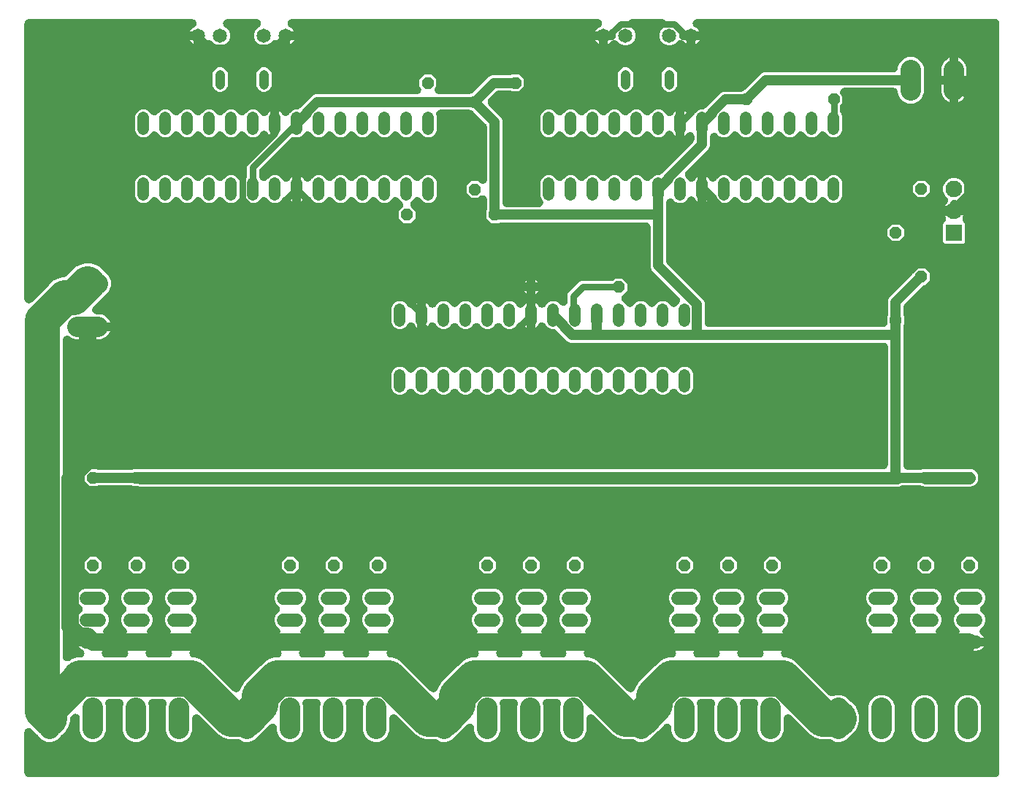
<source format=gbr>
G04 EAGLE Gerber RS-274X export*
G75*
%MOMM*%
%FSLAX34Y34*%
%LPD*%
%INBottom Copper*%
%IPPOS*%
%AMOC8*
5,1,8,0,0,1.08239X$1,22.5*%
G01*
%ADD10C,1.651000*%
%ADD11C,1.320800*%
%ADD12C,1.524000*%
%ADD13C,1.117600*%
%ADD14P,1.429621X8X112.500000*%
%ADD15P,1.429621X8X202.500000*%
%ADD16P,1.429621X8X292.500000*%
%ADD17P,1.429621X8X22.500000*%
%ADD18R,1.930400X1.930400*%
%ADD19C,1.930400*%
%ADD20C,2.400000*%
%ADD21C,0.800000*%
%ADD22C,1.200000*%
%ADD23C,1.400000*%
%ADD24C,2.000000*%
%ADD25C,4.100000*%
%ADD26C,4.200000*%

G36*
X1134735Y9956D02*
X1134735Y9956D01*
X1134890Y9955D01*
X1135053Y9976D01*
X1135216Y9986D01*
X1135369Y10015D01*
X1135523Y10034D01*
X1135682Y10075D01*
X1135842Y10105D01*
X1135990Y10153D01*
X1136140Y10191D01*
X1136293Y10251D01*
X1136448Y10302D01*
X1136588Y10368D01*
X1136733Y10424D01*
X1136877Y10503D01*
X1137025Y10573D01*
X1137156Y10656D01*
X1137292Y10730D01*
X1137425Y10826D01*
X1137563Y10914D01*
X1137683Y11013D01*
X1137808Y11103D01*
X1137928Y11215D01*
X1138054Y11320D01*
X1138161Y11433D01*
X1138274Y11538D01*
X1138379Y11664D01*
X1138491Y11784D01*
X1138582Y11909D01*
X1138681Y12028D01*
X1138770Y12166D01*
X1138866Y12299D01*
X1138941Y12434D01*
X1139024Y12565D01*
X1139095Y12713D01*
X1139174Y12857D01*
X1139231Y13000D01*
X1139297Y13141D01*
X1139349Y13296D01*
X1139409Y13449D01*
X1139448Y13599D01*
X1139496Y13746D01*
X1139528Y13907D01*
X1139569Y14065D01*
X1139588Y14219D01*
X1139618Y14371D01*
X1139628Y14530D01*
X1139649Y14697D01*
X1139650Y14866D01*
X1139660Y15025D01*
X1139660Y884541D01*
X1139650Y884696D01*
X1139651Y884852D01*
X1139630Y885014D01*
X1139620Y885177D01*
X1139591Y885330D01*
X1139572Y885484D01*
X1139531Y885643D01*
X1139501Y885803D01*
X1139453Y885951D01*
X1139414Y886102D01*
X1139355Y886254D01*
X1139304Y886409D01*
X1139238Y886550D01*
X1139181Y886694D01*
X1139103Y886838D01*
X1139033Y886986D01*
X1138950Y887117D01*
X1138875Y887253D01*
X1138780Y887386D01*
X1138692Y887524D01*
X1138593Y887644D01*
X1138502Y887770D01*
X1138391Y887889D01*
X1138286Y888015D01*
X1138173Y888122D01*
X1138067Y888235D01*
X1137941Y888340D01*
X1137822Y888452D01*
X1137697Y888543D01*
X1137577Y888643D01*
X1137439Y888730D01*
X1137307Y888827D01*
X1137171Y888902D01*
X1137040Y888985D01*
X1136892Y889055D01*
X1136749Y889134D01*
X1136605Y889192D01*
X1136464Y889258D01*
X1136309Y889309D01*
X1136157Y889370D01*
X1136007Y889408D01*
X1135859Y889457D01*
X1135698Y889488D01*
X1135540Y889529D01*
X1135386Y889549D01*
X1135233Y889578D01*
X1135075Y889588D01*
X1134908Y889610D01*
X1134739Y889610D01*
X1134580Y889620D01*
X789129Y889541D01*
X789051Y889536D01*
X788973Y889539D01*
X788733Y889516D01*
X788493Y889501D01*
X788416Y889487D01*
X788339Y889479D01*
X788103Y889427D01*
X787867Y889382D01*
X787793Y889358D01*
X787717Y889341D01*
X787490Y889259D01*
X787261Y889185D01*
X787191Y889152D01*
X787117Y889126D01*
X786902Y889016D01*
X786684Y888914D01*
X786619Y888872D01*
X786549Y888837D01*
X786350Y888702D01*
X786146Y888573D01*
X786086Y888523D01*
X786022Y888479D01*
X785841Y888320D01*
X785655Y888167D01*
X785602Y888110D01*
X785543Y888059D01*
X785383Y887878D01*
X785219Y887703D01*
X785173Y887640D01*
X785121Y887581D01*
X784985Y887382D01*
X784844Y887188D01*
X784806Y887119D01*
X784762Y887055D01*
X784652Y886841D01*
X784536Y886630D01*
X784507Y886557D01*
X784472Y886488D01*
X784390Y886262D01*
X784301Y886037D01*
X784281Y885962D01*
X784255Y885889D01*
X784202Y885654D01*
X784142Y885421D01*
X784132Y885343D01*
X784115Y885267D01*
X784091Y885028D01*
X784061Y884789D01*
X784061Y884711D01*
X784053Y884633D01*
X784060Y884392D01*
X784060Y884151D01*
X784070Y884074D01*
X784072Y883996D01*
X784109Y883759D01*
X784139Y883519D01*
X784158Y883444D01*
X784170Y883367D01*
X784236Y883135D01*
X784296Y882902D01*
X784325Y882829D01*
X784346Y882754D01*
X784441Y882533D01*
X784529Y882309D01*
X784567Y882241D01*
X784597Y882169D01*
X784719Y881961D01*
X784835Y881750D01*
X784881Y881687D01*
X784920Y881620D01*
X785067Y881429D01*
X785208Y881234D01*
X785262Y881177D01*
X785309Y881115D01*
X785479Y880944D01*
X785644Y880768D01*
X785703Y880718D01*
X785758Y880663D01*
X785948Y880515D01*
X786133Y880361D01*
X786199Y880319D01*
X786260Y880271D01*
X786457Y880154D01*
X786670Y880018D01*
X786750Y879980D01*
X786824Y879936D01*
X787953Y879361D01*
X789328Y878362D01*
X790529Y877161D01*
X791528Y875786D01*
X791823Y875207D01*
X782295Y875207D01*
X782294Y875207D01*
X773278Y875207D01*
X773123Y875197D01*
X772968Y875198D01*
X772805Y875178D01*
X772642Y875167D01*
X772490Y875138D01*
X772336Y875119D01*
X772177Y875079D01*
X772016Y875048D01*
X771868Y875000D01*
X771718Y874962D01*
X771566Y874902D01*
X771410Y874851D01*
X771270Y874785D01*
X771125Y874729D01*
X770981Y874650D01*
X770833Y874580D01*
X770703Y874498D01*
X770566Y874423D01*
X770433Y874327D01*
X770295Y874239D01*
X770176Y874141D01*
X770050Y874050D01*
X769930Y873938D01*
X769804Y873834D01*
X769698Y873721D01*
X769584Y873615D01*
X769480Y873489D01*
X769367Y873369D01*
X769276Y873244D01*
X769177Y873125D01*
X769089Y872987D01*
X768992Y872854D01*
X768917Y872719D01*
X768834Y872588D01*
X768764Y872440D01*
X768685Y872296D01*
X768627Y872153D01*
X768561Y872013D01*
X768510Y871857D01*
X768449Y871704D01*
X768410Y871554D01*
X768362Y871407D01*
X768331Y871246D01*
X768290Y871088D01*
X768270Y870934D01*
X768241Y870782D01*
X768230Y870623D01*
X768209Y870456D01*
X768209Y870287D01*
X768198Y870128D01*
X768208Y869973D01*
X768208Y869818D01*
X768228Y869655D01*
X768238Y869492D01*
X768267Y869340D01*
X768286Y869186D01*
X768327Y869027D01*
X768358Y868866D01*
X768405Y868719D01*
X768444Y868568D01*
X768504Y868416D01*
X768554Y868260D01*
X768620Y868120D01*
X768677Y867975D01*
X768756Y867831D01*
X768825Y867683D01*
X768908Y867553D01*
X768982Y867416D01*
X769079Y867283D01*
X769166Y867145D01*
X769265Y867026D01*
X769356Y866900D01*
X769468Y866780D01*
X769572Y866654D01*
X769685Y866548D01*
X769791Y866434D01*
X769917Y866330D01*
X770036Y866217D01*
X770161Y866126D01*
X770280Y866027D01*
X770418Y865939D01*
X770551Y865842D01*
X770687Y865767D01*
X770817Y865684D01*
X770966Y865614D01*
X771109Y865535D01*
X771253Y865477D01*
X771393Y865411D01*
X771549Y865360D01*
X771701Y865299D01*
X771851Y865260D01*
X771998Y865212D01*
X772159Y865181D01*
X772318Y865140D01*
X772472Y865120D01*
X772624Y865091D01*
X772783Y865080D01*
X772950Y865059D01*
X773119Y865059D01*
X773278Y865048D01*
X777215Y865048D01*
X777215Y860600D01*
X776636Y860894D01*
X775262Y861893D01*
X774028Y863127D01*
X773950Y863221D01*
X773806Y863407D01*
X773747Y863467D01*
X773694Y863531D01*
X773522Y863692D01*
X773357Y863859D01*
X773290Y863910D01*
X773229Y863967D01*
X773039Y864106D01*
X772854Y864250D01*
X772782Y864293D01*
X772714Y864342D01*
X772509Y864455D01*
X772306Y864575D01*
X772229Y864609D01*
X772156Y864649D01*
X771938Y864736D01*
X771722Y864830D01*
X771642Y864853D01*
X771564Y864884D01*
X771336Y864943D01*
X771111Y865009D01*
X771028Y865022D01*
X770947Y865043D01*
X770713Y865073D01*
X770482Y865110D01*
X770398Y865113D01*
X770315Y865124D01*
X770080Y865124D01*
X769845Y865132D01*
X769761Y865124D01*
X769677Y865124D01*
X769444Y865095D01*
X769210Y865074D01*
X769128Y865056D01*
X769045Y865045D01*
X768818Y864987D01*
X768588Y864937D01*
X768509Y864908D01*
X768428Y864888D01*
X768210Y864802D01*
X767988Y864723D01*
X767913Y864685D01*
X767835Y864654D01*
X767629Y864541D01*
X767419Y864435D01*
X767350Y864388D01*
X767276Y864348D01*
X767086Y864210D01*
X766891Y864079D01*
X766829Y864024D01*
X766760Y863974D01*
X766572Y863798D01*
X766399Y863646D01*
X763298Y860545D01*
X759143Y858824D01*
X754646Y858824D01*
X750491Y860545D01*
X747312Y863725D01*
X745591Y867879D01*
X745591Y872376D01*
X747312Y876531D01*
X750491Y879711D01*
X750611Y879760D01*
X750861Y879883D01*
X751113Y880001D01*
X751147Y880023D01*
X751183Y880040D01*
X751416Y880193D01*
X751651Y880342D01*
X751682Y880368D01*
X751716Y880390D01*
X751928Y880571D01*
X752142Y880748D01*
X752170Y880777D01*
X752200Y880804D01*
X752388Y881010D01*
X752579Y881212D01*
X752602Y881245D01*
X752630Y881275D01*
X752790Y881502D01*
X752953Y881727D01*
X752973Y881763D01*
X752996Y881796D01*
X753126Y882041D01*
X753261Y882285D01*
X753276Y882323D01*
X753295Y882359D01*
X753393Y882617D01*
X753496Y882877D01*
X753506Y882917D01*
X753521Y882954D01*
X753586Y883224D01*
X753655Y883494D01*
X753661Y883534D01*
X753670Y883574D01*
X753701Y883850D01*
X753736Y884126D01*
X753736Y884167D01*
X753741Y884207D01*
X753737Y884484D01*
X753737Y884763D01*
X753732Y884804D01*
X753732Y884844D01*
X753693Y885118D01*
X753658Y885396D01*
X753648Y885435D01*
X753643Y885475D01*
X753570Y885743D01*
X753501Y886013D01*
X753486Y886051D01*
X753476Y886090D01*
X753370Y886347D01*
X753268Y886606D01*
X753248Y886641D01*
X753233Y886679D01*
X753096Y886921D01*
X752962Y887165D01*
X752938Y887198D01*
X752918Y887233D01*
X752752Y887456D01*
X752589Y887681D01*
X752561Y887711D01*
X752537Y887743D01*
X752343Y887944D01*
X752154Y888147D01*
X752123Y888173D01*
X752094Y888202D01*
X751877Y888377D01*
X751664Y888554D01*
X751630Y888576D01*
X751598Y888601D01*
X751361Y888747D01*
X751127Y888897D01*
X751090Y888914D01*
X751056Y888935D01*
X750802Y889051D01*
X750551Y889170D01*
X750513Y889182D01*
X750476Y889199D01*
X750210Y889282D01*
X749946Y889369D01*
X749906Y889376D01*
X749867Y889388D01*
X749593Y889437D01*
X749320Y889490D01*
X749281Y889492D01*
X749240Y889500D01*
X748916Y889516D01*
X748666Y889532D01*
X714340Y889524D01*
X714062Y889507D01*
X713786Y889494D01*
X713745Y889487D01*
X713704Y889484D01*
X713431Y889432D01*
X713159Y889385D01*
X713119Y889372D01*
X713078Y889365D01*
X712814Y889279D01*
X712549Y889198D01*
X712511Y889181D01*
X712472Y889168D01*
X712221Y889050D01*
X711968Y888936D01*
X711933Y888914D01*
X711895Y888897D01*
X711661Y888748D01*
X711425Y888604D01*
X711392Y888578D01*
X711357Y888556D01*
X711144Y888379D01*
X710927Y888206D01*
X710898Y888176D01*
X710866Y888150D01*
X710676Y887948D01*
X710483Y887749D01*
X710458Y887716D01*
X710430Y887686D01*
X710267Y887461D01*
X710100Y887240D01*
X710079Y887204D01*
X710055Y887170D01*
X709921Y886928D01*
X709783Y886687D01*
X709767Y886649D01*
X709747Y886612D01*
X709645Y886354D01*
X709538Y886099D01*
X709527Y886059D01*
X709512Y886020D01*
X709443Y885751D01*
X709369Y885485D01*
X709363Y885444D01*
X709353Y885403D01*
X709318Y885128D01*
X709278Y884854D01*
X709277Y884813D01*
X709272Y884771D01*
X709272Y884494D01*
X709267Y884217D01*
X709271Y884176D01*
X709271Y884134D01*
X709305Y883859D01*
X709335Y883584D01*
X709345Y883543D01*
X709350Y883502D01*
X709418Y883233D01*
X709482Y882964D01*
X709497Y882925D01*
X709507Y882885D01*
X709609Y882626D01*
X709706Y882367D01*
X709725Y882331D01*
X709740Y882292D01*
X709874Y882048D01*
X710002Y881803D01*
X710026Y881769D01*
X710046Y881733D01*
X710209Y881508D01*
X710367Y881281D01*
X710395Y881250D01*
X710420Y881216D01*
X710608Y881015D01*
X710795Y880808D01*
X710826Y880781D01*
X710855Y880751D01*
X711067Y880574D01*
X711278Y880393D01*
X711312Y880370D01*
X711344Y880344D01*
X711578Y880195D01*
X711809Y880042D01*
X711846Y880023D01*
X711882Y880001D01*
X712171Y879864D01*
X712397Y879752D01*
X712498Y879711D01*
X715677Y876531D01*
X717398Y872376D01*
X717398Y867879D01*
X715677Y863725D01*
X712498Y860545D01*
X708343Y858824D01*
X703846Y858824D01*
X699692Y860545D01*
X696590Y863646D01*
X696414Y863802D01*
X696243Y863963D01*
X696175Y864012D01*
X696112Y864068D01*
X695918Y864200D01*
X695728Y864338D01*
X695655Y864379D01*
X695585Y864426D01*
X695376Y864533D01*
X695170Y864646D01*
X695093Y864677D01*
X695018Y864715D01*
X694797Y864795D01*
X694579Y864882D01*
X694497Y864903D01*
X694419Y864931D01*
X694189Y864983D01*
X693962Y865042D01*
X693879Y865053D01*
X693797Y865071D01*
X693563Y865093D01*
X693330Y865123D01*
X693246Y865123D01*
X693163Y865131D01*
X692928Y865124D01*
X692693Y865125D01*
X692610Y865114D01*
X692526Y865112D01*
X692294Y865075D01*
X692060Y865047D01*
X691979Y865026D01*
X691896Y865013D01*
X691671Y864948D01*
X691443Y864890D01*
X691365Y864859D01*
X691284Y864836D01*
X691069Y864743D01*
X690850Y864657D01*
X690776Y864617D01*
X690699Y864584D01*
X690497Y864464D01*
X690291Y864352D01*
X690223Y864303D01*
X690150Y864260D01*
X689965Y864117D01*
X689774Y863979D01*
X689712Y863922D01*
X689646Y863870D01*
X689480Y863705D01*
X689308Y863544D01*
X689255Y863481D01*
X689195Y863421D01*
X689036Y863217D01*
X688962Y863128D01*
X687728Y861893D01*
X686353Y860894D01*
X685774Y860600D01*
X685774Y865048D01*
X689712Y865048D01*
X689866Y865058D01*
X690021Y865058D01*
X690184Y865078D01*
X690347Y865088D01*
X690499Y865117D01*
X690653Y865136D01*
X690813Y865177D01*
X690973Y865208D01*
X691121Y865255D01*
X691271Y865294D01*
X691423Y865354D01*
X691579Y865404D01*
X691720Y865470D01*
X691864Y865527D01*
X692008Y865606D01*
X692156Y865675D01*
X692287Y865758D01*
X692423Y865832D01*
X692556Y865929D01*
X692694Y866016D01*
X692814Y866115D01*
X692939Y866206D01*
X693059Y866318D01*
X693185Y866422D01*
X693292Y866535D01*
X693405Y866641D01*
X693510Y866767D01*
X693622Y866886D01*
X693713Y867011D01*
X693812Y867130D01*
X693900Y867269D01*
X693997Y867401D01*
X694072Y867537D01*
X694155Y867667D01*
X694226Y867816D01*
X694305Y867959D01*
X694362Y868103D01*
X694428Y868243D01*
X694480Y868399D01*
X694540Y868551D01*
X694579Y868701D01*
X694627Y868848D01*
X694658Y869009D01*
X694699Y869168D01*
X694719Y869322D01*
X694749Y869474D01*
X694759Y869633D01*
X694780Y869800D01*
X694781Y869969D01*
X694791Y870128D01*
X694781Y870282D01*
X694781Y870437D01*
X694761Y870600D01*
X694751Y870764D01*
X694722Y870916D01*
X694703Y871070D01*
X694662Y871229D01*
X694632Y871390D01*
X694584Y871537D01*
X694546Y871687D01*
X694486Y871840D01*
X694435Y871996D01*
X694369Y872136D01*
X694312Y872280D01*
X694234Y872424D01*
X694164Y872572D01*
X694081Y872703D01*
X694007Y872839D01*
X693911Y872972D01*
X693823Y873111D01*
X693724Y873230D01*
X693634Y873356D01*
X693522Y873475D01*
X693417Y873602D01*
X693304Y873708D01*
X693199Y873821D01*
X693073Y873926D01*
X692953Y874038D01*
X692828Y874130D01*
X692709Y874229D01*
X692571Y874317D01*
X692438Y874413D01*
X692302Y874488D01*
X692172Y874572D01*
X692024Y874642D01*
X691880Y874721D01*
X691736Y874778D01*
X691596Y874845D01*
X691440Y874896D01*
X691288Y874956D01*
X691138Y874995D01*
X690991Y875043D01*
X690830Y875075D01*
X690671Y875116D01*
X690518Y875135D01*
X690365Y875165D01*
X690206Y875175D01*
X690039Y875197D01*
X689870Y875197D01*
X689712Y875207D01*
X680695Y875207D01*
X680694Y875207D01*
X671166Y875207D01*
X671461Y875786D01*
X672460Y877161D01*
X673662Y878362D01*
X675036Y879361D01*
X676114Y879910D01*
X676182Y879950D01*
X676253Y879984D01*
X676456Y880112D01*
X676662Y880234D01*
X676724Y880283D01*
X676791Y880325D01*
X676976Y880478D01*
X677166Y880625D01*
X677221Y880681D01*
X677282Y880731D01*
X677447Y880906D01*
X677616Y881075D01*
X677665Y881137D01*
X677719Y881195D01*
X677860Y881389D01*
X678007Y881578D01*
X678047Y881646D01*
X678094Y881710D01*
X678209Y881920D01*
X678332Y882126D01*
X678363Y882199D01*
X678401Y882268D01*
X678490Y882491D01*
X678585Y882711D01*
X678607Y882787D01*
X678636Y882860D01*
X678696Y883092D01*
X678764Y883323D01*
X678776Y883401D01*
X678796Y883477D01*
X678826Y883715D01*
X678864Y883952D01*
X678866Y884031D01*
X678876Y884109D01*
X678877Y884349D01*
X678885Y884589D01*
X678877Y884667D01*
X678877Y884746D01*
X678848Y884985D01*
X678826Y885223D01*
X678808Y885300D01*
X678799Y885379D01*
X678739Y885611D01*
X678688Y885845D01*
X678661Y885919D01*
X678641Y885996D01*
X678554Y886219D01*
X678473Y886445D01*
X678437Y886515D01*
X678408Y886589D01*
X678293Y886799D01*
X678184Y887013D01*
X678140Y887079D01*
X678102Y887148D01*
X677962Y887342D01*
X677827Y887541D01*
X677775Y887600D01*
X677729Y887664D01*
X677565Y887839D01*
X677407Y888019D01*
X677348Y888072D01*
X677294Y888130D01*
X677109Y888283D01*
X676930Y888442D01*
X676865Y888486D01*
X676804Y888537D01*
X676602Y888666D01*
X676404Y888801D01*
X676334Y888837D01*
X676267Y888880D01*
X676051Y888982D01*
X675837Y889092D01*
X675763Y889119D01*
X675691Y889153D01*
X675464Y889227D01*
X675238Y889309D01*
X675161Y889327D01*
X675086Y889351D01*
X674850Y889397D01*
X674617Y889450D01*
X674538Y889458D01*
X674460Y889473D01*
X674234Y889487D01*
X673983Y889512D01*
X673893Y889509D01*
X673807Y889515D01*
X319440Y889434D01*
X319362Y889429D01*
X319284Y889431D01*
X319044Y889409D01*
X318804Y889394D01*
X318727Y889379D01*
X318650Y889372D01*
X318414Y889319D01*
X318178Y889274D01*
X318104Y889250D01*
X318028Y889233D01*
X317801Y889152D01*
X317572Y889077D01*
X317501Y889044D01*
X317428Y889018D01*
X317213Y888909D01*
X316995Y888806D01*
X316929Y888765D01*
X316860Y888729D01*
X316661Y888594D01*
X316457Y888465D01*
X316397Y888416D01*
X316333Y888372D01*
X316152Y888213D01*
X315966Y888059D01*
X315913Y888003D01*
X315854Y887951D01*
X315695Y887771D01*
X315530Y887595D01*
X315484Y887532D01*
X315432Y887474D01*
X315296Y887275D01*
X315155Y887080D01*
X315117Y887012D01*
X315073Y886948D01*
X314964Y886733D01*
X314847Y886522D01*
X314818Y886450D01*
X314783Y886380D01*
X314701Y886154D01*
X314612Y885930D01*
X314592Y885855D01*
X314566Y885781D01*
X314513Y885546D01*
X314453Y885313D01*
X314443Y885236D01*
X314426Y885160D01*
X314403Y884920D01*
X314372Y884681D01*
X314372Y884603D01*
X314364Y884526D01*
X314371Y884285D01*
X314371Y884044D01*
X314381Y883966D01*
X314383Y883889D01*
X314420Y883651D01*
X314450Y883412D01*
X314469Y883336D01*
X314481Y883259D01*
X314547Y883028D01*
X314607Y882794D01*
X314636Y882722D01*
X314657Y882647D01*
X314752Y882426D01*
X314840Y882201D01*
X314878Y882133D01*
X314909Y882062D01*
X315031Y881854D01*
X315146Y881642D01*
X315192Y881579D01*
X315231Y881512D01*
X315379Y881321D01*
X315520Y881126D01*
X315573Y881069D01*
X315620Y881008D01*
X315790Y880836D01*
X315955Y880661D01*
X316014Y880611D01*
X316069Y880556D01*
X316259Y880407D01*
X316444Y880253D01*
X316510Y880211D01*
X316571Y880163D01*
X316767Y880047D01*
X316981Y879910D01*
X317061Y879872D01*
X317135Y879829D01*
X318053Y879361D01*
X319428Y878362D01*
X320629Y877161D01*
X321628Y875786D01*
X321923Y875207D01*
X312395Y875207D01*
X312240Y875197D01*
X312085Y875198D01*
X311922Y875178D01*
X311759Y875167D01*
X311607Y875138D01*
X311453Y875119D01*
X311294Y875079D01*
X311133Y875048D01*
X310986Y875000D01*
X310836Y874962D01*
X310683Y874902D01*
X310527Y874851D01*
X310387Y874785D01*
X310243Y874729D01*
X310099Y874650D01*
X309951Y874580D01*
X309820Y874498D01*
X309684Y874423D01*
X309551Y874327D01*
X309412Y874239D01*
X309293Y874141D01*
X309167Y874050D01*
X309048Y873938D01*
X308921Y873834D01*
X308921Y873833D01*
X308814Y873720D01*
X308702Y873615D01*
X308701Y873614D01*
X308596Y873488D01*
X308484Y873369D01*
X308393Y873244D01*
X308294Y873125D01*
X308206Y872987D01*
X308109Y872854D01*
X308034Y872718D01*
X307951Y872588D01*
X307880Y872440D01*
X307801Y872296D01*
X307744Y872152D01*
X307678Y872012D01*
X307627Y871856D01*
X307566Y871704D01*
X307527Y871554D01*
X307479Y871407D01*
X307448Y871246D01*
X307407Y871087D01*
X307387Y870933D01*
X307357Y870781D01*
X307347Y870622D01*
X307326Y870455D01*
X307325Y870286D01*
X307315Y870127D01*
X307315Y860600D01*
X306736Y860894D01*
X305362Y861893D01*
X304128Y863127D01*
X304050Y863221D01*
X303906Y863407D01*
X303847Y863467D01*
X303794Y863531D01*
X303622Y863692D01*
X303457Y863859D01*
X303390Y863910D01*
X303329Y863967D01*
X303139Y864106D01*
X302954Y864250D01*
X302882Y864293D01*
X302814Y864342D01*
X302609Y864455D01*
X302406Y864575D01*
X302329Y864609D01*
X302256Y864649D01*
X302038Y864736D01*
X301822Y864830D01*
X301742Y864853D01*
X301664Y864884D01*
X301436Y864943D01*
X301211Y865009D01*
X301128Y865022D01*
X301047Y865043D01*
X300813Y865073D01*
X300582Y865110D01*
X300498Y865113D01*
X300415Y865124D01*
X300180Y865124D01*
X299945Y865132D01*
X299861Y865124D01*
X299777Y865124D01*
X299544Y865095D01*
X299310Y865074D01*
X299228Y865056D01*
X299145Y865045D01*
X298918Y864987D01*
X298688Y864937D01*
X298609Y864908D01*
X298528Y864888D01*
X298310Y864802D01*
X298088Y864723D01*
X298013Y864685D01*
X297935Y864654D01*
X297729Y864541D01*
X297519Y864435D01*
X297450Y864388D01*
X297376Y864348D01*
X297186Y864210D01*
X296991Y864079D01*
X296929Y864024D01*
X296860Y863974D01*
X296672Y863798D01*
X296499Y863646D01*
X293398Y860545D01*
X289243Y858824D01*
X284746Y858824D01*
X280591Y860545D01*
X277412Y863725D01*
X275691Y867879D01*
X275691Y872376D01*
X277412Y876531D01*
X280612Y879731D01*
X280701Y879775D01*
X280953Y879893D01*
X280987Y879915D01*
X281023Y879933D01*
X281256Y880085D01*
X281491Y880235D01*
X281522Y880260D01*
X281556Y880282D01*
X281767Y880463D01*
X281982Y880640D01*
X282010Y880670D01*
X282041Y880696D01*
X282228Y880901D01*
X282419Y881105D01*
X282443Y881137D01*
X282470Y881167D01*
X282630Y881394D01*
X282794Y881620D01*
X282813Y881655D01*
X282836Y881688D01*
X282967Y881934D01*
X283101Y882178D01*
X283116Y882215D01*
X283135Y882251D01*
X283233Y882511D01*
X283336Y882770D01*
X283346Y882809D01*
X283361Y882847D01*
X283426Y883118D01*
X283496Y883387D01*
X283501Y883427D01*
X283510Y883466D01*
X283541Y883744D01*
X283576Y884019D01*
X283576Y884059D01*
X283581Y884099D01*
X283577Y884378D01*
X283577Y884656D01*
X283572Y884696D01*
X283572Y884736D01*
X283533Y885011D01*
X283498Y885288D01*
X283488Y885327D01*
X283483Y885367D01*
X283410Y885635D01*
X283341Y885906D01*
X283326Y885943D01*
X283316Y885982D01*
X283210Y886239D01*
X283108Y886498D01*
X283088Y886534D01*
X283073Y886571D01*
X282936Y886813D01*
X282802Y887057D01*
X282778Y887090D01*
X282758Y887125D01*
X282592Y887348D01*
X282429Y887574D01*
X282401Y887603D01*
X282377Y887636D01*
X282183Y887836D01*
X281994Y888039D01*
X281963Y888065D01*
X281935Y888094D01*
X281717Y888269D01*
X281504Y888447D01*
X281470Y888468D01*
X281438Y888494D01*
X281201Y888640D01*
X280967Y888789D01*
X280930Y888807D01*
X280896Y888828D01*
X280641Y888944D01*
X280391Y889062D01*
X280353Y889075D01*
X280316Y889092D01*
X280050Y889174D01*
X279786Y889261D01*
X279746Y889269D01*
X279707Y889281D01*
X279433Y889329D01*
X279160Y889382D01*
X279121Y889385D01*
X279080Y889392D01*
X278757Y889408D01*
X278506Y889424D01*
X244699Y889417D01*
X244422Y889399D01*
X244146Y889386D01*
X244105Y889379D01*
X244063Y889377D01*
X243791Y889325D01*
X243518Y889277D01*
X243478Y889265D01*
X243437Y889257D01*
X243175Y889172D01*
X242909Y889090D01*
X242871Y889073D01*
X242832Y889060D01*
X242581Y888943D01*
X242328Y888829D01*
X242293Y888807D01*
X242255Y888789D01*
X242020Y888640D01*
X241784Y888496D01*
X241752Y888470D01*
X241717Y888448D01*
X241503Y888271D01*
X241287Y888099D01*
X241258Y888069D01*
X241226Y888042D01*
X241036Y887840D01*
X240843Y887642D01*
X240818Y887608D01*
X240789Y887578D01*
X240626Y887354D01*
X240459Y887133D01*
X240439Y887096D01*
X240414Y887063D01*
X240280Y886820D01*
X240143Y886580D01*
X240127Y886542D01*
X240107Y886505D01*
X240004Y886247D01*
X239898Y885992D01*
X239887Y885951D01*
X239872Y885913D01*
X239802Y885644D01*
X239729Y885377D01*
X239723Y885336D01*
X239712Y885296D01*
X239677Y885020D01*
X239638Y884747D01*
X239637Y884705D01*
X239632Y884664D01*
X239631Y884387D01*
X239626Y884110D01*
X239631Y884068D01*
X239631Y884027D01*
X239665Y883752D01*
X239695Y883476D01*
X239704Y883436D01*
X239709Y883394D01*
X239778Y883125D01*
X239842Y882856D01*
X239856Y882818D01*
X239867Y882777D01*
X239968Y882519D01*
X240065Y882260D01*
X240085Y882223D01*
X240100Y882184D01*
X240233Y881941D01*
X240362Y881696D01*
X240386Y881662D01*
X240406Y881625D01*
X240569Y881400D01*
X240727Y881173D01*
X240755Y881143D01*
X240779Y881109D01*
X240968Y880907D01*
X241154Y880701D01*
X241186Y880674D01*
X241214Y880643D01*
X241427Y880467D01*
X241637Y880286D01*
X241672Y880263D01*
X241704Y880236D01*
X241937Y880087D01*
X242169Y879934D01*
X242206Y879916D01*
X242241Y879893D01*
X242530Y879756D01*
X242573Y879735D01*
X245777Y876531D01*
X247498Y872376D01*
X247498Y867879D01*
X245777Y863725D01*
X242598Y860545D01*
X238443Y858824D01*
X233946Y858824D01*
X229792Y860545D01*
X226690Y863646D01*
X226514Y863802D01*
X226343Y863963D01*
X226275Y864012D01*
X226212Y864068D01*
X226018Y864200D01*
X225828Y864338D01*
X225755Y864379D01*
X225685Y864426D01*
X225476Y864533D01*
X225270Y864646D01*
X225193Y864677D01*
X225118Y864715D01*
X224897Y864795D01*
X224679Y864882D01*
X224597Y864903D01*
X224519Y864931D01*
X224289Y864983D01*
X224062Y865042D01*
X223979Y865053D01*
X223897Y865071D01*
X223663Y865093D01*
X223430Y865123D01*
X223346Y865123D01*
X223263Y865131D01*
X223028Y865124D01*
X222793Y865125D01*
X222710Y865114D01*
X222626Y865112D01*
X222394Y865075D01*
X222160Y865047D01*
X222079Y865026D01*
X221996Y865013D01*
X221771Y864948D01*
X221543Y864890D01*
X221465Y864859D01*
X221384Y864836D01*
X221169Y864743D01*
X220950Y864657D01*
X220876Y864617D01*
X220799Y864584D01*
X220597Y864464D01*
X220391Y864352D01*
X220323Y864303D01*
X220250Y864260D01*
X220065Y864117D01*
X219874Y863979D01*
X219812Y863922D01*
X219746Y863870D01*
X219580Y863705D01*
X219408Y863544D01*
X219355Y863481D01*
X219295Y863421D01*
X219136Y863217D01*
X219062Y863128D01*
X217828Y861893D01*
X216453Y860894D01*
X215874Y860600D01*
X215874Y870127D01*
X215864Y870282D01*
X215865Y870437D01*
X215844Y870600D01*
X215834Y870763D01*
X215805Y870915D01*
X215786Y871069D01*
X215745Y871228D01*
X215715Y871389D01*
X215667Y871537D01*
X215629Y871687D01*
X215569Y871839D01*
X215518Y871995D01*
X215452Y872135D01*
X215396Y872280D01*
X215317Y872424D01*
X215247Y872572D01*
X215164Y872703D01*
X215090Y872839D01*
X214994Y872972D01*
X214906Y873110D01*
X214807Y873230D01*
X214717Y873355D01*
X214605Y873475D01*
X214500Y873601D01*
X214500Y873602D01*
X214387Y873708D01*
X214282Y873821D01*
X214281Y873821D01*
X214155Y873926D01*
X214036Y874038D01*
X213910Y874130D01*
X213791Y874229D01*
X213653Y874317D01*
X213521Y874413D01*
X213385Y874488D01*
X213255Y874572D01*
X213106Y874642D01*
X212963Y874721D01*
X212819Y874778D01*
X212679Y874845D01*
X212523Y874896D01*
X212371Y874956D01*
X212221Y874995D01*
X212074Y875043D01*
X211913Y875075D01*
X211754Y875116D01*
X211600Y875135D01*
X211448Y875165D01*
X211289Y875175D01*
X211122Y875197D01*
X210953Y875197D01*
X210794Y875207D01*
X201266Y875207D01*
X201561Y875786D01*
X202560Y877161D01*
X203762Y878362D01*
X205136Y879361D01*
X206002Y879802D01*
X206070Y879843D01*
X206142Y879876D01*
X206345Y880005D01*
X206551Y880127D01*
X206613Y880175D01*
X206680Y880217D01*
X206865Y880370D01*
X207054Y880517D01*
X207110Y880573D01*
X207171Y880623D01*
X207335Y880798D01*
X207505Y880967D01*
X207553Y881030D01*
X207608Y881087D01*
X207749Y881281D01*
X207896Y881471D01*
X207936Y881539D01*
X207983Y881603D01*
X208098Y881813D01*
X208220Y882019D01*
X208252Y882091D01*
X208290Y882161D01*
X208379Y882384D01*
X208474Y882603D01*
X208496Y882679D01*
X208525Y882753D01*
X208585Y882985D01*
X208652Y883215D01*
X208665Y883293D01*
X208684Y883370D01*
X208715Y883607D01*
X208753Y883844D01*
X208755Y883923D01*
X208765Y884002D01*
X208766Y884242D01*
X208773Y884481D01*
X208766Y884560D01*
X208766Y884639D01*
X208736Y884877D01*
X208714Y885115D01*
X208697Y885192D01*
X208687Y885271D01*
X208628Y885504D01*
X208576Y885737D01*
X208550Y885812D01*
X208530Y885888D01*
X208442Y886112D01*
X208361Y886337D01*
X208326Y886408D01*
X208297Y886481D01*
X208182Y886692D01*
X208073Y886905D01*
X208029Y886971D01*
X207991Y887040D01*
X207850Y887235D01*
X207716Y887433D01*
X207664Y887492D01*
X207618Y887557D01*
X207454Y887732D01*
X207296Y887912D01*
X207237Y887964D01*
X207183Y888022D01*
X206999Y888175D01*
X206819Y888334D01*
X206753Y888379D01*
X206693Y888429D01*
X206491Y888558D01*
X206293Y888694D01*
X206222Y888730D01*
X206156Y888772D01*
X205939Y888875D01*
X205726Y888984D01*
X205651Y889011D01*
X205580Y889045D01*
X205352Y889120D01*
X205127Y889202D01*
X205050Y889219D01*
X204975Y889244D01*
X204739Y889290D01*
X204505Y889342D01*
X204427Y889350D01*
X204349Y889365D01*
X204123Y889380D01*
X203871Y889404D01*
X203781Y889402D01*
X203695Y889407D01*
X14476Y889364D01*
X14322Y889354D01*
X14168Y889355D01*
X14004Y889334D01*
X13840Y889324D01*
X13688Y889295D01*
X13536Y889276D01*
X13376Y889235D01*
X13214Y889204D01*
X13068Y889157D01*
X12918Y889119D01*
X12765Y889059D01*
X12608Y889008D01*
X12469Y888942D01*
X12325Y888886D01*
X12181Y888807D01*
X12031Y888737D01*
X11901Y888654D01*
X11766Y888580D01*
X11633Y888484D01*
X11493Y888395D01*
X11374Y888297D01*
X11250Y888207D01*
X11129Y888094D01*
X11002Y887989D01*
X10897Y887877D01*
X10784Y887772D01*
X10679Y887645D01*
X10566Y887525D01*
X10475Y887401D01*
X10377Y887282D01*
X10288Y887143D01*
X10191Y887010D01*
X10116Y886875D01*
X10034Y886745D01*
X9963Y886597D01*
X9883Y886452D01*
X9826Y886309D01*
X9760Y886170D01*
X9709Y886013D01*
X9648Y885860D01*
X9610Y885711D01*
X9561Y885565D01*
X9530Y885403D01*
X9489Y885243D01*
X9469Y885090D01*
X9440Y884939D01*
X9430Y884779D01*
X9408Y884611D01*
X9408Y884443D01*
X9398Y884285D01*
X9363Y564721D01*
X9377Y564484D01*
X9385Y564247D01*
X9397Y564166D01*
X9402Y564085D01*
X9447Y563852D01*
X9484Y563618D01*
X9506Y563539D01*
X9522Y563459D01*
X9595Y563234D01*
X9661Y563006D01*
X9693Y562930D01*
X9718Y562853D01*
X9819Y562639D01*
X9913Y562421D01*
X9954Y562350D01*
X9989Y562276D01*
X10116Y562076D01*
X10236Y561872D01*
X10286Y561807D01*
X10330Y561738D01*
X10481Y561555D01*
X10626Y561368D01*
X10684Y561310D01*
X10736Y561247D01*
X10908Y561084D01*
X11076Y560916D01*
X11140Y560866D01*
X11200Y560810D01*
X11391Y560671D01*
X11578Y560525D01*
X11649Y560483D01*
X11715Y560435D01*
X11922Y560321D01*
X12126Y560200D01*
X12201Y560167D01*
X12273Y560127D01*
X12493Y560040D01*
X12710Y559945D01*
X12789Y559922D01*
X12865Y559892D01*
X13095Y559833D01*
X13322Y559766D01*
X13402Y559753D01*
X13482Y559733D01*
X13717Y559702D01*
X13951Y559665D01*
X14033Y559662D01*
X14114Y559652D01*
X14350Y559651D01*
X14588Y559643D01*
X14669Y559651D01*
X14751Y559650D01*
X14986Y559680D01*
X15222Y559701D01*
X15302Y559719D01*
X15383Y559729D01*
X15613Y559787D01*
X15844Y559838D01*
X15921Y559866D01*
X16000Y559886D01*
X16221Y559973D01*
X16444Y560052D01*
X16517Y560089D01*
X16593Y560119D01*
X16801Y560233D01*
X17013Y560340D01*
X17081Y560386D01*
X17152Y560425D01*
X17345Y560564D01*
X17541Y560696D01*
X17601Y560749D01*
X17669Y560798D01*
X17859Y560976D01*
X18033Y561129D01*
X37445Y580540D01*
X37445Y580541D01*
X42302Y585398D01*
X47672Y588498D01*
X53661Y590103D01*
X55021Y590103D01*
X55094Y590107D01*
X55167Y590105D01*
X55412Y590127D01*
X55657Y590143D01*
X55728Y590156D01*
X55801Y590163D01*
X56041Y590216D01*
X56282Y590262D01*
X56352Y590285D01*
X56423Y590300D01*
X56654Y590383D01*
X56889Y590459D01*
X56955Y590490D01*
X57023Y590514D01*
X57242Y590625D01*
X57465Y590730D01*
X57527Y590769D01*
X57592Y590802D01*
X57795Y590939D01*
X58003Y591071D01*
X58060Y591117D01*
X58120Y591158D01*
X58294Y591311D01*
X58495Y591476D01*
X58552Y591537D01*
X58612Y591590D01*
X68396Y601374D01*
X73765Y604474D01*
X79755Y606079D01*
X85955Y606079D01*
X91944Y604474D01*
X97314Y601374D01*
X101732Y596956D01*
X101808Y596847D01*
X101952Y596631D01*
X101991Y596585D01*
X102025Y596537D01*
X102198Y596345D01*
X102368Y596148D01*
X102412Y596108D01*
X102452Y596064D01*
X102649Y595895D01*
X102841Y595722D01*
X102890Y595687D01*
X102935Y595649D01*
X103151Y595506D01*
X103184Y595483D01*
X107613Y591054D01*
X109904Y585523D01*
X109904Y579537D01*
X107613Y574006D01*
X103182Y569575D01*
X103166Y569564D01*
X102950Y569422D01*
X102904Y569383D01*
X102855Y569350D01*
X102662Y569177D01*
X102465Y569009D01*
X102425Y568965D01*
X102381Y568925D01*
X102210Y568729D01*
X102036Y568538D01*
X102002Y568489D01*
X101963Y568444D01*
X101829Y568243D01*
X101729Y568101D01*
X89369Y555742D01*
X89213Y555564D01*
X89050Y555392D01*
X89002Y555325D01*
X88948Y555264D01*
X88815Y555068D01*
X88675Y554876D01*
X88636Y554805D01*
X88590Y554737D01*
X88482Y554526D01*
X88368Y554319D01*
X88338Y554242D01*
X88300Y554169D01*
X88220Y553947D01*
X88132Y553726D01*
X88112Y553647D01*
X88084Y553570D01*
X88032Y553339D01*
X87973Y553110D01*
X87963Y553028D01*
X87945Y552948D01*
X87922Y552713D01*
X87892Y552478D01*
X87892Y552395D01*
X87884Y552314D01*
X87891Y552078D01*
X87891Y551840D01*
X87901Y551759D01*
X87904Y551677D01*
X87940Y551443D01*
X87970Y551208D01*
X87990Y551128D01*
X88003Y551048D01*
X88068Y550820D01*
X88127Y550591D01*
X88157Y550515D01*
X88180Y550436D01*
X88273Y550218D01*
X88360Y549998D01*
X88400Y549926D01*
X88432Y549851D01*
X88552Y549647D01*
X88666Y549439D01*
X88714Y549372D01*
X88755Y549302D01*
X88900Y549114D01*
X89039Y548922D01*
X89095Y548863D01*
X89145Y548798D01*
X89312Y548630D01*
X89474Y548457D01*
X89537Y548404D01*
X89595Y548346D01*
X89781Y548201D01*
X89964Y548049D01*
X90033Y548005D01*
X90098Y547955D01*
X90301Y547834D01*
X90501Y547706D01*
X90575Y547671D01*
X90645Y547629D01*
X90862Y547535D01*
X91076Y547433D01*
X91154Y547408D01*
X91229Y547375D01*
X91457Y547308D01*
X91682Y547234D01*
X91762Y547219D01*
X91841Y547196D01*
X92075Y547158D01*
X92307Y547113D01*
X92387Y547108D01*
X92470Y547095D01*
X92730Y547086D01*
X92961Y547071D01*
X95808Y547071D01*
X97698Y546822D01*
X99539Y546329D01*
X101300Y545599D01*
X102951Y544646D01*
X104463Y543486D01*
X105811Y542138D01*
X106971Y540626D01*
X107924Y538975D01*
X108490Y537609D01*
X82855Y537609D01*
X82701Y537600D01*
X82546Y537600D01*
X82383Y537580D01*
X82219Y537569D01*
X82067Y537540D01*
X81913Y537521D01*
X81754Y537481D01*
X81593Y537450D01*
X81446Y537402D01*
X81296Y537364D01*
X81143Y537304D01*
X80987Y537254D01*
X80847Y537188D01*
X80703Y537131D01*
X80559Y537052D01*
X80411Y536983D01*
X80280Y536900D01*
X80144Y536825D01*
X80011Y536729D01*
X79873Y536641D01*
X79753Y536543D01*
X79628Y536452D01*
X79508Y536340D01*
X79381Y536236D01*
X79381Y536235D01*
X79275Y536122D01*
X79162Y536017D01*
X79161Y536017D01*
X79057Y535891D01*
X78944Y535771D01*
X78853Y535646D01*
X78754Y535527D01*
X78666Y535389D01*
X78569Y535256D01*
X78494Y535121D01*
X78411Y534990D01*
X78341Y534842D01*
X78262Y534698D01*
X78204Y534554D01*
X78138Y534414D01*
X78087Y534258D01*
X78026Y534106D01*
X77988Y533956D01*
X77939Y533809D01*
X77908Y533648D01*
X77867Y533489D01*
X77847Y533336D01*
X77818Y533184D01*
X77807Y533025D01*
X77786Y532857D01*
X77786Y532689D01*
X77775Y532530D01*
X77775Y517989D01*
X69902Y517989D01*
X68012Y518238D01*
X66171Y518731D01*
X64410Y519461D01*
X62759Y520414D01*
X61908Y521067D01*
X61723Y521191D01*
X61543Y521323D01*
X61459Y521369D01*
X61379Y521422D01*
X61180Y521522D01*
X60985Y521630D01*
X60896Y521666D01*
X60810Y521709D01*
X60600Y521783D01*
X60393Y521866D01*
X60300Y521890D01*
X60210Y521921D01*
X59992Y521969D01*
X59776Y522025D01*
X59681Y522037D01*
X59587Y522058D01*
X59366Y522077D01*
X59144Y522106D01*
X59048Y522106D01*
X58953Y522115D01*
X58730Y522107D01*
X58507Y522107D01*
X58412Y522095D01*
X58316Y522092D01*
X58096Y522056D01*
X57874Y522028D01*
X57781Y522005D01*
X57687Y521989D01*
X57473Y521926D01*
X57257Y521871D01*
X57168Y521836D01*
X57076Y521809D01*
X56872Y521720D01*
X56664Y521638D01*
X56580Y521592D01*
X56492Y521554D01*
X56301Y521439D01*
X56105Y521332D01*
X56027Y521276D01*
X55945Y521227D01*
X55769Y521090D01*
X55589Y520959D01*
X55519Y520894D01*
X55443Y520835D01*
X55286Y520676D01*
X55123Y520524D01*
X55062Y520451D01*
X54994Y520383D01*
X54858Y520206D01*
X54716Y520034D01*
X54664Y519954D01*
X54606Y519878D01*
X54492Y519685D01*
X54373Y519497D01*
X54332Y519411D01*
X54283Y519328D01*
X54195Y519124D01*
X54099Y518922D01*
X54070Y518831D01*
X54032Y518743D01*
X53970Y518528D01*
X53901Y518316D01*
X53882Y518223D01*
X53856Y518131D01*
X53822Y517910D01*
X53779Y517691D01*
X53773Y517597D01*
X53758Y517501D01*
X53751Y517257D01*
X53737Y517037D01*
X53737Y149236D01*
X53750Y149027D01*
X53754Y148817D01*
X53770Y148709D01*
X53777Y148600D01*
X53816Y148394D01*
X53846Y148187D01*
X53876Y148082D01*
X53896Y147974D01*
X53961Y147775D01*
X54017Y147573D01*
X54059Y147472D01*
X54093Y147368D01*
X54182Y147178D01*
X54263Y146985D01*
X54317Y146890D01*
X54364Y146791D01*
X54476Y146614D01*
X54580Y146433D01*
X54646Y146346D01*
X54705Y146253D01*
X54838Y146092D01*
X54965Y145925D01*
X55041Y145846D01*
X55111Y145762D01*
X55263Y145618D01*
X55409Y145469D01*
X55495Y145400D01*
X55575Y145325D01*
X55744Y145202D01*
X55908Y145072D01*
X56001Y145015D01*
X56090Y144950D01*
X56273Y144849D01*
X56452Y144740D01*
X56552Y144696D01*
X56648Y144643D01*
X56842Y144565D01*
X57033Y144480D01*
X57138Y144448D01*
X57240Y144407D01*
X57443Y144355D01*
X57643Y144294D01*
X57751Y144275D01*
X57857Y144248D01*
X58065Y144221D01*
X58271Y144186D01*
X58380Y144181D01*
X58489Y144167D01*
X58698Y144167D01*
X58907Y144157D01*
X59016Y144166D01*
X59126Y144166D01*
X59334Y144192D01*
X59542Y144209D01*
X59649Y144231D01*
X59758Y144245D01*
X59961Y144296D01*
X60166Y144339D01*
X60269Y144375D01*
X60375Y144402D01*
X60570Y144479D01*
X60768Y144547D01*
X60864Y144594D01*
X60968Y144635D01*
X61169Y144745D01*
X61356Y144837D01*
X64993Y146937D01*
X71110Y148576D01*
X73788Y148576D01*
X73866Y148581D01*
X73945Y148579D01*
X74184Y148601D01*
X74424Y148616D01*
X74501Y148631D01*
X74579Y148638D01*
X74814Y148690D01*
X75050Y148735D01*
X75124Y148760D01*
X75201Y148777D01*
X75427Y148858D01*
X75656Y148932D01*
X75727Y148966D01*
X75801Y148992D01*
X76015Y149101D01*
X76232Y149203D01*
X76299Y149245D01*
X76369Y149281D01*
X76568Y149416D01*
X76771Y149544D01*
X76831Y149594D01*
X76896Y149638D01*
X77077Y149797D01*
X77262Y149950D01*
X77316Y150007D01*
X77375Y150059D01*
X77534Y150239D01*
X77698Y150414D01*
X77745Y150477D01*
X77797Y150536D01*
X77932Y150735D01*
X78073Y150929D01*
X78111Y150998D01*
X78156Y151063D01*
X78265Y151276D01*
X78381Y151487D01*
X78410Y151560D01*
X78446Y151630D01*
X78528Y151855D01*
X78616Y152079D01*
X78636Y152155D01*
X78663Y152229D01*
X78716Y152463D01*
X78776Y152696D01*
X78786Y152774D01*
X78803Y152850D01*
X78826Y153089D01*
X78857Y153328D01*
X78857Y153406D01*
X78864Y153485D01*
X78857Y153725D01*
X78858Y153965D01*
X78848Y154043D01*
X78846Y154121D01*
X78809Y154359D01*
X78779Y154597D01*
X78760Y154674D01*
X78748Y154751D01*
X78681Y154981D01*
X78622Y155215D01*
X78593Y155288D01*
X78572Y155363D01*
X78477Y155584D01*
X78389Y155808D01*
X78351Y155877D01*
X78320Y155949D01*
X78199Y156155D01*
X78083Y156367D01*
X78037Y156430D01*
X77997Y156498D01*
X77851Y156688D01*
X77710Y156883D01*
X77656Y156940D01*
X77608Y157003D01*
X77439Y157173D01*
X77275Y157349D01*
X77215Y157399D01*
X77159Y157455D01*
X76970Y157603D01*
X76785Y157756D01*
X76719Y157798D01*
X76657Y157847D01*
X76462Y157963D01*
X76248Y158099D01*
X76168Y158137D01*
X76094Y158181D01*
X76031Y158213D01*
X74737Y159153D01*
X73606Y160284D01*
X72666Y161578D01*
X72541Y161824D01*
X88976Y161824D01*
X88977Y161824D01*
X105412Y161824D01*
X105286Y161578D01*
X104346Y160284D01*
X103216Y159153D01*
X101922Y158213D01*
X101859Y158181D01*
X101791Y158141D01*
X101720Y158108D01*
X101517Y157979D01*
X101310Y157857D01*
X101248Y157809D01*
X101182Y157767D01*
X100996Y157614D01*
X100807Y157467D01*
X100751Y157411D01*
X100691Y157361D01*
X100526Y157186D01*
X100356Y157016D01*
X100308Y156954D01*
X100254Y156897D01*
X100113Y156703D01*
X99965Y156513D01*
X99925Y156445D01*
X99879Y156382D01*
X99763Y156171D01*
X99641Y155965D01*
X99609Y155893D01*
X99571Y155824D01*
X99482Y155600D01*
X99387Y155380D01*
X99365Y155305D01*
X99336Y155232D01*
X99276Y154999D01*
X99209Y154769D01*
X99196Y154691D01*
X99177Y154615D01*
X99146Y154376D01*
X99108Y154139D01*
X99106Y154061D01*
X99096Y153983D01*
X99095Y153741D01*
X99087Y153503D01*
X99095Y153425D01*
X99095Y153346D01*
X99124Y153107D01*
X99147Y152868D01*
X99163Y152792D01*
X99173Y152714D01*
X99233Y152480D01*
X99285Y152246D01*
X99311Y152172D01*
X99330Y152096D01*
X99418Y151873D01*
X99499Y151646D01*
X99535Y151576D01*
X99564Y151503D01*
X99679Y151292D01*
X99788Y151078D01*
X99832Y151013D01*
X99869Y150944D01*
X100010Y150749D01*
X100145Y150550D01*
X100197Y150491D01*
X100242Y150428D01*
X100406Y150253D01*
X100565Y150072D01*
X100624Y150019D01*
X100677Y149962D01*
X100862Y149809D01*
X101042Y149649D01*
X101107Y149605D01*
X101167Y149555D01*
X101370Y149425D01*
X101568Y149290D01*
X101638Y149254D01*
X101704Y149212D01*
X101921Y149109D01*
X102135Y148999D01*
X102209Y148972D01*
X102280Y148939D01*
X102508Y148864D01*
X102734Y148782D01*
X102811Y148764D01*
X102885Y148740D01*
X103121Y148694D01*
X103355Y148641D01*
X103433Y148633D01*
X103511Y148618D01*
X103737Y148604D01*
X103989Y148579D01*
X104079Y148582D01*
X104164Y148576D01*
X124588Y148576D01*
X124666Y148581D01*
X124745Y148579D01*
X124984Y148601D01*
X125224Y148616D01*
X125301Y148631D01*
X125379Y148638D01*
X125614Y148690D01*
X125850Y148735D01*
X125924Y148760D01*
X126001Y148777D01*
X126227Y148858D01*
X126456Y148932D01*
X126527Y148966D01*
X126601Y148992D01*
X126815Y149101D01*
X127032Y149203D01*
X127099Y149245D01*
X127169Y149281D01*
X127368Y149416D01*
X127571Y149544D01*
X127631Y149594D01*
X127696Y149638D01*
X127877Y149797D01*
X128062Y149950D01*
X128116Y150007D01*
X128175Y150059D01*
X128334Y150239D01*
X128498Y150414D01*
X128545Y150477D01*
X128597Y150536D01*
X128732Y150735D01*
X128873Y150929D01*
X128911Y150998D01*
X128956Y151063D01*
X129065Y151276D01*
X129181Y151487D01*
X129210Y151560D01*
X129246Y151630D01*
X129328Y151855D01*
X129416Y152079D01*
X129436Y152155D01*
X129463Y152229D01*
X129516Y152463D01*
X129576Y152696D01*
X129586Y152774D01*
X129603Y152850D01*
X129626Y153089D01*
X129657Y153328D01*
X129657Y153406D01*
X129664Y153485D01*
X129657Y153725D01*
X129658Y153965D01*
X129648Y154043D01*
X129646Y154121D01*
X129609Y154359D01*
X129579Y154597D01*
X129560Y154674D01*
X129548Y154751D01*
X129481Y154981D01*
X129422Y155215D01*
X129393Y155288D01*
X129372Y155363D01*
X129277Y155584D01*
X129189Y155808D01*
X129151Y155877D01*
X129120Y155949D01*
X128999Y156155D01*
X128883Y156367D01*
X128837Y156430D01*
X128797Y156498D01*
X128651Y156688D01*
X128510Y156883D01*
X128456Y156940D01*
X128408Y157003D01*
X128239Y157173D01*
X128075Y157349D01*
X128015Y157399D01*
X127959Y157455D01*
X127770Y157603D01*
X127585Y157756D01*
X127519Y157798D01*
X127457Y157847D01*
X127262Y157963D01*
X127048Y158099D01*
X126968Y158137D01*
X126894Y158181D01*
X126831Y158213D01*
X125537Y159153D01*
X124406Y160284D01*
X123466Y161578D01*
X123341Y161824D01*
X139776Y161824D01*
X139777Y161824D01*
X156212Y161824D01*
X156086Y161578D01*
X155146Y160284D01*
X154016Y159153D01*
X152722Y158213D01*
X152659Y158181D01*
X152591Y158141D01*
X152520Y158108D01*
X152317Y157979D01*
X152110Y157857D01*
X152048Y157809D01*
X151982Y157767D01*
X151796Y157614D01*
X151607Y157467D01*
X151551Y157411D01*
X151491Y157361D01*
X151326Y157186D01*
X151156Y157016D01*
X151108Y156954D01*
X151054Y156897D01*
X150913Y156703D01*
X150765Y156513D01*
X150725Y156445D01*
X150679Y156382D01*
X150563Y156171D01*
X150441Y155965D01*
X150409Y155893D01*
X150371Y155824D01*
X150282Y155600D01*
X150187Y155380D01*
X150165Y155305D01*
X150136Y155232D01*
X150076Y154999D01*
X150009Y154769D01*
X149996Y154691D01*
X149977Y154615D01*
X149946Y154376D01*
X149908Y154139D01*
X149906Y154061D01*
X149896Y153983D01*
X149895Y153741D01*
X149887Y153503D01*
X149895Y153425D01*
X149895Y153346D01*
X149924Y153107D01*
X149947Y152868D01*
X149963Y152792D01*
X149973Y152714D01*
X150033Y152480D01*
X150085Y152246D01*
X150111Y152172D01*
X150130Y152096D01*
X150218Y151873D01*
X150299Y151646D01*
X150335Y151576D01*
X150364Y151503D01*
X150479Y151292D01*
X150588Y151078D01*
X150632Y151013D01*
X150669Y150944D01*
X150810Y150749D01*
X150945Y150550D01*
X150997Y150491D01*
X151042Y150428D01*
X151206Y150253D01*
X151365Y150072D01*
X151424Y150019D01*
X151477Y149962D01*
X151662Y149809D01*
X151842Y149649D01*
X151907Y149605D01*
X151967Y149555D01*
X152170Y149425D01*
X152368Y149290D01*
X152438Y149254D01*
X152504Y149212D01*
X152721Y149109D01*
X152935Y148999D01*
X153009Y148972D01*
X153080Y148939D01*
X153308Y148864D01*
X153534Y148782D01*
X153611Y148764D01*
X153685Y148740D01*
X153921Y148694D01*
X154155Y148641D01*
X154233Y148633D01*
X154311Y148618D01*
X154537Y148604D01*
X154789Y148579D01*
X154879Y148582D01*
X154964Y148576D01*
X175388Y148576D01*
X175466Y148581D01*
X175545Y148579D01*
X175784Y148601D01*
X176024Y148616D01*
X176101Y148631D01*
X176179Y148638D01*
X176414Y148690D01*
X176650Y148735D01*
X176724Y148760D01*
X176801Y148777D01*
X177027Y148858D01*
X177256Y148932D01*
X177327Y148966D01*
X177401Y148992D01*
X177615Y149101D01*
X177832Y149203D01*
X177899Y149245D01*
X177969Y149281D01*
X178168Y149416D01*
X178371Y149544D01*
X178431Y149594D01*
X178496Y149638D01*
X178677Y149797D01*
X178862Y149950D01*
X178916Y150007D01*
X178975Y150059D01*
X179134Y150239D01*
X179298Y150414D01*
X179345Y150477D01*
X179397Y150536D01*
X179532Y150735D01*
X179673Y150929D01*
X179711Y150998D01*
X179756Y151063D01*
X179865Y151276D01*
X179981Y151487D01*
X180010Y151560D01*
X180046Y151630D01*
X180128Y151855D01*
X180216Y152079D01*
X180236Y152155D01*
X180263Y152229D01*
X180316Y152463D01*
X180376Y152696D01*
X180386Y152774D01*
X180403Y152850D01*
X180426Y153089D01*
X180457Y153328D01*
X180457Y153406D01*
X180464Y153485D01*
X180457Y153725D01*
X180458Y153965D01*
X180448Y154043D01*
X180446Y154121D01*
X180409Y154359D01*
X180379Y154597D01*
X180360Y154674D01*
X180348Y154751D01*
X180281Y154981D01*
X180222Y155215D01*
X180193Y155288D01*
X180172Y155363D01*
X180077Y155584D01*
X179989Y155808D01*
X179951Y155877D01*
X179920Y155949D01*
X179799Y156155D01*
X179683Y156367D01*
X179637Y156430D01*
X179597Y156498D01*
X179451Y156688D01*
X179310Y156883D01*
X179256Y156940D01*
X179208Y157003D01*
X179039Y157173D01*
X178875Y157349D01*
X178815Y157399D01*
X178759Y157455D01*
X178570Y157603D01*
X178385Y157756D01*
X178319Y157798D01*
X178257Y157847D01*
X178062Y157963D01*
X177848Y158099D01*
X177768Y158137D01*
X177694Y158181D01*
X177631Y158213D01*
X176337Y159153D01*
X175206Y160284D01*
X174266Y161578D01*
X174141Y161824D01*
X190576Y161824D01*
X190577Y161824D01*
X207012Y161824D01*
X206886Y161578D01*
X205946Y160284D01*
X204816Y159153D01*
X203522Y158213D01*
X203459Y158181D01*
X203391Y158141D01*
X203320Y158108D01*
X203117Y157979D01*
X202910Y157857D01*
X202848Y157809D01*
X202782Y157767D01*
X202596Y157614D01*
X202407Y157467D01*
X202351Y157411D01*
X202291Y157361D01*
X202126Y157186D01*
X201956Y157016D01*
X201908Y156954D01*
X201854Y156897D01*
X201713Y156703D01*
X201565Y156513D01*
X201525Y156445D01*
X201479Y156382D01*
X201363Y156171D01*
X201241Y155965D01*
X201209Y155893D01*
X201171Y155824D01*
X201082Y155600D01*
X200987Y155380D01*
X200965Y155305D01*
X200936Y155232D01*
X200876Y154999D01*
X200809Y154769D01*
X200796Y154691D01*
X200777Y154615D01*
X200746Y154376D01*
X200708Y154139D01*
X200706Y154061D01*
X200696Y153983D01*
X200695Y153741D01*
X200687Y153503D01*
X200695Y153425D01*
X200695Y153346D01*
X200724Y153107D01*
X200747Y152868D01*
X200763Y152792D01*
X200773Y152714D01*
X200833Y152480D01*
X200885Y152246D01*
X200911Y152172D01*
X200930Y152096D01*
X201018Y151873D01*
X201099Y151646D01*
X201135Y151576D01*
X201164Y151503D01*
X201279Y151292D01*
X201388Y151078D01*
X201432Y151013D01*
X201469Y150944D01*
X201610Y150749D01*
X201745Y150550D01*
X201797Y150491D01*
X201842Y150428D01*
X202006Y150253D01*
X202165Y150072D01*
X202224Y150019D01*
X202277Y149962D01*
X202462Y149809D01*
X202642Y149649D01*
X202707Y149605D01*
X202767Y149555D01*
X202970Y149425D01*
X203168Y149290D01*
X203238Y149254D01*
X203304Y149212D01*
X203521Y149109D01*
X203735Y148999D01*
X203809Y148972D01*
X203880Y148939D01*
X204108Y148864D01*
X204334Y148782D01*
X204411Y148764D01*
X204485Y148740D01*
X204721Y148694D01*
X204955Y148641D01*
X205033Y148633D01*
X205111Y148618D01*
X205337Y148604D01*
X205589Y148579D01*
X205679Y148582D01*
X205764Y148576D01*
X206043Y148576D01*
X212159Y146937D01*
X217643Y143771D01*
X251398Y110016D01*
X251555Y109878D01*
X251706Y109732D01*
X251794Y109667D01*
X251876Y109595D01*
X252049Y109477D01*
X252217Y109352D01*
X252312Y109298D01*
X252403Y109236D01*
X252590Y109141D01*
X252772Y109038D01*
X252873Y108996D01*
X252970Y108947D01*
X253167Y108876D01*
X253361Y108796D01*
X253467Y108768D01*
X253570Y108731D01*
X253774Y108685D01*
X253976Y108630D01*
X254085Y108615D01*
X254191Y108591D01*
X254400Y108571D01*
X254608Y108543D01*
X254717Y108541D01*
X254826Y108531D01*
X255035Y108537D01*
X255245Y108535D01*
X255353Y108547D01*
X255463Y108550D01*
X255670Y108583D01*
X255878Y108606D01*
X255984Y108632D01*
X256092Y108649D01*
X256293Y108708D01*
X256497Y108757D01*
X256599Y108796D01*
X256704Y108826D01*
X256897Y108909D01*
X257092Y108984D01*
X257189Y109035D01*
X257289Y109079D01*
X257470Y109185D01*
X257654Y109283D01*
X257744Y109346D01*
X257838Y109402D01*
X258004Y109530D01*
X258175Y109651D01*
X258255Y109725D01*
X258342Y109792D01*
X258490Y109939D01*
X258645Y110081D01*
X258716Y110164D01*
X258793Y110241D01*
X258922Y110407D01*
X259058Y110566D01*
X259118Y110658D01*
X259185Y110744D01*
X259292Y110924D01*
X259407Y111100D01*
X259454Y111198D01*
X259510Y111292D01*
X259594Y111484D01*
X259686Y111672D01*
X259720Y111774D01*
X259765Y111876D01*
X259829Y112095D01*
X259896Y112293D01*
X260242Y113586D01*
X263408Y119070D01*
X268358Y124020D01*
X268359Y124020D01*
X283159Y138821D01*
X288109Y143771D01*
X293593Y146937D01*
X299710Y148576D01*
X302388Y148576D01*
X302466Y148581D01*
X302545Y148579D01*
X302784Y148601D01*
X303024Y148616D01*
X303101Y148631D01*
X303179Y148638D01*
X303414Y148690D01*
X303650Y148735D01*
X303724Y148760D01*
X303801Y148777D01*
X304027Y148858D01*
X304256Y148932D01*
X304327Y148966D01*
X304401Y148992D01*
X304615Y149101D01*
X304832Y149203D01*
X304899Y149245D01*
X304969Y149281D01*
X305168Y149416D01*
X305371Y149544D01*
X305431Y149594D01*
X305496Y149638D01*
X305677Y149797D01*
X305862Y149950D01*
X305916Y150007D01*
X305975Y150059D01*
X306134Y150239D01*
X306298Y150414D01*
X306345Y150477D01*
X306397Y150536D01*
X306532Y150735D01*
X306673Y150929D01*
X306711Y150998D01*
X306756Y151063D01*
X306865Y151276D01*
X306981Y151487D01*
X307010Y151560D01*
X307046Y151630D01*
X307128Y151855D01*
X307216Y152079D01*
X307236Y152155D01*
X307263Y152229D01*
X307316Y152463D01*
X307376Y152696D01*
X307386Y152774D01*
X307403Y152850D01*
X307426Y153089D01*
X307457Y153328D01*
X307457Y153406D01*
X307464Y153485D01*
X307457Y153725D01*
X307458Y153965D01*
X307448Y154043D01*
X307446Y154121D01*
X307409Y154359D01*
X307379Y154597D01*
X307360Y154674D01*
X307348Y154751D01*
X307281Y154981D01*
X307222Y155215D01*
X307193Y155288D01*
X307172Y155363D01*
X307077Y155584D01*
X306989Y155808D01*
X306951Y155877D01*
X306920Y155949D01*
X306799Y156155D01*
X306683Y156367D01*
X306637Y156430D01*
X306597Y156498D01*
X306451Y156688D01*
X306310Y156883D01*
X306256Y156940D01*
X306208Y157003D01*
X306039Y157173D01*
X305875Y157349D01*
X305815Y157399D01*
X305759Y157455D01*
X305570Y157603D01*
X305385Y157756D01*
X305319Y157798D01*
X305257Y157847D01*
X305062Y157963D01*
X304848Y158099D01*
X304768Y158137D01*
X304694Y158181D01*
X304631Y158213D01*
X303337Y159153D01*
X302206Y160284D01*
X301266Y161578D01*
X301141Y161824D01*
X317576Y161824D01*
X317577Y161824D01*
X334012Y161824D01*
X333886Y161578D01*
X332946Y160284D01*
X331816Y159153D01*
X330522Y158213D01*
X330459Y158181D01*
X330391Y158141D01*
X330320Y158108D01*
X330117Y157979D01*
X329910Y157857D01*
X329848Y157809D01*
X329782Y157767D01*
X329596Y157614D01*
X329407Y157467D01*
X329351Y157411D01*
X329291Y157361D01*
X329126Y157186D01*
X328956Y157016D01*
X328908Y156954D01*
X328854Y156897D01*
X328713Y156703D01*
X328565Y156513D01*
X328525Y156445D01*
X328479Y156382D01*
X328363Y156171D01*
X328241Y155965D01*
X328209Y155893D01*
X328171Y155824D01*
X328082Y155600D01*
X327987Y155380D01*
X327965Y155305D01*
X327936Y155232D01*
X327876Y154999D01*
X327809Y154769D01*
X327796Y154691D01*
X327777Y154615D01*
X327746Y154376D01*
X327708Y154139D01*
X327706Y154061D01*
X327696Y153983D01*
X327695Y153741D01*
X327687Y153503D01*
X327695Y153425D01*
X327695Y153346D01*
X327724Y153107D01*
X327747Y152868D01*
X327763Y152792D01*
X327773Y152714D01*
X327833Y152480D01*
X327885Y152246D01*
X327911Y152172D01*
X327930Y152096D01*
X328018Y151873D01*
X328099Y151646D01*
X328135Y151576D01*
X328164Y151503D01*
X328279Y151292D01*
X328388Y151078D01*
X328432Y151013D01*
X328469Y150944D01*
X328610Y150749D01*
X328745Y150550D01*
X328797Y150491D01*
X328842Y150428D01*
X329006Y150253D01*
X329165Y150072D01*
X329224Y150019D01*
X329277Y149962D01*
X329462Y149809D01*
X329642Y149649D01*
X329707Y149605D01*
X329767Y149555D01*
X329970Y149425D01*
X330168Y149290D01*
X330238Y149254D01*
X330304Y149212D01*
X330521Y149109D01*
X330735Y148999D01*
X330809Y148972D01*
X330880Y148939D01*
X331108Y148864D01*
X331334Y148782D01*
X331411Y148764D01*
X331485Y148740D01*
X331721Y148694D01*
X331955Y148641D01*
X332033Y148633D01*
X332111Y148618D01*
X332337Y148604D01*
X332589Y148579D01*
X332679Y148582D01*
X332764Y148576D01*
X353188Y148576D01*
X353266Y148581D01*
X353345Y148579D01*
X353584Y148601D01*
X353824Y148616D01*
X353901Y148631D01*
X353979Y148638D01*
X354214Y148690D01*
X354450Y148735D01*
X354524Y148760D01*
X354601Y148777D01*
X354827Y148858D01*
X355056Y148932D01*
X355127Y148966D01*
X355201Y148992D01*
X355415Y149101D01*
X355632Y149203D01*
X355699Y149245D01*
X355769Y149281D01*
X355968Y149416D01*
X356171Y149544D01*
X356231Y149594D01*
X356296Y149638D01*
X356477Y149797D01*
X356662Y149950D01*
X356716Y150007D01*
X356775Y150059D01*
X356934Y150239D01*
X357098Y150414D01*
X357145Y150477D01*
X357197Y150536D01*
X357332Y150735D01*
X357473Y150929D01*
X357511Y150998D01*
X357556Y151063D01*
X357665Y151276D01*
X357781Y151487D01*
X357810Y151560D01*
X357846Y151630D01*
X357928Y151855D01*
X358016Y152079D01*
X358036Y152155D01*
X358063Y152229D01*
X358116Y152463D01*
X358176Y152696D01*
X358186Y152774D01*
X358203Y152850D01*
X358226Y153089D01*
X358257Y153328D01*
X358257Y153406D01*
X358264Y153485D01*
X358257Y153725D01*
X358258Y153965D01*
X358248Y154043D01*
X358246Y154121D01*
X358209Y154359D01*
X358179Y154597D01*
X358160Y154674D01*
X358148Y154751D01*
X358081Y154981D01*
X358022Y155215D01*
X357993Y155288D01*
X357972Y155363D01*
X357877Y155584D01*
X357789Y155808D01*
X357751Y155877D01*
X357720Y155949D01*
X357599Y156155D01*
X357483Y156367D01*
X357437Y156430D01*
X357397Y156498D01*
X357251Y156688D01*
X357110Y156883D01*
X357056Y156940D01*
X357008Y157003D01*
X356839Y157173D01*
X356675Y157349D01*
X356615Y157399D01*
X356559Y157455D01*
X356370Y157603D01*
X356185Y157756D01*
X356119Y157798D01*
X356057Y157847D01*
X355862Y157963D01*
X355648Y158099D01*
X355568Y158137D01*
X355494Y158181D01*
X355431Y158213D01*
X354137Y159153D01*
X353006Y160284D01*
X352066Y161578D01*
X351941Y161824D01*
X368376Y161824D01*
X368377Y161824D01*
X384812Y161824D01*
X384686Y161578D01*
X383746Y160284D01*
X382616Y159153D01*
X381322Y158213D01*
X381259Y158181D01*
X381191Y158141D01*
X381120Y158108D01*
X380917Y157979D01*
X380710Y157857D01*
X380648Y157809D01*
X380582Y157767D01*
X380396Y157614D01*
X380207Y157467D01*
X380151Y157411D01*
X380091Y157361D01*
X379926Y157186D01*
X379756Y157016D01*
X379708Y156954D01*
X379654Y156897D01*
X379513Y156703D01*
X379365Y156513D01*
X379325Y156445D01*
X379279Y156382D01*
X379163Y156171D01*
X379041Y155965D01*
X379009Y155893D01*
X378971Y155824D01*
X378882Y155600D01*
X378787Y155380D01*
X378765Y155305D01*
X378736Y155232D01*
X378676Y154999D01*
X378609Y154769D01*
X378596Y154691D01*
X378577Y154615D01*
X378546Y154376D01*
X378508Y154139D01*
X378506Y154061D01*
X378496Y153983D01*
X378495Y153741D01*
X378487Y153503D01*
X378495Y153425D01*
X378495Y153346D01*
X378524Y153107D01*
X378547Y152868D01*
X378563Y152792D01*
X378573Y152714D01*
X378633Y152480D01*
X378685Y152246D01*
X378711Y152172D01*
X378730Y152096D01*
X378818Y151873D01*
X378899Y151646D01*
X378935Y151576D01*
X378964Y151503D01*
X379079Y151292D01*
X379188Y151078D01*
X379232Y151013D01*
X379269Y150944D01*
X379410Y150749D01*
X379545Y150550D01*
X379597Y150491D01*
X379642Y150428D01*
X379806Y150253D01*
X379965Y150072D01*
X380024Y150019D01*
X380077Y149962D01*
X380262Y149809D01*
X380442Y149649D01*
X380507Y149605D01*
X380567Y149555D01*
X380770Y149425D01*
X380968Y149290D01*
X381038Y149254D01*
X381104Y149212D01*
X381321Y149109D01*
X381535Y148999D01*
X381609Y148972D01*
X381680Y148939D01*
X381908Y148864D01*
X382134Y148782D01*
X382211Y148764D01*
X382285Y148740D01*
X382521Y148694D01*
X382755Y148641D01*
X382833Y148633D01*
X382911Y148618D01*
X383137Y148604D01*
X383389Y148579D01*
X383479Y148582D01*
X383564Y148576D01*
X403988Y148576D01*
X404066Y148581D01*
X404145Y148579D01*
X404384Y148601D01*
X404624Y148616D01*
X404701Y148631D01*
X404779Y148638D01*
X405014Y148690D01*
X405250Y148735D01*
X405324Y148760D01*
X405401Y148777D01*
X405627Y148858D01*
X405856Y148932D01*
X405927Y148966D01*
X406001Y148992D01*
X406215Y149101D01*
X406432Y149203D01*
X406499Y149245D01*
X406569Y149281D01*
X406768Y149416D01*
X406971Y149544D01*
X407031Y149594D01*
X407096Y149638D01*
X407277Y149797D01*
X407462Y149950D01*
X407516Y150007D01*
X407575Y150059D01*
X407734Y150239D01*
X407898Y150414D01*
X407945Y150477D01*
X407997Y150536D01*
X408132Y150735D01*
X408273Y150929D01*
X408311Y150998D01*
X408356Y151063D01*
X408465Y151276D01*
X408581Y151487D01*
X408610Y151560D01*
X408646Y151630D01*
X408728Y151855D01*
X408816Y152079D01*
X408836Y152155D01*
X408863Y152229D01*
X408916Y152463D01*
X408976Y152696D01*
X408986Y152774D01*
X409003Y152850D01*
X409026Y153089D01*
X409057Y153328D01*
X409057Y153406D01*
X409064Y153485D01*
X409057Y153725D01*
X409058Y153965D01*
X409048Y154043D01*
X409046Y154121D01*
X409009Y154359D01*
X408979Y154597D01*
X408960Y154674D01*
X408948Y154751D01*
X408881Y154981D01*
X408822Y155215D01*
X408793Y155288D01*
X408772Y155363D01*
X408677Y155584D01*
X408589Y155808D01*
X408551Y155877D01*
X408520Y155949D01*
X408399Y156155D01*
X408283Y156367D01*
X408237Y156430D01*
X408197Y156498D01*
X408051Y156688D01*
X407910Y156883D01*
X407856Y156940D01*
X407808Y157003D01*
X407639Y157173D01*
X407475Y157349D01*
X407415Y157399D01*
X407359Y157455D01*
X407170Y157603D01*
X406985Y157756D01*
X406919Y157798D01*
X406857Y157847D01*
X406662Y157963D01*
X406448Y158099D01*
X406368Y158137D01*
X406294Y158181D01*
X406231Y158213D01*
X404937Y159153D01*
X403806Y160284D01*
X402866Y161578D01*
X402741Y161824D01*
X419176Y161824D01*
X419177Y161824D01*
X435612Y161824D01*
X435486Y161578D01*
X434546Y160284D01*
X433416Y159153D01*
X432122Y158213D01*
X432059Y158181D01*
X431991Y158141D01*
X431920Y158108D01*
X431717Y157979D01*
X431510Y157857D01*
X431448Y157809D01*
X431382Y157767D01*
X431196Y157614D01*
X431007Y157467D01*
X430951Y157411D01*
X430891Y157361D01*
X430726Y157186D01*
X430556Y157016D01*
X430508Y156954D01*
X430454Y156897D01*
X430313Y156703D01*
X430165Y156513D01*
X430125Y156445D01*
X430079Y156382D01*
X429963Y156171D01*
X429841Y155965D01*
X429809Y155893D01*
X429771Y155824D01*
X429682Y155600D01*
X429587Y155380D01*
X429565Y155305D01*
X429536Y155232D01*
X429476Y154999D01*
X429409Y154769D01*
X429396Y154691D01*
X429377Y154615D01*
X429346Y154376D01*
X429308Y154139D01*
X429306Y154061D01*
X429296Y153983D01*
X429295Y153741D01*
X429287Y153503D01*
X429295Y153425D01*
X429295Y153346D01*
X429324Y153107D01*
X429347Y152868D01*
X429363Y152792D01*
X429373Y152714D01*
X429433Y152480D01*
X429485Y152246D01*
X429511Y152172D01*
X429530Y152096D01*
X429618Y151873D01*
X429699Y151646D01*
X429735Y151576D01*
X429764Y151503D01*
X429879Y151292D01*
X429988Y151078D01*
X430032Y151013D01*
X430069Y150944D01*
X430210Y150749D01*
X430345Y150550D01*
X430397Y150491D01*
X430442Y150428D01*
X430606Y150253D01*
X430765Y150072D01*
X430824Y150019D01*
X430877Y149962D01*
X431062Y149809D01*
X431242Y149649D01*
X431307Y149605D01*
X431367Y149555D01*
X431570Y149425D01*
X431768Y149290D01*
X431838Y149254D01*
X431904Y149212D01*
X432121Y149109D01*
X432335Y148999D01*
X432409Y148972D01*
X432480Y148939D01*
X432708Y148864D01*
X432934Y148782D01*
X433011Y148764D01*
X433085Y148740D01*
X433321Y148694D01*
X433555Y148641D01*
X433633Y148633D01*
X433711Y148618D01*
X433937Y148604D01*
X434189Y148579D01*
X434279Y148582D01*
X434364Y148576D01*
X434643Y148576D01*
X440759Y146937D01*
X446243Y143771D01*
X479998Y110016D01*
X480155Y109877D01*
X480306Y109732D01*
X480394Y109667D01*
X480476Y109595D01*
X480649Y109477D01*
X480817Y109352D01*
X480912Y109298D01*
X481003Y109236D01*
X481189Y109141D01*
X481372Y109038D01*
X481473Y108997D01*
X481570Y108947D01*
X481768Y108876D01*
X481961Y108796D01*
X482067Y108768D01*
X482170Y108731D01*
X482374Y108685D01*
X482576Y108630D01*
X482685Y108615D01*
X482791Y108591D01*
X483000Y108571D01*
X483208Y108543D01*
X483317Y108541D01*
X483426Y108531D01*
X483635Y108537D01*
X483845Y108535D01*
X483953Y108547D01*
X484063Y108550D01*
X484270Y108583D01*
X484478Y108606D01*
X484584Y108632D01*
X484692Y108649D01*
X484894Y108708D01*
X485097Y108757D01*
X485199Y108796D01*
X485304Y108826D01*
X485497Y108909D01*
X485692Y108984D01*
X485789Y109035D01*
X485889Y109079D01*
X486070Y109185D01*
X486254Y109283D01*
X486344Y109346D01*
X486438Y109402D01*
X486604Y109530D01*
X486775Y109651D01*
X486855Y109725D01*
X486942Y109792D01*
X487091Y109940D01*
X487245Y110081D01*
X487316Y110164D01*
X487393Y110241D01*
X487522Y110407D01*
X487658Y110566D01*
X487718Y110658D01*
X487785Y110744D01*
X487892Y110924D01*
X488007Y111100D01*
X488055Y111198D01*
X488110Y111292D01*
X488194Y111484D01*
X488286Y111672D01*
X488320Y111774D01*
X488365Y111876D01*
X488429Y112095D01*
X488496Y112293D01*
X488842Y113586D01*
X492008Y119070D01*
X496959Y124020D01*
X511759Y138821D01*
X516709Y143771D01*
X522193Y146937D01*
X528310Y148576D01*
X530988Y148576D01*
X531066Y148581D01*
X531145Y148579D01*
X531384Y148601D01*
X531624Y148616D01*
X531701Y148631D01*
X531779Y148638D01*
X532014Y148690D01*
X532250Y148735D01*
X532324Y148760D01*
X532401Y148777D01*
X532627Y148858D01*
X532856Y148932D01*
X532927Y148966D01*
X533001Y148992D01*
X533215Y149101D01*
X533432Y149203D01*
X533499Y149245D01*
X533569Y149281D01*
X533768Y149416D01*
X533971Y149544D01*
X534031Y149594D01*
X534096Y149638D01*
X534277Y149797D01*
X534462Y149950D01*
X534516Y150007D01*
X534575Y150059D01*
X534734Y150239D01*
X534898Y150414D01*
X534945Y150477D01*
X534997Y150536D01*
X535132Y150735D01*
X535273Y150929D01*
X535311Y150998D01*
X535356Y151063D01*
X535465Y151276D01*
X535581Y151487D01*
X535610Y151560D01*
X535646Y151630D01*
X535728Y151855D01*
X535816Y152079D01*
X535836Y152155D01*
X535863Y152229D01*
X535916Y152463D01*
X535976Y152696D01*
X535986Y152774D01*
X536003Y152850D01*
X536026Y153089D01*
X536057Y153328D01*
X536057Y153406D01*
X536064Y153485D01*
X536057Y153725D01*
X536058Y153965D01*
X536048Y154043D01*
X536046Y154121D01*
X536009Y154359D01*
X535979Y154597D01*
X535960Y154674D01*
X535948Y154751D01*
X535881Y154981D01*
X535822Y155215D01*
X535793Y155288D01*
X535772Y155363D01*
X535677Y155584D01*
X535589Y155808D01*
X535551Y155877D01*
X535520Y155949D01*
X535399Y156155D01*
X535283Y156367D01*
X535237Y156430D01*
X535197Y156498D01*
X535051Y156688D01*
X534910Y156883D01*
X534856Y156940D01*
X534808Y157003D01*
X534639Y157173D01*
X534475Y157349D01*
X534415Y157399D01*
X534359Y157455D01*
X534170Y157603D01*
X533985Y157756D01*
X533919Y157798D01*
X533857Y157847D01*
X533662Y157963D01*
X533448Y158099D01*
X533368Y158137D01*
X533294Y158181D01*
X533231Y158213D01*
X531937Y159153D01*
X530806Y160284D01*
X529866Y161578D01*
X529741Y161824D01*
X546176Y161824D01*
X546177Y161824D01*
X562612Y161824D01*
X562486Y161578D01*
X561546Y160284D01*
X560416Y159153D01*
X559122Y158213D01*
X559059Y158181D01*
X558991Y158141D01*
X558920Y158108D01*
X558717Y157979D01*
X558510Y157857D01*
X558448Y157809D01*
X558382Y157767D01*
X558196Y157614D01*
X558007Y157467D01*
X557951Y157411D01*
X557891Y157361D01*
X557726Y157186D01*
X557556Y157016D01*
X557508Y156954D01*
X557454Y156897D01*
X557313Y156703D01*
X557165Y156513D01*
X557125Y156445D01*
X557079Y156382D01*
X556963Y156171D01*
X556841Y155965D01*
X556809Y155893D01*
X556771Y155824D01*
X556682Y155600D01*
X556587Y155380D01*
X556565Y155305D01*
X556536Y155232D01*
X556476Y154999D01*
X556409Y154769D01*
X556396Y154691D01*
X556377Y154615D01*
X556346Y154376D01*
X556308Y154139D01*
X556306Y154061D01*
X556296Y153983D01*
X556295Y153741D01*
X556287Y153503D01*
X556295Y153425D01*
X556295Y153346D01*
X556324Y153107D01*
X556347Y152868D01*
X556363Y152792D01*
X556373Y152714D01*
X556433Y152480D01*
X556485Y152246D01*
X556511Y152172D01*
X556530Y152096D01*
X556618Y151873D01*
X556699Y151646D01*
X556735Y151576D01*
X556764Y151503D01*
X556879Y151292D01*
X556988Y151078D01*
X557032Y151013D01*
X557069Y150944D01*
X557210Y150749D01*
X557345Y150550D01*
X557397Y150491D01*
X557442Y150428D01*
X557606Y150253D01*
X557765Y150072D01*
X557824Y150019D01*
X557877Y149962D01*
X558062Y149809D01*
X558242Y149649D01*
X558307Y149605D01*
X558367Y149555D01*
X558570Y149425D01*
X558768Y149290D01*
X558838Y149254D01*
X558904Y149212D01*
X559121Y149109D01*
X559335Y148999D01*
X559409Y148972D01*
X559480Y148939D01*
X559708Y148864D01*
X559934Y148782D01*
X560011Y148764D01*
X560085Y148740D01*
X560321Y148694D01*
X560555Y148641D01*
X560633Y148633D01*
X560711Y148618D01*
X560937Y148604D01*
X561189Y148579D01*
X561279Y148582D01*
X561364Y148576D01*
X581788Y148576D01*
X581866Y148581D01*
X581945Y148579D01*
X582184Y148601D01*
X582424Y148616D01*
X582501Y148631D01*
X582579Y148638D01*
X582814Y148690D01*
X583050Y148735D01*
X583124Y148760D01*
X583201Y148777D01*
X583427Y148858D01*
X583656Y148932D01*
X583727Y148966D01*
X583801Y148992D01*
X584015Y149101D01*
X584232Y149203D01*
X584299Y149245D01*
X584369Y149281D01*
X584568Y149416D01*
X584771Y149544D01*
X584831Y149594D01*
X584896Y149638D01*
X585077Y149797D01*
X585262Y149950D01*
X585316Y150007D01*
X585375Y150059D01*
X585534Y150239D01*
X585698Y150414D01*
X585745Y150477D01*
X585797Y150536D01*
X585932Y150735D01*
X586073Y150929D01*
X586111Y150998D01*
X586156Y151063D01*
X586265Y151276D01*
X586381Y151487D01*
X586410Y151560D01*
X586446Y151630D01*
X586528Y151855D01*
X586616Y152079D01*
X586636Y152155D01*
X586663Y152229D01*
X586716Y152463D01*
X586776Y152696D01*
X586786Y152774D01*
X586803Y152850D01*
X586826Y153089D01*
X586857Y153328D01*
X586857Y153406D01*
X586864Y153485D01*
X586857Y153725D01*
X586858Y153965D01*
X586848Y154043D01*
X586846Y154121D01*
X586809Y154359D01*
X586779Y154597D01*
X586760Y154674D01*
X586748Y154751D01*
X586681Y154981D01*
X586622Y155215D01*
X586593Y155288D01*
X586572Y155363D01*
X586477Y155584D01*
X586389Y155808D01*
X586351Y155877D01*
X586320Y155949D01*
X586199Y156155D01*
X586083Y156367D01*
X586037Y156430D01*
X585997Y156498D01*
X585851Y156688D01*
X585710Y156883D01*
X585656Y156940D01*
X585608Y157003D01*
X585439Y157173D01*
X585275Y157349D01*
X585215Y157399D01*
X585159Y157455D01*
X584970Y157603D01*
X584785Y157756D01*
X584719Y157798D01*
X584657Y157847D01*
X584462Y157963D01*
X584248Y158099D01*
X584168Y158137D01*
X584094Y158181D01*
X584031Y158213D01*
X582737Y159153D01*
X581606Y160284D01*
X580666Y161578D01*
X580541Y161824D01*
X596976Y161824D01*
X596977Y161824D01*
X613412Y161824D01*
X613286Y161578D01*
X612346Y160284D01*
X611216Y159153D01*
X609922Y158213D01*
X609859Y158181D01*
X609791Y158141D01*
X609720Y158108D01*
X609517Y157979D01*
X609310Y157857D01*
X609248Y157809D01*
X609182Y157767D01*
X608996Y157614D01*
X608807Y157467D01*
X608751Y157411D01*
X608691Y157361D01*
X608526Y157186D01*
X608356Y157016D01*
X608308Y156954D01*
X608254Y156897D01*
X608113Y156703D01*
X607965Y156513D01*
X607925Y156445D01*
X607879Y156382D01*
X607763Y156171D01*
X607641Y155965D01*
X607609Y155893D01*
X607571Y155824D01*
X607482Y155600D01*
X607387Y155380D01*
X607365Y155305D01*
X607336Y155232D01*
X607276Y154999D01*
X607209Y154769D01*
X607196Y154691D01*
X607177Y154615D01*
X607146Y154376D01*
X607108Y154139D01*
X607106Y154061D01*
X607096Y153983D01*
X607095Y153741D01*
X607087Y153503D01*
X607095Y153425D01*
X607095Y153346D01*
X607124Y153107D01*
X607147Y152868D01*
X607163Y152792D01*
X607173Y152714D01*
X607233Y152480D01*
X607285Y152246D01*
X607311Y152172D01*
X607330Y152096D01*
X607418Y151873D01*
X607499Y151646D01*
X607535Y151576D01*
X607564Y151503D01*
X607679Y151292D01*
X607788Y151078D01*
X607832Y151013D01*
X607869Y150944D01*
X608010Y150749D01*
X608145Y150550D01*
X608197Y150491D01*
X608242Y150428D01*
X608406Y150253D01*
X608565Y150072D01*
X608624Y150019D01*
X608677Y149962D01*
X608862Y149809D01*
X609042Y149649D01*
X609107Y149605D01*
X609167Y149555D01*
X609370Y149425D01*
X609568Y149290D01*
X609638Y149254D01*
X609704Y149212D01*
X609921Y149109D01*
X610135Y148999D01*
X610209Y148972D01*
X610280Y148939D01*
X610508Y148864D01*
X610734Y148782D01*
X610811Y148764D01*
X610885Y148740D01*
X611121Y148694D01*
X611355Y148641D01*
X611433Y148633D01*
X611511Y148618D01*
X611737Y148604D01*
X611989Y148579D01*
X612079Y148582D01*
X612164Y148576D01*
X632588Y148576D01*
X632666Y148581D01*
X632745Y148579D01*
X632984Y148601D01*
X633224Y148616D01*
X633301Y148631D01*
X633379Y148638D01*
X633614Y148690D01*
X633850Y148735D01*
X633924Y148760D01*
X634001Y148777D01*
X634227Y148858D01*
X634456Y148932D01*
X634527Y148966D01*
X634601Y148992D01*
X634815Y149101D01*
X635032Y149203D01*
X635099Y149245D01*
X635169Y149281D01*
X635368Y149416D01*
X635571Y149544D01*
X635631Y149594D01*
X635696Y149638D01*
X635877Y149797D01*
X636062Y149950D01*
X636116Y150007D01*
X636175Y150059D01*
X636334Y150239D01*
X636498Y150414D01*
X636545Y150477D01*
X636597Y150536D01*
X636732Y150735D01*
X636873Y150929D01*
X636911Y150998D01*
X636956Y151063D01*
X637065Y151276D01*
X637181Y151487D01*
X637210Y151560D01*
X637246Y151630D01*
X637328Y151855D01*
X637416Y152079D01*
X637436Y152155D01*
X637463Y152229D01*
X637516Y152463D01*
X637576Y152696D01*
X637586Y152774D01*
X637603Y152850D01*
X637626Y153089D01*
X637657Y153328D01*
X637657Y153406D01*
X637664Y153485D01*
X637657Y153725D01*
X637658Y153965D01*
X637648Y154043D01*
X637646Y154121D01*
X637609Y154359D01*
X637579Y154597D01*
X637560Y154674D01*
X637548Y154751D01*
X637481Y154981D01*
X637422Y155215D01*
X637393Y155288D01*
X637372Y155363D01*
X637277Y155584D01*
X637189Y155808D01*
X637151Y155877D01*
X637120Y155949D01*
X636999Y156155D01*
X636883Y156367D01*
X636837Y156430D01*
X636797Y156498D01*
X636651Y156688D01*
X636510Y156883D01*
X636456Y156940D01*
X636408Y157003D01*
X636239Y157173D01*
X636075Y157349D01*
X636015Y157399D01*
X635959Y157455D01*
X635770Y157603D01*
X635585Y157756D01*
X635519Y157798D01*
X635457Y157847D01*
X635262Y157963D01*
X635048Y158099D01*
X634968Y158137D01*
X634894Y158181D01*
X634831Y158213D01*
X633537Y159153D01*
X632406Y160284D01*
X631466Y161578D01*
X631341Y161824D01*
X647776Y161824D01*
X647777Y161824D01*
X664212Y161824D01*
X664086Y161578D01*
X663146Y160284D01*
X662016Y159153D01*
X660722Y158213D01*
X660659Y158181D01*
X660591Y158141D01*
X660520Y158108D01*
X660317Y157979D01*
X660110Y157857D01*
X660048Y157809D01*
X659982Y157767D01*
X659796Y157614D01*
X659607Y157467D01*
X659551Y157411D01*
X659491Y157361D01*
X659326Y157186D01*
X659156Y157016D01*
X659108Y156954D01*
X659054Y156897D01*
X658913Y156703D01*
X658765Y156513D01*
X658725Y156445D01*
X658679Y156382D01*
X658563Y156171D01*
X658441Y155965D01*
X658409Y155893D01*
X658371Y155824D01*
X658282Y155600D01*
X658187Y155380D01*
X658165Y155305D01*
X658136Y155232D01*
X658076Y154999D01*
X658009Y154769D01*
X657996Y154691D01*
X657977Y154615D01*
X657946Y154376D01*
X657908Y154139D01*
X657906Y154061D01*
X657896Y153983D01*
X657895Y153741D01*
X657887Y153503D01*
X657895Y153425D01*
X657895Y153346D01*
X657924Y153107D01*
X657947Y152868D01*
X657963Y152792D01*
X657973Y152714D01*
X658033Y152480D01*
X658085Y152246D01*
X658111Y152172D01*
X658130Y152096D01*
X658218Y151873D01*
X658299Y151646D01*
X658335Y151576D01*
X658364Y151503D01*
X658479Y151292D01*
X658588Y151078D01*
X658632Y151013D01*
X658669Y150944D01*
X658810Y150749D01*
X658945Y150550D01*
X658997Y150491D01*
X659042Y150428D01*
X659206Y150253D01*
X659365Y150072D01*
X659424Y150019D01*
X659477Y149962D01*
X659662Y149809D01*
X659842Y149649D01*
X659907Y149605D01*
X659967Y149555D01*
X660170Y149425D01*
X660368Y149290D01*
X660438Y149254D01*
X660504Y149212D01*
X660721Y149109D01*
X660935Y148999D01*
X661009Y148972D01*
X661080Y148939D01*
X661308Y148864D01*
X661534Y148782D01*
X661611Y148764D01*
X661685Y148740D01*
X661921Y148694D01*
X662155Y148641D01*
X662233Y148633D01*
X662311Y148618D01*
X662537Y148604D01*
X662789Y148579D01*
X662879Y148582D01*
X662964Y148576D01*
X663243Y148576D01*
X669359Y146937D01*
X674843Y143771D01*
X708598Y110016D01*
X708755Y109877D01*
X708906Y109732D01*
X708994Y109667D01*
X709076Y109595D01*
X709249Y109477D01*
X709417Y109352D01*
X709512Y109298D01*
X709603Y109236D01*
X709789Y109141D01*
X709972Y109038D01*
X710073Y108997D01*
X710170Y108947D01*
X710368Y108876D01*
X710561Y108796D01*
X710667Y108768D01*
X710770Y108731D01*
X710974Y108685D01*
X711176Y108630D01*
X711285Y108615D01*
X711391Y108591D01*
X711600Y108571D01*
X711808Y108543D01*
X711917Y108541D01*
X712026Y108531D01*
X712235Y108537D01*
X712445Y108535D01*
X712553Y108547D01*
X712663Y108550D01*
X712870Y108583D01*
X713078Y108606D01*
X713184Y108632D01*
X713292Y108649D01*
X713494Y108708D01*
X713697Y108757D01*
X713799Y108796D01*
X713904Y108826D01*
X714097Y108909D01*
X714292Y108984D01*
X714389Y109035D01*
X714489Y109079D01*
X714670Y109185D01*
X714854Y109283D01*
X714944Y109346D01*
X715038Y109402D01*
X715204Y109530D01*
X715375Y109651D01*
X715455Y109725D01*
X715542Y109792D01*
X715691Y109940D01*
X715845Y110081D01*
X715916Y110164D01*
X715993Y110241D01*
X716122Y110407D01*
X716258Y110566D01*
X716318Y110658D01*
X716385Y110744D01*
X716492Y110924D01*
X716607Y111100D01*
X716655Y111198D01*
X716710Y111292D01*
X716794Y111484D01*
X716886Y111672D01*
X716920Y111774D01*
X716965Y111876D01*
X717029Y112095D01*
X717096Y112293D01*
X717442Y113586D01*
X720608Y119070D01*
X725559Y124020D01*
X740359Y138821D01*
X745309Y143771D01*
X750793Y146937D01*
X756910Y148576D01*
X759588Y148576D01*
X759666Y148581D01*
X759745Y148579D01*
X759984Y148601D01*
X760224Y148616D01*
X760301Y148631D01*
X760379Y148638D01*
X760614Y148690D01*
X760850Y148735D01*
X760924Y148760D01*
X761001Y148777D01*
X761227Y148858D01*
X761456Y148932D01*
X761527Y148966D01*
X761601Y148992D01*
X761815Y149101D01*
X762032Y149203D01*
X762099Y149245D01*
X762169Y149281D01*
X762368Y149416D01*
X762571Y149544D01*
X762631Y149594D01*
X762696Y149638D01*
X762877Y149797D01*
X763062Y149950D01*
X763116Y150007D01*
X763175Y150059D01*
X763334Y150239D01*
X763498Y150414D01*
X763545Y150477D01*
X763597Y150536D01*
X763732Y150735D01*
X763873Y150929D01*
X763911Y150998D01*
X763956Y151063D01*
X764065Y151276D01*
X764181Y151487D01*
X764210Y151560D01*
X764246Y151630D01*
X764328Y151855D01*
X764416Y152079D01*
X764436Y152155D01*
X764463Y152229D01*
X764516Y152463D01*
X764576Y152696D01*
X764586Y152774D01*
X764603Y152850D01*
X764626Y153089D01*
X764657Y153328D01*
X764657Y153406D01*
X764664Y153485D01*
X764657Y153725D01*
X764658Y153965D01*
X764648Y154043D01*
X764646Y154121D01*
X764609Y154359D01*
X764579Y154597D01*
X764560Y154674D01*
X764548Y154751D01*
X764481Y154981D01*
X764422Y155215D01*
X764393Y155288D01*
X764372Y155363D01*
X764277Y155584D01*
X764189Y155808D01*
X764151Y155877D01*
X764120Y155949D01*
X763999Y156155D01*
X763883Y156367D01*
X763837Y156430D01*
X763797Y156498D01*
X763651Y156688D01*
X763510Y156883D01*
X763456Y156940D01*
X763408Y157003D01*
X763239Y157173D01*
X763075Y157349D01*
X763015Y157399D01*
X762959Y157455D01*
X762770Y157603D01*
X762585Y157756D01*
X762519Y157798D01*
X762457Y157847D01*
X762262Y157963D01*
X762048Y158099D01*
X761968Y158137D01*
X761894Y158181D01*
X761831Y158213D01*
X760537Y159153D01*
X759406Y160284D01*
X758466Y161578D01*
X758341Y161824D01*
X774776Y161824D01*
X774777Y161824D01*
X791212Y161824D01*
X791086Y161578D01*
X790146Y160284D01*
X789016Y159153D01*
X787722Y158213D01*
X787659Y158181D01*
X787591Y158141D01*
X787520Y158108D01*
X787317Y157979D01*
X787110Y157857D01*
X787048Y157809D01*
X786982Y157767D01*
X786796Y157614D01*
X786607Y157467D01*
X786551Y157411D01*
X786491Y157361D01*
X786326Y157186D01*
X786156Y157016D01*
X786108Y156954D01*
X786054Y156897D01*
X785913Y156703D01*
X785765Y156513D01*
X785725Y156445D01*
X785679Y156382D01*
X785563Y156171D01*
X785441Y155965D01*
X785409Y155893D01*
X785371Y155824D01*
X785282Y155600D01*
X785187Y155380D01*
X785165Y155305D01*
X785136Y155232D01*
X785076Y154999D01*
X785009Y154769D01*
X784996Y154691D01*
X784977Y154615D01*
X784946Y154376D01*
X784908Y154139D01*
X784906Y154061D01*
X784896Y153983D01*
X784895Y153741D01*
X784887Y153503D01*
X784895Y153425D01*
X784895Y153346D01*
X784924Y153107D01*
X784947Y152868D01*
X784963Y152792D01*
X784973Y152714D01*
X785033Y152480D01*
X785085Y152246D01*
X785111Y152172D01*
X785130Y152096D01*
X785218Y151873D01*
X785299Y151646D01*
X785335Y151576D01*
X785364Y151503D01*
X785479Y151292D01*
X785588Y151078D01*
X785632Y151013D01*
X785669Y150944D01*
X785810Y150749D01*
X785945Y150550D01*
X785997Y150491D01*
X786042Y150428D01*
X786206Y150253D01*
X786365Y150072D01*
X786424Y150019D01*
X786477Y149962D01*
X786662Y149809D01*
X786842Y149649D01*
X786907Y149605D01*
X786967Y149555D01*
X787170Y149425D01*
X787368Y149290D01*
X787438Y149254D01*
X787504Y149212D01*
X787721Y149109D01*
X787935Y148999D01*
X788009Y148972D01*
X788080Y148939D01*
X788308Y148864D01*
X788534Y148782D01*
X788611Y148764D01*
X788685Y148740D01*
X788921Y148694D01*
X789155Y148641D01*
X789233Y148633D01*
X789311Y148618D01*
X789537Y148604D01*
X789789Y148579D01*
X789879Y148582D01*
X789964Y148576D01*
X810388Y148576D01*
X810466Y148581D01*
X810545Y148579D01*
X810784Y148601D01*
X811024Y148616D01*
X811101Y148631D01*
X811179Y148638D01*
X811414Y148690D01*
X811650Y148735D01*
X811724Y148760D01*
X811801Y148777D01*
X812027Y148858D01*
X812256Y148932D01*
X812327Y148966D01*
X812401Y148992D01*
X812615Y149101D01*
X812832Y149203D01*
X812899Y149245D01*
X812969Y149281D01*
X813168Y149416D01*
X813371Y149544D01*
X813431Y149594D01*
X813496Y149638D01*
X813677Y149797D01*
X813862Y149950D01*
X813916Y150007D01*
X813975Y150059D01*
X814134Y150239D01*
X814298Y150414D01*
X814345Y150477D01*
X814397Y150536D01*
X814532Y150735D01*
X814673Y150929D01*
X814711Y150998D01*
X814756Y151063D01*
X814865Y151276D01*
X814981Y151487D01*
X815010Y151560D01*
X815046Y151630D01*
X815128Y151855D01*
X815216Y152079D01*
X815236Y152155D01*
X815263Y152229D01*
X815316Y152463D01*
X815376Y152696D01*
X815386Y152774D01*
X815403Y152850D01*
X815426Y153089D01*
X815457Y153328D01*
X815457Y153406D01*
X815464Y153485D01*
X815457Y153725D01*
X815458Y153965D01*
X815448Y154043D01*
X815446Y154121D01*
X815409Y154359D01*
X815379Y154597D01*
X815360Y154674D01*
X815348Y154751D01*
X815281Y154981D01*
X815222Y155215D01*
X815193Y155288D01*
X815172Y155363D01*
X815077Y155584D01*
X814989Y155808D01*
X814951Y155877D01*
X814920Y155949D01*
X814799Y156155D01*
X814683Y156367D01*
X814637Y156430D01*
X814597Y156498D01*
X814451Y156688D01*
X814310Y156883D01*
X814256Y156940D01*
X814208Y157003D01*
X814039Y157173D01*
X813875Y157349D01*
X813815Y157399D01*
X813759Y157455D01*
X813570Y157603D01*
X813385Y157756D01*
X813319Y157798D01*
X813257Y157847D01*
X813062Y157963D01*
X812848Y158099D01*
X812768Y158137D01*
X812694Y158181D01*
X812631Y158213D01*
X811337Y159153D01*
X810206Y160284D01*
X809266Y161578D01*
X809141Y161824D01*
X825576Y161824D01*
X825577Y161824D01*
X842012Y161824D01*
X841886Y161578D01*
X840946Y160284D01*
X839816Y159153D01*
X838522Y158213D01*
X838459Y158181D01*
X838391Y158141D01*
X838320Y158108D01*
X838117Y157979D01*
X837910Y157857D01*
X837848Y157809D01*
X837782Y157767D01*
X837596Y157614D01*
X837407Y157467D01*
X837351Y157411D01*
X837291Y157361D01*
X837126Y157186D01*
X836956Y157016D01*
X836908Y156954D01*
X836854Y156897D01*
X836713Y156703D01*
X836565Y156513D01*
X836525Y156445D01*
X836479Y156382D01*
X836363Y156171D01*
X836241Y155965D01*
X836209Y155893D01*
X836171Y155824D01*
X836082Y155600D01*
X835987Y155380D01*
X835965Y155305D01*
X835936Y155232D01*
X835876Y154999D01*
X835809Y154769D01*
X835796Y154691D01*
X835777Y154615D01*
X835746Y154376D01*
X835708Y154139D01*
X835706Y154061D01*
X835696Y153983D01*
X835695Y153741D01*
X835687Y153503D01*
X835695Y153425D01*
X835695Y153346D01*
X835724Y153107D01*
X835747Y152868D01*
X835763Y152792D01*
X835773Y152714D01*
X835833Y152480D01*
X835885Y152246D01*
X835911Y152172D01*
X835930Y152096D01*
X836018Y151873D01*
X836099Y151646D01*
X836135Y151576D01*
X836164Y151503D01*
X836279Y151292D01*
X836388Y151078D01*
X836432Y151013D01*
X836469Y150944D01*
X836610Y150749D01*
X836745Y150550D01*
X836797Y150491D01*
X836842Y150428D01*
X837006Y150253D01*
X837165Y150072D01*
X837224Y150019D01*
X837277Y149962D01*
X837462Y149809D01*
X837642Y149649D01*
X837707Y149605D01*
X837767Y149555D01*
X837970Y149425D01*
X838168Y149290D01*
X838238Y149254D01*
X838304Y149212D01*
X838521Y149109D01*
X838735Y148999D01*
X838809Y148972D01*
X838880Y148939D01*
X839108Y148864D01*
X839334Y148782D01*
X839411Y148764D01*
X839485Y148740D01*
X839721Y148694D01*
X839955Y148641D01*
X840033Y148633D01*
X840111Y148618D01*
X840337Y148604D01*
X840589Y148579D01*
X840679Y148582D01*
X840764Y148576D01*
X861188Y148576D01*
X861266Y148581D01*
X861345Y148579D01*
X861584Y148601D01*
X861824Y148616D01*
X861901Y148631D01*
X861979Y148638D01*
X862214Y148690D01*
X862450Y148735D01*
X862524Y148760D01*
X862601Y148777D01*
X862827Y148858D01*
X863056Y148932D01*
X863127Y148966D01*
X863201Y148992D01*
X863415Y149101D01*
X863632Y149203D01*
X863699Y149245D01*
X863769Y149281D01*
X863968Y149416D01*
X864171Y149544D01*
X864231Y149594D01*
X864296Y149638D01*
X864477Y149797D01*
X864662Y149950D01*
X864716Y150007D01*
X864775Y150059D01*
X864934Y150239D01*
X865098Y150414D01*
X865145Y150477D01*
X865197Y150536D01*
X865332Y150735D01*
X865473Y150929D01*
X865511Y150998D01*
X865556Y151063D01*
X865665Y151276D01*
X865781Y151487D01*
X865810Y151560D01*
X865846Y151630D01*
X865928Y151855D01*
X866016Y152079D01*
X866036Y152155D01*
X866063Y152229D01*
X866116Y152463D01*
X866176Y152696D01*
X866186Y152774D01*
X866203Y152850D01*
X866226Y153089D01*
X866257Y153328D01*
X866257Y153406D01*
X866264Y153485D01*
X866257Y153725D01*
X866258Y153965D01*
X866248Y154043D01*
X866246Y154121D01*
X866209Y154359D01*
X866179Y154597D01*
X866160Y154674D01*
X866148Y154751D01*
X866081Y154981D01*
X866022Y155215D01*
X865993Y155288D01*
X865972Y155363D01*
X865877Y155584D01*
X865789Y155808D01*
X865751Y155877D01*
X865720Y155949D01*
X865599Y156155D01*
X865483Y156367D01*
X865437Y156430D01*
X865397Y156498D01*
X865251Y156688D01*
X865110Y156883D01*
X865056Y156940D01*
X865008Y157003D01*
X864839Y157173D01*
X864675Y157349D01*
X864615Y157399D01*
X864559Y157455D01*
X864370Y157603D01*
X864185Y157756D01*
X864119Y157798D01*
X864057Y157847D01*
X863862Y157963D01*
X863648Y158099D01*
X863568Y158137D01*
X863494Y158181D01*
X863431Y158213D01*
X862137Y159153D01*
X861006Y160284D01*
X860066Y161578D01*
X859941Y161824D01*
X876376Y161824D01*
X876377Y161824D01*
X892812Y161824D01*
X892686Y161578D01*
X891746Y160284D01*
X890616Y159153D01*
X889322Y158213D01*
X889259Y158181D01*
X889191Y158141D01*
X889120Y158108D01*
X888917Y157979D01*
X888710Y157857D01*
X888648Y157809D01*
X888582Y157767D01*
X888396Y157614D01*
X888207Y157467D01*
X888151Y157411D01*
X888091Y157361D01*
X887926Y157186D01*
X887756Y157016D01*
X887708Y156954D01*
X887654Y156897D01*
X887513Y156703D01*
X887365Y156513D01*
X887325Y156445D01*
X887279Y156382D01*
X887163Y156171D01*
X887041Y155965D01*
X887009Y155893D01*
X886971Y155824D01*
X886882Y155600D01*
X886787Y155380D01*
X886765Y155305D01*
X886736Y155232D01*
X886676Y154999D01*
X886609Y154769D01*
X886596Y154691D01*
X886577Y154615D01*
X886546Y154376D01*
X886508Y154139D01*
X886506Y154061D01*
X886496Y153983D01*
X886495Y153741D01*
X886487Y153503D01*
X886495Y153425D01*
X886495Y153346D01*
X886524Y153107D01*
X886547Y152868D01*
X886563Y152792D01*
X886573Y152714D01*
X886633Y152480D01*
X886685Y152246D01*
X886711Y152172D01*
X886730Y152096D01*
X886818Y151873D01*
X886899Y151646D01*
X886935Y151576D01*
X886964Y151503D01*
X887079Y151292D01*
X887188Y151078D01*
X887232Y151013D01*
X887269Y150944D01*
X887410Y150749D01*
X887545Y150550D01*
X887597Y150491D01*
X887642Y150428D01*
X887806Y150253D01*
X887965Y150072D01*
X888024Y150019D01*
X888077Y149962D01*
X888262Y149809D01*
X888442Y149649D01*
X888507Y149605D01*
X888567Y149555D01*
X888770Y149425D01*
X888968Y149290D01*
X889038Y149254D01*
X889104Y149212D01*
X889321Y149109D01*
X889535Y148999D01*
X889609Y148972D01*
X889680Y148939D01*
X889908Y148864D01*
X890134Y148782D01*
X890211Y148764D01*
X890285Y148740D01*
X890521Y148694D01*
X890755Y148641D01*
X890833Y148633D01*
X890911Y148618D01*
X891137Y148604D01*
X891389Y148579D01*
X891479Y148582D01*
X891564Y148576D01*
X891843Y148576D01*
X897959Y146937D01*
X903443Y143771D01*
X942053Y105161D01*
X942138Y105086D01*
X942217Y105004D01*
X942377Y104875D01*
X942531Y104740D01*
X942625Y104676D01*
X942714Y104604D01*
X942888Y104497D01*
X943057Y104382D01*
X943159Y104330D01*
X943256Y104270D01*
X943443Y104185D01*
X943625Y104092D01*
X943732Y104054D01*
X943836Y104006D01*
X944032Y103945D01*
X944224Y103876D01*
X944336Y103851D01*
X944444Y103817D01*
X944646Y103782D01*
X944846Y103737D01*
X944960Y103726D01*
X945072Y103706D01*
X945276Y103696D01*
X945480Y103676D01*
X945594Y103680D01*
X945708Y103674D01*
X945912Y103689D01*
X946117Y103696D01*
X946230Y103713D01*
X946343Y103722D01*
X946544Y103763D01*
X946747Y103795D01*
X946856Y103826D01*
X946968Y103849D01*
X947154Y103912D01*
X947359Y103972D01*
X947474Y104021D01*
X947588Y104060D01*
X949983Y105052D01*
X955970Y105052D01*
X961501Y102761D01*
X965547Y98714D01*
X965561Y98702D01*
X965573Y98689D01*
X965799Y98492D01*
X966025Y98293D01*
X966040Y98283D01*
X966054Y98271D01*
X966255Y98137D01*
X966552Y97935D01*
X966577Y97922D01*
X966599Y97907D01*
X967743Y97247D01*
X972220Y92770D01*
X975386Y87286D01*
X977025Y81169D01*
X977025Y74837D01*
X975386Y68721D01*
X972220Y63237D01*
X967743Y58760D01*
X966599Y58100D01*
X966584Y58089D01*
X966568Y58081D01*
X966319Y57913D01*
X966069Y57747D01*
X966055Y57735D01*
X966040Y57725D01*
X965858Y57565D01*
X965586Y57331D01*
X965568Y57310D01*
X965547Y57292D01*
X961501Y53246D01*
X955970Y50955D01*
X949983Y50955D01*
X943674Y53568D01*
X943643Y53578D01*
X943614Y53592D01*
X943342Y53682D01*
X943071Y53774D01*
X943040Y53781D01*
X943009Y53791D01*
X942728Y53846D01*
X942447Y53904D01*
X942415Y53906D01*
X942384Y53912D01*
X942133Y53929D01*
X941812Y53954D01*
X941770Y53952D01*
X941730Y53955D01*
X932034Y53955D01*
X925918Y55594D01*
X920434Y58760D01*
X898096Y81098D01*
X897918Y81254D01*
X897746Y81417D01*
X897679Y81465D01*
X897618Y81519D01*
X897422Y81653D01*
X897231Y81792D01*
X897159Y81832D01*
X897091Y81878D01*
X896880Y81985D01*
X896673Y82100D01*
X896596Y82130D01*
X896523Y82167D01*
X896301Y82247D01*
X896081Y82335D01*
X896001Y82355D01*
X895924Y82383D01*
X895693Y82435D01*
X895464Y82494D01*
X895382Y82505D01*
X895302Y82523D01*
X895067Y82545D01*
X894832Y82575D01*
X894750Y82575D01*
X894668Y82583D01*
X894432Y82576D01*
X894195Y82576D01*
X894113Y82566D01*
X894031Y82564D01*
X893798Y82527D01*
X893562Y82498D01*
X893483Y82477D01*
X893402Y82465D01*
X893174Y82399D01*
X892945Y82341D01*
X892869Y82311D01*
X892790Y82288D01*
X892572Y82194D01*
X892352Y82107D01*
X892280Y82068D01*
X892205Y82035D01*
X892001Y81915D01*
X891793Y81802D01*
X891727Y81754D01*
X891656Y81712D01*
X891468Y81567D01*
X891277Y81428D01*
X891217Y81372D01*
X891152Y81322D01*
X890984Y81155D01*
X890811Y80994D01*
X890758Y80930D01*
X890700Y80873D01*
X890555Y80686D01*
X890404Y80504D01*
X890359Y80435D01*
X890309Y80370D01*
X890188Y80166D01*
X890061Y79967D01*
X890025Y79893D01*
X889983Y79822D01*
X889889Y79605D01*
X889787Y79391D01*
X889762Y79313D01*
X889729Y79238D01*
X889663Y79011D01*
X889589Y78786D01*
X889573Y78705D01*
X889550Y78627D01*
X889512Y78393D01*
X889467Y78160D01*
X889462Y78080D01*
X889449Y77998D01*
X889440Y77737D01*
X889425Y77507D01*
X889425Y63010D01*
X887134Y57479D01*
X882901Y53246D01*
X877370Y50955D01*
X871383Y50955D01*
X865852Y53246D01*
X861619Y57479D01*
X859327Y63010D01*
X859327Y92997D01*
X859518Y93456D01*
X859581Y93641D01*
X859653Y93823D01*
X859684Y93942D01*
X859724Y94058D01*
X859764Y94250D01*
X859813Y94440D01*
X859828Y94562D01*
X859853Y94682D01*
X859869Y94877D01*
X859894Y95072D01*
X859894Y95195D01*
X859904Y95317D01*
X859894Y95513D01*
X859895Y95709D01*
X859880Y95831D01*
X859874Y95954D01*
X859840Y96147D01*
X859816Y96341D01*
X859786Y96461D01*
X859765Y96582D01*
X859707Y96769D01*
X859659Y96959D01*
X859614Y97073D01*
X859578Y97191D01*
X859497Y97369D01*
X859426Y97552D01*
X859367Y97660D01*
X859316Y97772D01*
X859214Y97939D01*
X859120Y98111D01*
X859048Y98210D01*
X858984Y98315D01*
X858862Y98468D01*
X858747Y98627D01*
X858663Y98717D01*
X858586Y98813D01*
X858446Y98949D01*
X858312Y99093D01*
X858217Y99171D01*
X858129Y99257D01*
X857973Y99375D01*
X857822Y99500D01*
X857718Y99566D01*
X857620Y99640D01*
X857450Y99738D01*
X857285Y99843D01*
X857174Y99896D01*
X857067Y99957D01*
X856887Y100032D01*
X856710Y100116D01*
X856593Y100155D01*
X856479Y100202D01*
X856290Y100254D01*
X856104Y100315D01*
X855984Y100338D01*
X855865Y100371D01*
X855671Y100399D01*
X855479Y100436D01*
X855359Y100444D01*
X855234Y100462D01*
X855022Y100466D01*
X854825Y100479D01*
X843927Y100479D01*
X843732Y100466D01*
X843536Y100464D01*
X843414Y100446D01*
X843292Y100439D01*
X843099Y100402D01*
X842905Y100375D01*
X842786Y100342D01*
X842666Y100319D01*
X842479Y100259D01*
X842290Y100208D01*
X842177Y100161D01*
X842060Y100123D01*
X841882Y100039D01*
X841701Y99965D01*
X841594Y99904D01*
X841483Y99852D01*
X841318Y99747D01*
X841147Y99650D01*
X841049Y99577D01*
X840945Y99511D01*
X840794Y99386D01*
X840637Y99269D01*
X840548Y99183D01*
X840454Y99105D01*
X840319Y98962D01*
X840178Y98826D01*
X840101Y98731D01*
X840017Y98641D01*
X839902Y98483D01*
X839779Y98330D01*
X839714Y98225D01*
X839642Y98126D01*
X839547Y97955D01*
X839445Y97788D01*
X839394Y97676D01*
X839334Y97568D01*
X839262Y97386D01*
X839181Y97208D01*
X839144Y97090D01*
X839099Y96976D01*
X839050Y96786D01*
X838992Y96599D01*
X838970Y96478D01*
X838940Y96359D01*
X838915Y96165D01*
X838881Y95972D01*
X838874Y95849D01*
X838859Y95727D01*
X838858Y95531D01*
X838849Y95335D01*
X838858Y95213D01*
X838858Y95090D01*
X838882Y94895D01*
X838897Y94700D01*
X838921Y94580D01*
X838936Y94458D01*
X838985Y94267D01*
X839024Y94076D01*
X839062Y93962D01*
X839093Y93840D01*
X839171Y93642D01*
X839235Y93456D01*
X839425Y92997D01*
X839425Y63010D01*
X837134Y57479D01*
X832901Y53246D01*
X827370Y50955D01*
X821383Y50955D01*
X815852Y53246D01*
X811619Y57479D01*
X809327Y63010D01*
X809327Y92997D01*
X809518Y93456D01*
X809581Y93641D01*
X809653Y93823D01*
X809684Y93942D01*
X809724Y94058D01*
X809764Y94250D01*
X809813Y94440D01*
X809828Y94562D01*
X809853Y94682D01*
X809869Y94877D01*
X809894Y95072D01*
X809894Y95195D01*
X809904Y95317D01*
X809894Y95513D01*
X809895Y95709D01*
X809880Y95831D01*
X809874Y95954D01*
X809840Y96147D01*
X809816Y96341D01*
X809786Y96460D01*
X809765Y96582D01*
X809707Y96769D01*
X809659Y96959D01*
X809614Y97073D01*
X809578Y97191D01*
X809497Y97369D01*
X809426Y97552D01*
X809367Y97660D01*
X809316Y97772D01*
X809214Y97938D01*
X809120Y98111D01*
X809048Y98211D01*
X808984Y98315D01*
X808862Y98468D01*
X808747Y98627D01*
X808663Y98717D01*
X808586Y98813D01*
X808446Y98949D01*
X808312Y99093D01*
X808217Y99171D01*
X808129Y99257D01*
X807973Y99375D01*
X807822Y99500D01*
X807719Y99566D01*
X807620Y99640D01*
X807450Y99738D01*
X807285Y99843D01*
X807174Y99896D01*
X807067Y99957D01*
X806887Y100032D01*
X806710Y100116D01*
X806593Y100154D01*
X806479Y100202D01*
X806290Y100254D01*
X806104Y100315D01*
X805984Y100338D01*
X805865Y100371D01*
X805671Y100399D01*
X805479Y100436D01*
X805359Y100444D01*
X805234Y100462D01*
X805022Y100466D01*
X804825Y100479D01*
X793927Y100479D01*
X793732Y100466D01*
X793536Y100464D01*
X793414Y100446D01*
X793292Y100439D01*
X793099Y100402D01*
X792905Y100375D01*
X792786Y100342D01*
X792666Y100319D01*
X792479Y100259D01*
X792290Y100208D01*
X792177Y100161D01*
X792060Y100123D01*
X791882Y100039D01*
X791701Y99965D01*
X791594Y99904D01*
X791483Y99852D01*
X791318Y99747D01*
X791147Y99650D01*
X791049Y99577D01*
X790945Y99511D01*
X790794Y99386D01*
X790637Y99269D01*
X790548Y99183D01*
X790454Y99105D01*
X790319Y98962D01*
X790178Y98826D01*
X790101Y98731D01*
X790017Y98641D01*
X789902Y98483D01*
X789779Y98330D01*
X789714Y98225D01*
X789642Y98126D01*
X789547Y97955D01*
X789445Y97788D01*
X789394Y97676D01*
X789334Y97568D01*
X789262Y97386D01*
X789181Y97208D01*
X789144Y97090D01*
X789099Y96976D01*
X789050Y96786D01*
X788992Y96599D01*
X788970Y96478D01*
X788940Y96359D01*
X788915Y96165D01*
X788881Y95972D01*
X788874Y95849D01*
X788859Y95727D01*
X788858Y95531D01*
X788849Y95335D01*
X788858Y95213D01*
X788858Y95090D01*
X788882Y94895D01*
X788897Y94700D01*
X788921Y94580D01*
X788936Y94458D01*
X788985Y94267D01*
X789024Y94076D01*
X789062Y93962D01*
X789093Y93840D01*
X789171Y93642D01*
X789235Y93456D01*
X789425Y92997D01*
X789425Y63010D01*
X787134Y57479D01*
X782901Y53246D01*
X777370Y50955D01*
X771383Y50955D01*
X765852Y53246D01*
X761619Y57479D01*
X759327Y63010D01*
X759327Y66682D01*
X759313Y66918D01*
X759305Y67155D01*
X759293Y67236D01*
X759287Y67318D01*
X759243Y67550D01*
X759206Y67785D01*
X759184Y67863D01*
X759168Y67944D01*
X759095Y68169D01*
X759029Y68397D01*
X758997Y68472D01*
X758972Y68550D01*
X758871Y68764D01*
X758777Y68982D01*
X758735Y69052D01*
X758701Y69127D01*
X758574Y69326D01*
X758454Y69531D01*
X758403Y69596D01*
X758360Y69665D01*
X758209Y69847D01*
X758064Y70035D01*
X758006Y70093D01*
X757954Y70156D01*
X757781Y70318D01*
X757614Y70486D01*
X757550Y70536D01*
X757490Y70593D01*
X757298Y70732D01*
X757112Y70877D01*
X757041Y70919D01*
X756975Y70968D01*
X756767Y71082D01*
X756564Y71203D01*
X756489Y71236D01*
X756417Y71275D01*
X756197Y71363D01*
X755980Y71457D01*
X755901Y71480D01*
X755825Y71511D01*
X755595Y71570D01*
X755368Y71636D01*
X755287Y71649D01*
X755208Y71670D01*
X754973Y71700D01*
X754739Y71738D01*
X754657Y71740D01*
X754576Y71751D01*
X754339Y71751D01*
X754102Y71759D01*
X754021Y71752D01*
X753939Y71752D01*
X753704Y71723D01*
X753468Y71701D01*
X753388Y71684D01*
X753306Y71673D01*
X753077Y71615D01*
X752846Y71564D01*
X752769Y71537D01*
X752689Y71516D01*
X752468Y71429D01*
X752246Y71350D01*
X752173Y71313D01*
X752096Y71283D01*
X751888Y71169D01*
X751677Y71063D01*
X751609Y71017D01*
X751537Y70977D01*
X751345Y70838D01*
X751149Y70706D01*
X751088Y70653D01*
X751021Y70604D01*
X750830Y70426D01*
X750657Y70274D01*
X744093Y63710D01*
X739143Y58760D01*
X737999Y58100D01*
X737984Y58089D01*
X737968Y58081D01*
X737719Y57913D01*
X737469Y57747D01*
X737455Y57735D01*
X737440Y57725D01*
X737258Y57565D01*
X736986Y57331D01*
X736968Y57310D01*
X736947Y57292D01*
X732901Y53246D01*
X727370Y50955D01*
X721383Y50955D01*
X715074Y53568D01*
X715043Y53578D01*
X715014Y53592D01*
X714742Y53682D01*
X714471Y53774D01*
X714440Y53781D01*
X714409Y53791D01*
X714128Y53846D01*
X713847Y53904D01*
X713815Y53906D01*
X713784Y53912D01*
X713533Y53929D01*
X713212Y53954D01*
X713170Y53952D01*
X713130Y53955D01*
X703434Y53955D01*
X697318Y55594D01*
X691834Y58760D01*
X669496Y81098D01*
X669318Y81254D01*
X669146Y81417D01*
X669079Y81465D01*
X669018Y81519D01*
X668822Y81653D01*
X668631Y81792D01*
X668559Y81832D01*
X668491Y81878D01*
X668280Y81985D01*
X668073Y82100D01*
X667996Y82130D01*
X667923Y82167D01*
X667701Y82247D01*
X667481Y82335D01*
X667401Y82355D01*
X667324Y82383D01*
X667093Y82435D01*
X666864Y82494D01*
X666782Y82505D01*
X666702Y82523D01*
X666467Y82545D01*
X666232Y82575D01*
X666150Y82575D01*
X666068Y82583D01*
X665832Y82576D01*
X665595Y82576D01*
X665513Y82566D01*
X665431Y82564D01*
X665198Y82527D01*
X664962Y82498D01*
X664883Y82477D01*
X664802Y82465D01*
X664574Y82399D01*
X664345Y82341D01*
X664269Y82311D01*
X664190Y82288D01*
X663972Y82194D01*
X663752Y82107D01*
X663680Y82068D01*
X663605Y82035D01*
X663401Y81915D01*
X663193Y81802D01*
X663127Y81754D01*
X663056Y81712D01*
X662868Y81567D01*
X662677Y81428D01*
X662617Y81372D01*
X662552Y81322D01*
X662384Y81155D01*
X662211Y80994D01*
X662158Y80930D01*
X662100Y80873D01*
X661955Y80686D01*
X661804Y80504D01*
X661759Y80435D01*
X661709Y80370D01*
X661588Y80166D01*
X661461Y79967D01*
X661425Y79893D01*
X661383Y79822D01*
X661289Y79605D01*
X661187Y79391D01*
X661162Y79313D01*
X661129Y79238D01*
X661063Y79011D01*
X660989Y78786D01*
X660973Y78705D01*
X660950Y78627D01*
X660912Y78393D01*
X660867Y78160D01*
X660862Y78080D01*
X660849Y77998D01*
X660840Y77737D01*
X660825Y77507D01*
X660825Y63010D01*
X658534Y57479D01*
X654301Y53246D01*
X648770Y50955D01*
X642783Y50955D01*
X637252Y53246D01*
X633019Y57479D01*
X630727Y63010D01*
X630727Y92997D01*
X630918Y93456D01*
X630981Y93641D01*
X631053Y93823D01*
X631084Y93942D01*
X631124Y94058D01*
X631164Y94250D01*
X631213Y94440D01*
X631228Y94562D01*
X631253Y94682D01*
X631269Y94877D01*
X631294Y95072D01*
X631294Y95195D01*
X631304Y95317D01*
X631294Y95513D01*
X631295Y95709D01*
X631280Y95831D01*
X631274Y95954D01*
X631240Y96147D01*
X631216Y96341D01*
X631186Y96461D01*
X631165Y96582D01*
X631107Y96769D01*
X631059Y96959D01*
X631014Y97073D01*
X630978Y97191D01*
X630897Y97369D01*
X630826Y97552D01*
X630767Y97660D01*
X630716Y97772D01*
X630614Y97939D01*
X630520Y98111D01*
X630448Y98210D01*
X630384Y98315D01*
X630262Y98468D01*
X630147Y98627D01*
X630063Y98717D01*
X629986Y98813D01*
X629846Y98949D01*
X629712Y99093D01*
X629617Y99171D01*
X629529Y99257D01*
X629373Y99375D01*
X629222Y99500D01*
X629118Y99566D01*
X629020Y99640D01*
X628850Y99738D01*
X628685Y99843D01*
X628574Y99896D01*
X628467Y99957D01*
X628287Y100032D01*
X628110Y100116D01*
X627993Y100155D01*
X627879Y100202D01*
X627690Y100254D01*
X627504Y100315D01*
X627384Y100338D01*
X627265Y100371D01*
X627071Y100399D01*
X626879Y100436D01*
X626759Y100444D01*
X626634Y100462D01*
X626422Y100466D01*
X626225Y100479D01*
X615327Y100479D01*
X615132Y100466D01*
X614936Y100464D01*
X614814Y100446D01*
X614692Y100439D01*
X614499Y100402D01*
X614305Y100375D01*
X614187Y100342D01*
X614066Y100319D01*
X613879Y100259D01*
X613690Y100208D01*
X613577Y100161D01*
X613460Y100123D01*
X613282Y100039D01*
X613101Y99965D01*
X612994Y99904D01*
X612883Y99852D01*
X612718Y99747D01*
X612547Y99650D01*
X612449Y99577D01*
X612345Y99511D01*
X612194Y99386D01*
X612037Y99269D01*
X611948Y99183D01*
X611854Y99105D01*
X611720Y98962D01*
X611578Y98826D01*
X611501Y98730D01*
X611417Y98641D01*
X611302Y98483D01*
X611179Y98330D01*
X611114Y98225D01*
X611042Y98126D01*
X610947Y97954D01*
X610845Y97788D01*
X610794Y97676D01*
X610734Y97568D01*
X610662Y97386D01*
X610581Y97208D01*
X610544Y97090D01*
X610499Y96976D01*
X610450Y96786D01*
X610392Y96599D01*
X610370Y96478D01*
X610340Y96359D01*
X610315Y96164D01*
X610281Y95972D01*
X610274Y95849D01*
X610259Y95727D01*
X610258Y95531D01*
X610249Y95336D01*
X610258Y95213D01*
X610258Y95090D01*
X610282Y94896D01*
X610297Y94700D01*
X610321Y94580D01*
X610336Y94458D01*
X610385Y94268D01*
X610424Y94076D01*
X610462Y93962D01*
X610493Y93840D01*
X610571Y93642D01*
X610635Y93456D01*
X610825Y92997D01*
X610825Y63010D01*
X608534Y57479D01*
X604301Y53246D01*
X598770Y50955D01*
X592783Y50955D01*
X587252Y53246D01*
X583019Y57479D01*
X580727Y63010D01*
X580727Y92997D01*
X580918Y93456D01*
X580981Y93641D01*
X581053Y93823D01*
X581084Y93942D01*
X581124Y94058D01*
X581164Y94250D01*
X581213Y94440D01*
X581228Y94562D01*
X581253Y94682D01*
X581269Y94877D01*
X581294Y95072D01*
X581294Y95195D01*
X581304Y95317D01*
X581294Y95513D01*
X581295Y95709D01*
X581280Y95831D01*
X581274Y95954D01*
X581240Y96147D01*
X581216Y96341D01*
X581186Y96461D01*
X581165Y96582D01*
X581107Y96769D01*
X581059Y96959D01*
X581014Y97073D01*
X580978Y97191D01*
X580897Y97369D01*
X580826Y97552D01*
X580767Y97660D01*
X580716Y97772D01*
X580614Y97939D01*
X580520Y98111D01*
X580448Y98210D01*
X580384Y98315D01*
X580262Y98468D01*
X580147Y98627D01*
X580063Y98717D01*
X579986Y98813D01*
X579846Y98949D01*
X579712Y99093D01*
X579617Y99171D01*
X579529Y99257D01*
X579373Y99375D01*
X579222Y99500D01*
X579118Y99566D01*
X579020Y99640D01*
X578850Y99738D01*
X578685Y99843D01*
X578574Y99896D01*
X578467Y99957D01*
X578287Y100032D01*
X578110Y100116D01*
X577993Y100155D01*
X577879Y100202D01*
X577690Y100254D01*
X577504Y100315D01*
X577384Y100338D01*
X577265Y100371D01*
X577071Y100399D01*
X576879Y100436D01*
X576759Y100444D01*
X576634Y100462D01*
X576422Y100466D01*
X576225Y100479D01*
X565327Y100479D01*
X565132Y100466D01*
X564936Y100464D01*
X564814Y100446D01*
X564692Y100439D01*
X564499Y100402D01*
X564305Y100375D01*
X564187Y100342D01*
X564066Y100319D01*
X563879Y100259D01*
X563690Y100208D01*
X563577Y100161D01*
X563460Y100123D01*
X563282Y100039D01*
X563101Y99965D01*
X562994Y99904D01*
X562883Y99852D01*
X562718Y99747D01*
X562547Y99650D01*
X562449Y99577D01*
X562345Y99511D01*
X562194Y99386D01*
X562037Y99269D01*
X561948Y99183D01*
X561854Y99105D01*
X561720Y98962D01*
X561578Y98826D01*
X561501Y98730D01*
X561417Y98641D01*
X561302Y98483D01*
X561179Y98330D01*
X561114Y98225D01*
X561042Y98126D01*
X560947Y97954D01*
X560845Y97788D01*
X560794Y97676D01*
X560734Y97568D01*
X560662Y97386D01*
X560581Y97208D01*
X560544Y97090D01*
X560499Y96976D01*
X560450Y96786D01*
X560392Y96599D01*
X560370Y96478D01*
X560340Y96359D01*
X560315Y96164D01*
X560281Y95972D01*
X560274Y95849D01*
X560259Y95727D01*
X560258Y95531D01*
X560249Y95336D01*
X560258Y95213D01*
X560258Y95090D01*
X560282Y94896D01*
X560297Y94700D01*
X560321Y94580D01*
X560336Y94458D01*
X560385Y94268D01*
X560424Y94076D01*
X560462Y93962D01*
X560493Y93840D01*
X560571Y93642D01*
X560635Y93456D01*
X560825Y92997D01*
X560825Y63010D01*
X558534Y57479D01*
X554301Y53246D01*
X548770Y50955D01*
X542783Y50955D01*
X537252Y53246D01*
X533019Y57479D01*
X530727Y63010D01*
X530727Y66682D01*
X530713Y66918D01*
X530705Y67155D01*
X530693Y67236D01*
X530687Y67318D01*
X530643Y67550D01*
X530606Y67785D01*
X530584Y67863D01*
X530568Y67944D01*
X530495Y68169D01*
X530429Y68397D01*
X530397Y68472D01*
X530372Y68550D01*
X530271Y68764D01*
X530177Y68982D01*
X530135Y69052D01*
X530101Y69127D01*
X529974Y69327D01*
X529854Y69531D01*
X529804Y69595D01*
X529760Y69665D01*
X529609Y69847D01*
X529464Y70035D01*
X529406Y70093D01*
X529354Y70156D01*
X529182Y70318D01*
X529014Y70486D01*
X528949Y70536D01*
X528890Y70593D01*
X528699Y70732D01*
X528512Y70877D01*
X528441Y70919D01*
X528375Y70968D01*
X528167Y71082D01*
X527964Y71203D01*
X527889Y71236D01*
X527817Y71275D01*
X527597Y71363D01*
X527380Y71457D01*
X527301Y71480D01*
X527225Y71511D01*
X526995Y71570D01*
X526768Y71636D01*
X526687Y71649D01*
X526608Y71670D01*
X526373Y71700D01*
X526139Y71738D01*
X526057Y71740D01*
X525976Y71751D01*
X525739Y71751D01*
X525502Y71759D01*
X525421Y71752D01*
X525339Y71752D01*
X525104Y71723D01*
X524868Y71701D01*
X524788Y71684D01*
X524706Y71673D01*
X524477Y71615D01*
X524246Y71564D01*
X524169Y71537D01*
X524089Y71516D01*
X523868Y71429D01*
X523646Y71350D01*
X523573Y71313D01*
X523496Y71283D01*
X523288Y71169D01*
X523077Y71063D01*
X523009Y71017D01*
X522937Y70977D01*
X522745Y70838D01*
X522549Y70706D01*
X522488Y70653D01*
X522421Y70604D01*
X522230Y70426D01*
X522057Y70274D01*
X510543Y58760D01*
X509399Y58100D01*
X509384Y58089D01*
X509368Y58081D01*
X509119Y57913D01*
X508869Y57747D01*
X508855Y57735D01*
X508840Y57725D01*
X508658Y57565D01*
X508386Y57331D01*
X508368Y57310D01*
X508347Y57292D01*
X504301Y53246D01*
X498770Y50955D01*
X492783Y50955D01*
X486474Y53568D01*
X486443Y53578D01*
X486414Y53592D01*
X486142Y53682D01*
X485871Y53774D01*
X485840Y53781D01*
X485809Y53791D01*
X485528Y53846D01*
X485247Y53904D01*
X485215Y53906D01*
X485184Y53912D01*
X484933Y53929D01*
X484612Y53954D01*
X484570Y53952D01*
X484530Y53955D01*
X474834Y53955D01*
X468718Y55594D01*
X463234Y58760D01*
X440896Y81098D01*
X440718Y81254D01*
X440546Y81417D01*
X440479Y81465D01*
X440418Y81519D01*
X440222Y81653D01*
X440031Y81792D01*
X439959Y81832D01*
X439891Y81878D01*
X439680Y81985D01*
X439473Y82100D01*
X439396Y82130D01*
X439323Y82167D01*
X439101Y82247D01*
X438881Y82335D01*
X438801Y82355D01*
X438724Y82383D01*
X438493Y82435D01*
X438264Y82494D01*
X438182Y82505D01*
X438102Y82523D01*
X437867Y82545D01*
X437632Y82575D01*
X437550Y82575D01*
X437468Y82583D01*
X437232Y82576D01*
X436995Y82576D01*
X436913Y82566D01*
X436831Y82564D01*
X436598Y82527D01*
X436362Y82498D01*
X436283Y82477D01*
X436202Y82465D01*
X435974Y82399D01*
X435745Y82341D01*
X435669Y82311D01*
X435590Y82288D01*
X435372Y82194D01*
X435152Y82107D01*
X435080Y82068D01*
X435005Y82035D01*
X434801Y81915D01*
X434593Y81802D01*
X434527Y81754D01*
X434456Y81712D01*
X434268Y81567D01*
X434077Y81428D01*
X434017Y81372D01*
X433952Y81322D01*
X433784Y81155D01*
X433611Y80994D01*
X433558Y80930D01*
X433500Y80873D01*
X433355Y80686D01*
X433204Y80504D01*
X433159Y80435D01*
X433109Y80370D01*
X432988Y80166D01*
X432861Y79967D01*
X432825Y79893D01*
X432783Y79822D01*
X432689Y79605D01*
X432587Y79391D01*
X432562Y79313D01*
X432529Y79238D01*
X432463Y79011D01*
X432389Y78786D01*
X432373Y78705D01*
X432350Y78627D01*
X432312Y78393D01*
X432267Y78160D01*
X432262Y78080D01*
X432249Y77998D01*
X432240Y77737D01*
X432225Y77507D01*
X432225Y63010D01*
X429934Y57479D01*
X425701Y53246D01*
X420170Y50955D01*
X414183Y50955D01*
X408652Y53246D01*
X404419Y57479D01*
X402127Y63010D01*
X402127Y92997D01*
X402318Y93456D01*
X402381Y93641D01*
X402453Y93823D01*
X402484Y93942D01*
X402524Y94058D01*
X402564Y94250D01*
X402613Y94440D01*
X402628Y94562D01*
X402653Y94682D01*
X402669Y94877D01*
X402694Y95072D01*
X402694Y95195D01*
X402704Y95317D01*
X402694Y95513D01*
X402695Y95709D01*
X402680Y95831D01*
X402674Y95954D01*
X402640Y96147D01*
X402616Y96341D01*
X402586Y96461D01*
X402565Y96582D01*
X402507Y96769D01*
X402459Y96959D01*
X402414Y97073D01*
X402378Y97191D01*
X402297Y97369D01*
X402226Y97552D01*
X402167Y97660D01*
X402116Y97772D01*
X402014Y97939D01*
X401920Y98111D01*
X401848Y98210D01*
X401784Y98315D01*
X401662Y98468D01*
X401547Y98627D01*
X401463Y98717D01*
X401386Y98813D01*
X401246Y98949D01*
X401112Y99093D01*
X401017Y99171D01*
X400929Y99257D01*
X400773Y99375D01*
X400622Y99500D01*
X400518Y99566D01*
X400420Y99640D01*
X400250Y99738D01*
X400085Y99843D01*
X399974Y99896D01*
X399867Y99957D01*
X399687Y100032D01*
X399510Y100116D01*
X399393Y100155D01*
X399279Y100202D01*
X399090Y100254D01*
X398904Y100315D01*
X398784Y100338D01*
X398665Y100371D01*
X398471Y100399D01*
X398279Y100436D01*
X398159Y100444D01*
X398034Y100462D01*
X397822Y100466D01*
X397625Y100479D01*
X386727Y100479D01*
X386532Y100466D01*
X386336Y100464D01*
X386214Y100446D01*
X386092Y100439D01*
X385899Y100402D01*
X385705Y100375D01*
X385587Y100342D01*
X385466Y100319D01*
X385279Y100259D01*
X385090Y100208D01*
X384977Y100161D01*
X384860Y100123D01*
X384682Y100039D01*
X384501Y99965D01*
X384394Y99904D01*
X384283Y99852D01*
X384118Y99747D01*
X383947Y99650D01*
X383849Y99577D01*
X383745Y99511D01*
X383594Y99386D01*
X383437Y99269D01*
X383348Y99183D01*
X383254Y99105D01*
X383120Y98962D01*
X382978Y98826D01*
X382901Y98730D01*
X382817Y98641D01*
X382702Y98483D01*
X382579Y98330D01*
X382514Y98225D01*
X382442Y98126D01*
X382347Y97954D01*
X382245Y97788D01*
X382194Y97676D01*
X382134Y97568D01*
X382062Y97386D01*
X381981Y97208D01*
X381944Y97090D01*
X381899Y96976D01*
X381850Y96786D01*
X381792Y96599D01*
X381770Y96478D01*
X381740Y96359D01*
X381715Y96164D01*
X381681Y95972D01*
X381674Y95849D01*
X381659Y95727D01*
X381658Y95531D01*
X381649Y95336D01*
X381658Y95213D01*
X381658Y95090D01*
X381682Y94896D01*
X381697Y94700D01*
X381721Y94580D01*
X381736Y94458D01*
X381785Y94268D01*
X381824Y94076D01*
X381862Y93962D01*
X381893Y93840D01*
X381971Y93642D01*
X382035Y93456D01*
X382225Y92997D01*
X382225Y63010D01*
X379934Y57479D01*
X375701Y53246D01*
X370170Y50955D01*
X364183Y50955D01*
X358652Y53246D01*
X354419Y57479D01*
X352127Y63010D01*
X352127Y92997D01*
X352318Y93456D01*
X352381Y93641D01*
X352453Y93823D01*
X352484Y93942D01*
X352524Y94058D01*
X352564Y94250D01*
X352613Y94440D01*
X352628Y94562D01*
X352653Y94682D01*
X352669Y94877D01*
X352694Y95072D01*
X352694Y95195D01*
X352704Y95317D01*
X352694Y95513D01*
X352695Y95709D01*
X352680Y95831D01*
X352674Y95954D01*
X352640Y96147D01*
X352616Y96341D01*
X352586Y96461D01*
X352565Y96582D01*
X352507Y96769D01*
X352459Y96959D01*
X352414Y97073D01*
X352378Y97191D01*
X352297Y97369D01*
X352226Y97552D01*
X352167Y97660D01*
X352116Y97772D01*
X352014Y97939D01*
X351920Y98111D01*
X351848Y98210D01*
X351784Y98315D01*
X351662Y98468D01*
X351547Y98627D01*
X351463Y98717D01*
X351386Y98813D01*
X351246Y98949D01*
X351112Y99093D01*
X351017Y99171D01*
X350929Y99257D01*
X350773Y99375D01*
X350622Y99500D01*
X350518Y99566D01*
X350420Y99640D01*
X350250Y99738D01*
X350085Y99843D01*
X349974Y99896D01*
X349867Y99957D01*
X349687Y100032D01*
X349510Y100116D01*
X349393Y100155D01*
X349279Y100202D01*
X349090Y100254D01*
X348904Y100315D01*
X348784Y100338D01*
X348665Y100371D01*
X348471Y100399D01*
X348279Y100436D01*
X348159Y100444D01*
X348034Y100462D01*
X347822Y100466D01*
X347625Y100479D01*
X336727Y100479D01*
X336532Y100466D01*
X336336Y100464D01*
X336214Y100446D01*
X336092Y100439D01*
X335899Y100402D01*
X335705Y100375D01*
X335587Y100342D01*
X335466Y100319D01*
X335279Y100259D01*
X335090Y100208D01*
X334977Y100161D01*
X334860Y100123D01*
X334682Y100039D01*
X334501Y99965D01*
X334394Y99904D01*
X334283Y99852D01*
X334118Y99747D01*
X333947Y99650D01*
X333849Y99577D01*
X333745Y99511D01*
X333594Y99386D01*
X333437Y99269D01*
X333348Y99183D01*
X333254Y99105D01*
X333120Y98962D01*
X332978Y98826D01*
X332901Y98730D01*
X332817Y98641D01*
X332702Y98483D01*
X332579Y98330D01*
X332514Y98225D01*
X332442Y98126D01*
X332347Y97954D01*
X332245Y97788D01*
X332194Y97676D01*
X332134Y97568D01*
X332062Y97386D01*
X331981Y97208D01*
X331944Y97090D01*
X331899Y96976D01*
X331850Y96786D01*
X331792Y96599D01*
X331770Y96478D01*
X331740Y96359D01*
X331715Y96164D01*
X331681Y95972D01*
X331674Y95849D01*
X331659Y95727D01*
X331658Y95531D01*
X331649Y95336D01*
X331658Y95213D01*
X331658Y95090D01*
X331682Y94896D01*
X331697Y94700D01*
X331721Y94580D01*
X331736Y94458D01*
X331785Y94268D01*
X331824Y94076D01*
X331862Y93962D01*
X331893Y93840D01*
X331971Y93642D01*
X332035Y93456D01*
X332225Y92997D01*
X332225Y63010D01*
X329934Y57479D01*
X325701Y53246D01*
X320170Y50955D01*
X314183Y50955D01*
X308652Y53246D01*
X304419Y57479D01*
X302127Y63010D01*
X302127Y66682D01*
X302113Y66918D01*
X302105Y67155D01*
X302093Y67236D01*
X302087Y67318D01*
X302043Y67550D01*
X302006Y67785D01*
X301984Y67863D01*
X301968Y67944D01*
X301895Y68169D01*
X301829Y68397D01*
X301797Y68472D01*
X301772Y68550D01*
X301671Y68764D01*
X301577Y68982D01*
X301535Y69052D01*
X301501Y69127D01*
X301374Y69327D01*
X301254Y69531D01*
X301204Y69595D01*
X301160Y69665D01*
X301009Y69847D01*
X300864Y70035D01*
X300806Y70093D01*
X300754Y70156D01*
X300582Y70318D01*
X300414Y70486D01*
X300349Y70536D01*
X300290Y70593D01*
X300099Y70732D01*
X299912Y70877D01*
X299841Y70919D01*
X299775Y70968D01*
X299567Y71082D01*
X299364Y71203D01*
X299289Y71236D01*
X299217Y71275D01*
X298997Y71363D01*
X298780Y71457D01*
X298701Y71480D01*
X298625Y71511D01*
X298395Y71570D01*
X298168Y71636D01*
X298087Y71649D01*
X298008Y71670D01*
X297773Y71700D01*
X297539Y71738D01*
X297457Y71740D01*
X297376Y71751D01*
X297139Y71751D01*
X296902Y71759D01*
X296821Y71752D01*
X296739Y71752D01*
X296504Y71723D01*
X296268Y71701D01*
X296188Y71684D01*
X296106Y71673D01*
X295877Y71615D01*
X295646Y71564D01*
X295569Y71537D01*
X295489Y71516D01*
X295268Y71429D01*
X295046Y71350D01*
X294973Y71313D01*
X294896Y71283D01*
X294688Y71169D01*
X294477Y71063D01*
X294409Y71017D01*
X294337Y70977D01*
X294145Y70838D01*
X293949Y70706D01*
X293888Y70653D01*
X293821Y70604D01*
X293630Y70426D01*
X293457Y70274D01*
X281943Y58760D01*
X280799Y58100D01*
X280784Y58089D01*
X280768Y58081D01*
X280519Y57913D01*
X280269Y57747D01*
X280255Y57735D01*
X280240Y57725D01*
X280060Y57567D01*
X279786Y57331D01*
X279767Y57310D01*
X279747Y57292D01*
X275701Y53246D01*
X270170Y50955D01*
X264183Y50955D01*
X257874Y53568D01*
X257843Y53578D01*
X257814Y53592D01*
X257542Y53682D01*
X257271Y53774D01*
X257239Y53781D01*
X257209Y53791D01*
X256927Y53846D01*
X256647Y53904D01*
X256615Y53906D01*
X256584Y53912D01*
X256333Y53929D01*
X256012Y53954D01*
X255970Y53952D01*
X255930Y53955D01*
X246234Y53955D01*
X240118Y55594D01*
X234634Y58760D01*
X212296Y81098D01*
X212118Y81254D01*
X211946Y81417D01*
X211879Y81465D01*
X211818Y81519D01*
X211622Y81653D01*
X211431Y81792D01*
X211359Y81832D01*
X211291Y81878D01*
X211080Y81985D01*
X210873Y82100D01*
X210796Y82130D01*
X210723Y82167D01*
X210501Y82247D01*
X210281Y82335D01*
X210201Y82355D01*
X210124Y82383D01*
X209893Y82435D01*
X209664Y82494D01*
X209582Y82505D01*
X209502Y82523D01*
X209267Y82545D01*
X209032Y82575D01*
X208950Y82575D01*
X208868Y82583D01*
X208632Y82576D01*
X208395Y82576D01*
X208313Y82566D01*
X208231Y82564D01*
X207998Y82527D01*
X207762Y82498D01*
X207683Y82477D01*
X207602Y82465D01*
X207374Y82399D01*
X207145Y82341D01*
X207069Y82311D01*
X206990Y82288D01*
X206772Y82194D01*
X206552Y82107D01*
X206480Y82068D01*
X206405Y82035D01*
X206201Y81915D01*
X205993Y81802D01*
X205927Y81754D01*
X205856Y81712D01*
X205668Y81567D01*
X205477Y81428D01*
X205417Y81372D01*
X205352Y81322D01*
X205184Y81155D01*
X205011Y80994D01*
X204958Y80930D01*
X204900Y80873D01*
X204755Y80686D01*
X204604Y80504D01*
X204559Y80435D01*
X204509Y80370D01*
X204388Y80166D01*
X204261Y79967D01*
X204225Y79893D01*
X204183Y79822D01*
X204089Y79605D01*
X203987Y79391D01*
X203962Y79313D01*
X203929Y79238D01*
X203863Y79011D01*
X203789Y78786D01*
X203773Y78705D01*
X203750Y78627D01*
X203712Y78393D01*
X203667Y78160D01*
X203662Y78080D01*
X203649Y77998D01*
X203640Y77737D01*
X203625Y77507D01*
X203625Y63010D01*
X201334Y57479D01*
X197101Y53246D01*
X191570Y50955D01*
X185583Y50955D01*
X180052Y53246D01*
X175819Y57479D01*
X173527Y63010D01*
X173527Y92997D01*
X173718Y93456D01*
X173781Y93641D01*
X173853Y93823D01*
X173884Y93942D01*
X173924Y94058D01*
X173964Y94250D01*
X174013Y94440D01*
X174028Y94562D01*
X174053Y94682D01*
X174069Y94877D01*
X174094Y95072D01*
X174094Y95195D01*
X174104Y95317D01*
X174094Y95513D01*
X174095Y95709D01*
X174080Y95831D01*
X174074Y95954D01*
X174040Y96147D01*
X174016Y96341D01*
X173986Y96460D01*
X173965Y96582D01*
X173907Y96769D01*
X173859Y96959D01*
X173814Y97073D01*
X173778Y97191D01*
X173697Y97369D01*
X173626Y97552D01*
X173567Y97660D01*
X173516Y97772D01*
X173414Y97938D01*
X173320Y98111D01*
X173248Y98211D01*
X173184Y98315D01*
X173062Y98468D01*
X172947Y98627D01*
X172863Y98717D01*
X172786Y98813D01*
X172646Y98949D01*
X172512Y99093D01*
X172417Y99171D01*
X172329Y99257D01*
X172173Y99375D01*
X172022Y99500D01*
X171919Y99566D01*
X171820Y99640D01*
X171650Y99738D01*
X171485Y99843D01*
X171374Y99896D01*
X171267Y99957D01*
X171087Y100032D01*
X170910Y100116D01*
X170793Y100154D01*
X170679Y100202D01*
X170490Y100254D01*
X170304Y100315D01*
X170184Y100338D01*
X170065Y100371D01*
X169871Y100399D01*
X169679Y100436D01*
X169559Y100444D01*
X169434Y100462D01*
X169222Y100466D01*
X169025Y100479D01*
X158127Y100479D01*
X157932Y100466D01*
X157736Y100464D01*
X157614Y100446D01*
X157492Y100439D01*
X157299Y100402D01*
X157105Y100375D01*
X156986Y100342D01*
X156866Y100319D01*
X156679Y100259D01*
X156490Y100208D01*
X156377Y100161D01*
X156260Y100123D01*
X156082Y100039D01*
X155901Y99965D01*
X155794Y99904D01*
X155683Y99852D01*
X155518Y99747D01*
X155347Y99650D01*
X155249Y99577D01*
X155145Y99511D01*
X154994Y99386D01*
X154837Y99269D01*
X154748Y99183D01*
X154654Y99105D01*
X154519Y98962D01*
X154378Y98826D01*
X154301Y98731D01*
X154217Y98641D01*
X154102Y98483D01*
X153979Y98330D01*
X153914Y98225D01*
X153842Y98126D01*
X153747Y97955D01*
X153645Y97788D01*
X153594Y97676D01*
X153534Y97568D01*
X153462Y97386D01*
X153381Y97208D01*
X153344Y97090D01*
X153299Y96976D01*
X153250Y96786D01*
X153192Y96599D01*
X153170Y96478D01*
X153140Y96359D01*
X153115Y96165D01*
X153081Y95972D01*
X153074Y95849D01*
X153059Y95727D01*
X153058Y95531D01*
X153049Y95335D01*
X153058Y95213D01*
X153058Y95090D01*
X153082Y94895D01*
X153097Y94700D01*
X153121Y94580D01*
X153136Y94458D01*
X153185Y94267D01*
X153224Y94076D01*
X153262Y93962D01*
X153293Y93840D01*
X153371Y93642D01*
X153435Y93456D01*
X153625Y92997D01*
X153625Y63010D01*
X151334Y57479D01*
X147101Y53246D01*
X141570Y50955D01*
X135583Y50955D01*
X130052Y53246D01*
X125819Y57479D01*
X123527Y63010D01*
X123527Y92997D01*
X123718Y93456D01*
X123781Y93641D01*
X123853Y93823D01*
X123884Y93942D01*
X123924Y94058D01*
X123964Y94250D01*
X124013Y94440D01*
X124028Y94562D01*
X124053Y94682D01*
X124069Y94877D01*
X124094Y95072D01*
X124094Y95195D01*
X124104Y95317D01*
X124094Y95513D01*
X124095Y95709D01*
X124080Y95831D01*
X124074Y95954D01*
X124040Y96147D01*
X124016Y96341D01*
X123986Y96460D01*
X123965Y96582D01*
X123907Y96769D01*
X123859Y96959D01*
X123814Y97073D01*
X123778Y97191D01*
X123697Y97369D01*
X123626Y97552D01*
X123567Y97660D01*
X123516Y97772D01*
X123414Y97938D01*
X123320Y98111D01*
X123248Y98211D01*
X123184Y98315D01*
X123062Y98468D01*
X122947Y98627D01*
X122863Y98717D01*
X122786Y98813D01*
X122646Y98949D01*
X122512Y99093D01*
X122417Y99171D01*
X122329Y99257D01*
X122173Y99375D01*
X122022Y99500D01*
X121919Y99566D01*
X121820Y99640D01*
X121650Y99738D01*
X121485Y99843D01*
X121374Y99896D01*
X121267Y99957D01*
X121087Y100032D01*
X120910Y100116D01*
X120793Y100154D01*
X120679Y100202D01*
X120490Y100254D01*
X120304Y100315D01*
X120184Y100338D01*
X120065Y100371D01*
X119871Y100399D01*
X119679Y100436D01*
X119559Y100444D01*
X119434Y100462D01*
X119222Y100466D01*
X119025Y100479D01*
X108127Y100479D01*
X107932Y100466D01*
X107736Y100464D01*
X107614Y100446D01*
X107492Y100439D01*
X107299Y100402D01*
X107105Y100375D01*
X106986Y100342D01*
X106866Y100319D01*
X106679Y100259D01*
X106490Y100208D01*
X106377Y100161D01*
X106260Y100123D01*
X106082Y100039D01*
X105901Y99965D01*
X105794Y99904D01*
X105683Y99852D01*
X105518Y99747D01*
X105347Y99650D01*
X105249Y99577D01*
X105145Y99511D01*
X104994Y99386D01*
X104837Y99269D01*
X104748Y99183D01*
X104654Y99105D01*
X104519Y98962D01*
X104378Y98826D01*
X104301Y98731D01*
X104217Y98641D01*
X104102Y98483D01*
X103979Y98330D01*
X103914Y98225D01*
X103842Y98126D01*
X103747Y97955D01*
X103645Y97788D01*
X103594Y97676D01*
X103534Y97568D01*
X103462Y97386D01*
X103381Y97208D01*
X103344Y97090D01*
X103299Y96976D01*
X103250Y96786D01*
X103192Y96599D01*
X103170Y96478D01*
X103140Y96359D01*
X103115Y96165D01*
X103081Y95972D01*
X103074Y95849D01*
X103059Y95727D01*
X103058Y95531D01*
X103049Y95335D01*
X103058Y95213D01*
X103058Y95090D01*
X103082Y94895D01*
X103097Y94700D01*
X103121Y94580D01*
X103136Y94458D01*
X103185Y94267D01*
X103224Y94076D01*
X103262Y93962D01*
X103293Y93840D01*
X103371Y93642D01*
X103435Y93456D01*
X103625Y92997D01*
X103625Y63010D01*
X101334Y57479D01*
X97101Y53246D01*
X91570Y50955D01*
X85583Y50955D01*
X80052Y53246D01*
X75819Y57479D01*
X73527Y63010D01*
X73527Y78214D01*
X73513Y78450D01*
X73505Y78687D01*
X73493Y78768D01*
X73487Y78850D01*
X73443Y79082D01*
X73406Y79316D01*
X73384Y79395D01*
X73368Y79475D01*
X73295Y79700D01*
X73229Y79928D01*
X73197Y80003D01*
X73172Y80081D01*
X73071Y80296D01*
X72977Y80513D01*
X72935Y80584D01*
X72901Y80658D01*
X72774Y80858D01*
X72654Y81062D01*
X72604Y81127D01*
X72560Y81196D01*
X72409Y81379D01*
X72264Y81566D01*
X72206Y81624D01*
X72154Y81688D01*
X71981Y81850D01*
X71814Y82018D01*
X71750Y82068D01*
X71690Y82124D01*
X71498Y82264D01*
X71311Y82409D01*
X71241Y82451D01*
X71175Y82499D01*
X70967Y82613D01*
X70764Y82734D01*
X70689Y82767D01*
X70617Y82807D01*
X70397Y82894D01*
X70180Y82989D01*
X70101Y83012D01*
X70025Y83042D01*
X69796Y83101D01*
X69568Y83168D01*
X69487Y83181D01*
X69408Y83201D01*
X69173Y83232D01*
X68939Y83269D01*
X68857Y83272D01*
X68776Y83282D01*
X68539Y83283D01*
X68302Y83291D01*
X68221Y83283D01*
X68139Y83284D01*
X67904Y83254D01*
X67668Y83233D01*
X67588Y83215D01*
X67506Y83205D01*
X67277Y83146D01*
X67046Y83095D01*
X66968Y83068D01*
X66889Y83048D01*
X66668Y82961D01*
X66446Y82881D01*
X66373Y82845D01*
X66296Y82814D01*
X66088Y82701D01*
X65877Y82594D01*
X65809Y82548D01*
X65737Y82509D01*
X65545Y82370D01*
X65349Y82238D01*
X65288Y82185D01*
X65221Y82136D01*
X65031Y81958D01*
X64857Y81805D01*
X63613Y80561D01*
X63564Y80506D01*
X63511Y80457D01*
X63354Y80268D01*
X63191Y80083D01*
X63150Y80023D01*
X63104Y79967D01*
X62971Y79760D01*
X62833Y79556D01*
X62800Y79491D01*
X62761Y79430D01*
X62655Y79208D01*
X62544Y78989D01*
X62519Y78920D01*
X62487Y78854D01*
X62411Y78620D01*
X62327Y78389D01*
X62311Y78318D01*
X62289Y78249D01*
X62242Y78008D01*
X62188Y77768D01*
X62181Y77695D01*
X62167Y77623D01*
X62152Y77392D01*
X62128Y77133D01*
X62130Y77050D01*
X62125Y76970D01*
X62125Y74903D01*
X60520Y68914D01*
X57420Y63544D01*
X53002Y59127D01*
X52893Y59050D01*
X52677Y58907D01*
X52631Y58867D01*
X52583Y58833D01*
X52391Y58660D01*
X52194Y58490D01*
X52154Y58446D01*
X52110Y58406D01*
X51941Y58210D01*
X51768Y58017D01*
X51734Y57968D01*
X51695Y57923D01*
X51552Y57707D01*
X51529Y57675D01*
X47101Y53246D01*
X41570Y50955D01*
X35583Y50955D01*
X30052Y53246D01*
X25622Y57676D01*
X25611Y57691D01*
X25468Y57908D01*
X25430Y57954D01*
X25396Y58003D01*
X25223Y58196D01*
X25055Y58393D01*
X25011Y58433D01*
X24971Y58478D01*
X24775Y58648D01*
X24584Y58822D01*
X24535Y58856D01*
X24490Y58896D01*
X24290Y59029D01*
X24147Y59130D01*
X19260Y64017D01*
X17978Y65299D01*
X17801Y65455D01*
X17629Y65617D01*
X17562Y65665D01*
X17500Y65720D01*
X17305Y65853D01*
X17114Y65992D01*
X17041Y66032D01*
X16973Y66078D01*
X16763Y66186D01*
X16556Y66300D01*
X16479Y66330D01*
X16406Y66368D01*
X16183Y66448D01*
X15964Y66535D01*
X15884Y66556D01*
X15806Y66584D01*
X15576Y66635D01*
X15347Y66695D01*
X15265Y66705D01*
X15185Y66723D01*
X14950Y66746D01*
X14715Y66776D01*
X14632Y66776D01*
X14550Y66784D01*
X14314Y66776D01*
X14078Y66777D01*
X13996Y66767D01*
X13914Y66764D01*
X13680Y66727D01*
X13445Y66698D01*
X13365Y66678D01*
X13284Y66665D01*
X13058Y66600D01*
X12828Y66541D01*
X12751Y66511D01*
X12672Y66488D01*
X12455Y66395D01*
X12235Y66308D01*
X12163Y66269D01*
X12087Y66236D01*
X11883Y66116D01*
X11676Y66002D01*
X11609Y65954D01*
X11538Y65912D01*
X11351Y65768D01*
X11159Y65629D01*
X11099Y65573D01*
X11034Y65523D01*
X10867Y65356D01*
X10694Y65194D01*
X10641Y65131D01*
X10583Y65073D01*
X10438Y64887D01*
X10286Y64705D01*
X10242Y64635D01*
X10191Y64570D01*
X10071Y64367D01*
X9943Y64168D01*
X9908Y64093D01*
X9866Y64023D01*
X9772Y63806D01*
X9670Y63592D01*
X9644Y63514D01*
X9612Y63438D01*
X9545Y63212D01*
X9471Y62987D01*
X9455Y62906D01*
X9432Y62827D01*
X9395Y62593D01*
X9350Y62361D01*
X9344Y62281D01*
X9331Y62198D01*
X9322Y61938D01*
X9307Y61708D01*
X9302Y15075D01*
X9312Y14920D01*
X9312Y14765D01*
X9332Y14603D01*
X9342Y14439D01*
X9371Y14287D01*
X9390Y14133D01*
X9431Y13974D01*
X9461Y13813D01*
X9509Y13666D01*
X9547Y13516D01*
X9607Y13363D01*
X9658Y13207D01*
X9724Y13067D01*
X9781Y12923D01*
X9859Y12779D01*
X9929Y12631D01*
X10012Y12500D01*
X10086Y12364D01*
X10182Y12231D01*
X10270Y12093D01*
X10369Y11973D01*
X10459Y11847D01*
X10571Y11728D01*
X10675Y11601D01*
X10788Y11495D01*
X10894Y11382D01*
X11020Y11277D01*
X11139Y11165D01*
X11265Y11073D01*
X11384Y10974D01*
X11522Y10886D01*
X11654Y10790D01*
X11790Y10715D01*
X11921Y10631D01*
X12069Y10561D01*
X12212Y10482D01*
X12356Y10425D01*
X12497Y10358D01*
X12652Y10307D01*
X12804Y10246D01*
X12955Y10208D01*
X13102Y10159D01*
X13262Y10128D01*
X13421Y10087D01*
X13575Y10067D01*
X13727Y10038D01*
X13886Y10027D01*
X14053Y10006D01*
X14222Y10006D01*
X14381Y9995D01*
X1134581Y9946D01*
X1134735Y9956D01*
G37*
%LPC*%
G36*
X142001Y347355D02*
X142001Y347355D01*
X141979Y347364D01*
X141948Y347374D01*
X141919Y347388D01*
X141647Y347478D01*
X141376Y347570D01*
X141344Y347577D01*
X141314Y347587D01*
X141032Y347642D01*
X140752Y347700D01*
X140720Y347702D01*
X140689Y347708D01*
X140438Y347725D01*
X140117Y347750D01*
X140075Y347748D01*
X140035Y347751D01*
X135464Y347751D01*
X135308Y347824D01*
X135089Y347936D01*
X135021Y347961D01*
X134955Y347992D01*
X134721Y348069D01*
X134490Y348152D01*
X134419Y348168D01*
X134349Y348191D01*
X134108Y348238D01*
X133868Y348292D01*
X133796Y348298D01*
X133724Y348312D01*
X133493Y348327D01*
X133234Y348352D01*
X133151Y348349D01*
X133070Y348355D01*
X95682Y348355D01*
X95609Y348350D01*
X95536Y348353D01*
X95292Y348330D01*
X95046Y348315D01*
X94975Y348301D01*
X94902Y348294D01*
X94662Y348241D01*
X94421Y348195D01*
X94351Y348173D01*
X94280Y348157D01*
X94049Y348075D01*
X93815Y347999D01*
X93748Y347968D01*
X93680Y347943D01*
X93461Y347832D01*
X93287Y347751D01*
X84978Y347751D01*
X79323Y353405D01*
X79323Y361402D01*
X84978Y367056D01*
X93289Y367056D01*
X93444Y366982D01*
X93663Y366871D01*
X93732Y366846D01*
X93798Y366815D01*
X94031Y366738D01*
X94262Y366655D01*
X94334Y366639D01*
X94403Y366616D01*
X94644Y366569D01*
X94884Y366515D01*
X94957Y366508D01*
X95028Y366494D01*
X95260Y366479D01*
X95518Y366455D01*
X95602Y366457D01*
X95682Y366452D01*
X133070Y366452D01*
X133143Y366457D01*
X133216Y366454D01*
X133461Y366477D01*
X133706Y366492D01*
X133778Y366506D01*
X133850Y366512D01*
X134090Y366565D01*
X134332Y366611D01*
X134401Y366634D01*
X134473Y366650D01*
X134704Y366732D01*
X134938Y366808D01*
X135004Y366839D01*
X135073Y366864D01*
X135292Y366974D01*
X135466Y367056D01*
X140035Y367056D01*
X140067Y367058D01*
X140099Y367057D01*
X140385Y367078D01*
X140671Y367096D01*
X140702Y367102D01*
X140734Y367104D01*
X141015Y367162D01*
X141297Y367215D01*
X141327Y367225D01*
X141358Y367232D01*
X141596Y367313D01*
X141903Y367412D01*
X141940Y367430D01*
X141979Y367443D01*
X142001Y367452D01*
X1005277Y367452D01*
X1005432Y367462D01*
X1005587Y367462D01*
X1005750Y367482D01*
X1005913Y367492D01*
X1006065Y367521D01*
X1006219Y367540D01*
X1006378Y367581D01*
X1006539Y367611D01*
X1006687Y367659D01*
X1006837Y367697D01*
X1006989Y367757D01*
X1007145Y367808D01*
X1007285Y367874D01*
X1007430Y367931D01*
X1007574Y368009D01*
X1007722Y368079D01*
X1007852Y368162D01*
X1007989Y368236D01*
X1008122Y368332D01*
X1008260Y368420D01*
X1008379Y368519D01*
X1008505Y368609D01*
X1008625Y368721D01*
X1008751Y368826D01*
X1008857Y368939D01*
X1008971Y369044D01*
X1009075Y369170D01*
X1009188Y369290D01*
X1009279Y369415D01*
X1009378Y369534D01*
X1009466Y369672D01*
X1009563Y369805D01*
X1009638Y369941D01*
X1009721Y370071D01*
X1009791Y370219D01*
X1009870Y370363D01*
X1009928Y370507D01*
X1009994Y370647D01*
X1010045Y370803D01*
X1010106Y370955D01*
X1010145Y371105D01*
X1010193Y371252D01*
X1010224Y371413D01*
X1010265Y371572D01*
X1010285Y371725D01*
X1010314Y371878D01*
X1010325Y372037D01*
X1010346Y372204D01*
X1010346Y372373D01*
X1010357Y372531D01*
X1010357Y508872D01*
X1010347Y509027D01*
X1010347Y509182D01*
X1010327Y509344D01*
X1010317Y509508D01*
X1010288Y509660D01*
X1010269Y509814D01*
X1010228Y509973D01*
X1010197Y510134D01*
X1010150Y510281D01*
X1010111Y510431D01*
X1010051Y510584D01*
X1010001Y510740D01*
X1009935Y510880D01*
X1009878Y511024D01*
X1009799Y511168D01*
X1009730Y511316D01*
X1009647Y511447D01*
X1009573Y511583D01*
X1009476Y511716D01*
X1009389Y511855D01*
X1009290Y511974D01*
X1009199Y512100D01*
X1009087Y512219D01*
X1008983Y512346D01*
X1008870Y512452D01*
X1008764Y512565D01*
X1008638Y512670D01*
X1008519Y512782D01*
X1008394Y512874D01*
X1008275Y512973D01*
X1008137Y513061D01*
X1008004Y513157D01*
X1007868Y513232D01*
X1007738Y513316D01*
X1007589Y513386D01*
X1007446Y513465D01*
X1007302Y513522D01*
X1007162Y513589D01*
X1007006Y513640D01*
X1006854Y513700D01*
X1006704Y513739D01*
X1006557Y513788D01*
X1006396Y513819D01*
X1006237Y513860D01*
X1006083Y513879D01*
X1005931Y513909D01*
X1005772Y513919D01*
X1005605Y513941D01*
X1005436Y513941D01*
X1005277Y513951D01*
X642416Y513951D01*
X639090Y515329D01*
X626063Y528356D01*
X626009Y528404D01*
X625959Y528457D01*
X625770Y528615D01*
X625586Y528777D01*
X625525Y528818D01*
X625469Y528865D01*
X625262Y528997D01*
X625059Y529135D01*
X624994Y529168D01*
X624932Y529208D01*
X624710Y529313D01*
X624491Y529425D01*
X624422Y529449D01*
X624357Y529481D01*
X624123Y529557D01*
X623892Y529641D01*
X623821Y529657D01*
X623751Y529680D01*
X623510Y529726D01*
X623270Y529780D01*
X623197Y529787D01*
X623126Y529801D01*
X622894Y529816D01*
X622636Y529841D01*
X622552Y529838D01*
X622472Y529843D01*
X620380Y529843D01*
X616832Y531313D01*
X614117Y534028D01*
X613966Y534392D01*
X613949Y534426D01*
X613937Y534462D01*
X613809Y534713D01*
X613686Y534965D01*
X613665Y534996D01*
X613648Y535030D01*
X613491Y535261D01*
X613336Y535497D01*
X613312Y535526D01*
X613291Y535557D01*
X613105Y535768D01*
X612922Y535982D01*
X612895Y536007D01*
X612870Y536035D01*
X612660Y536221D01*
X612451Y536411D01*
X612421Y536433D01*
X612393Y536457D01*
X612161Y536615D01*
X611930Y536778D01*
X611897Y536795D01*
X611866Y536816D01*
X611617Y536944D01*
X611368Y537076D01*
X611332Y537090D01*
X611299Y537107D01*
X611036Y537202D01*
X610772Y537302D01*
X610735Y537311D01*
X610700Y537324D01*
X610426Y537386D01*
X610152Y537451D01*
X610115Y537456D01*
X610078Y537464D01*
X609797Y537491D01*
X609519Y537522D01*
X609482Y537522D01*
X609444Y537525D01*
X609162Y537517D01*
X608882Y537513D01*
X608845Y537508D01*
X608807Y537507D01*
X608529Y537463D01*
X608251Y537424D01*
X608215Y537414D01*
X608178Y537409D01*
X607908Y537331D01*
X607636Y537257D01*
X607602Y537243D01*
X607566Y537232D01*
X607307Y537122D01*
X607047Y537014D01*
X607015Y536996D01*
X606980Y536981D01*
X606738Y536839D01*
X606493Y536700D01*
X606463Y536677D01*
X606431Y536658D01*
X606208Y536486D01*
X605983Y536318D01*
X605956Y536292D01*
X605926Y536269D01*
X605727Y536071D01*
X605524Y535876D01*
X605501Y535847D01*
X605474Y535820D01*
X605301Y535598D01*
X605125Y535380D01*
X605105Y535348D01*
X605082Y535318D01*
X604954Y535102D01*
X604791Y534837D01*
X604771Y534794D01*
X604748Y534755D01*
X604721Y534703D01*
X603875Y533539D01*
X602857Y532521D01*
X602335Y532141D01*
X602334Y532141D01*
X601979Y531883D01*
X601979Y546100D01*
X601979Y560317D01*
X602857Y559679D01*
X603875Y558661D01*
X604721Y557497D01*
X604748Y557445D01*
X604767Y557413D01*
X604782Y557379D01*
X604929Y557139D01*
X605072Y556897D01*
X605095Y556867D01*
X605114Y556835D01*
X605290Y556615D01*
X605462Y556393D01*
X605489Y556367D01*
X605512Y556337D01*
X605714Y556142D01*
X605913Y555943D01*
X605942Y555920D01*
X605969Y555893D01*
X606194Y555724D01*
X606416Y555552D01*
X606448Y555533D01*
X606478Y555510D01*
X606723Y555370D01*
X606964Y555227D01*
X606998Y555212D01*
X607031Y555194D01*
X607291Y555086D01*
X607549Y554974D01*
X607585Y554963D01*
X607619Y554949D01*
X607890Y554874D01*
X608160Y554795D01*
X608197Y554789D01*
X608233Y554779D01*
X608513Y554739D01*
X608789Y554695D01*
X608827Y554694D01*
X608864Y554688D01*
X609145Y554683D01*
X609426Y554674D01*
X609464Y554678D01*
X609501Y554677D01*
X609779Y554707D01*
X610061Y554733D01*
X610097Y554741D01*
X610135Y554745D01*
X610408Y554810D01*
X610683Y554871D01*
X610718Y554884D01*
X610754Y554893D01*
X611018Y554991D01*
X611282Y555086D01*
X611316Y555103D01*
X611351Y555116D01*
X611600Y555247D01*
X611851Y555374D01*
X611882Y555395D01*
X611915Y555413D01*
X612147Y555575D01*
X612378Y555731D01*
X612406Y555756D01*
X612437Y555778D01*
X612646Y555967D01*
X612857Y556152D01*
X612882Y556180D01*
X612910Y556205D01*
X613093Y556418D01*
X613279Y556629D01*
X613301Y556660D01*
X613325Y556688D01*
X613480Y556923D01*
X613639Y557155D01*
X613656Y557188D01*
X613677Y557220D01*
X613787Y557444D01*
X613930Y557722D01*
X613946Y557767D01*
X613966Y557808D01*
X614117Y558172D01*
X616832Y560887D01*
X620380Y562357D01*
X624220Y562357D01*
X627768Y560887D01*
X630280Y558375D01*
X630458Y558218D01*
X630630Y558056D01*
X630697Y558007D01*
X630758Y557953D01*
X630954Y557820D01*
X631146Y557681D01*
X631217Y557641D01*
X631285Y557595D01*
X631496Y557487D01*
X631703Y557373D01*
X631780Y557343D01*
X631853Y557306D01*
X632075Y557225D01*
X632296Y557138D01*
X632375Y557117D01*
X632452Y557089D01*
X632683Y557038D01*
X632912Y556978D01*
X632994Y556968D01*
X633074Y556950D01*
X633309Y556928D01*
X633544Y556897D01*
X633627Y556897D01*
X633708Y556890D01*
X633944Y556897D01*
X634182Y556896D01*
X634263Y556906D01*
X634345Y556909D01*
X634579Y556946D01*
X634814Y556975D01*
X634893Y556995D01*
X634974Y557008D01*
X635202Y557074D01*
X635431Y557132D01*
X635508Y557162D01*
X635586Y557185D01*
X635804Y557279D01*
X636024Y557365D01*
X636096Y557405D01*
X636171Y557437D01*
X636375Y557557D01*
X636583Y557671D01*
X636650Y557719D01*
X636720Y557761D01*
X636907Y557905D01*
X637100Y558044D01*
X637160Y558100D01*
X637224Y558150D01*
X637392Y558317D01*
X637565Y558479D01*
X637618Y558542D01*
X637676Y558600D01*
X637821Y558787D01*
X637973Y558969D01*
X638017Y559038D01*
X638067Y559103D01*
X638188Y559306D01*
X638316Y559506D01*
X638351Y559580D01*
X638393Y559651D01*
X638487Y559867D01*
X638589Y560082D01*
X638614Y560159D01*
X638647Y560235D01*
X638714Y560462D01*
X638788Y560687D01*
X638803Y560767D01*
X638826Y560846D01*
X638864Y561080D01*
X638909Y561312D01*
X638914Y561393D01*
X638927Y561475D01*
X638936Y561735D01*
X638951Y561966D01*
X638951Y569402D01*
X640024Y571993D01*
X652568Y584537D01*
X655159Y585610D01*
X689794Y585610D01*
X689867Y585615D01*
X689940Y585612D01*
X690185Y585634D01*
X690430Y585650D01*
X690501Y585664D01*
X690574Y585670D01*
X690815Y585723D01*
X691056Y585769D01*
X691125Y585792D01*
X691196Y585807D01*
X691428Y585890D01*
X691662Y585966D01*
X691728Y585997D01*
X691796Y586021D01*
X692016Y586132D01*
X692238Y586237D01*
X692300Y586276D01*
X692365Y586309D01*
X692569Y586446D01*
X692776Y586578D01*
X692833Y586624D01*
X692893Y586665D01*
X693067Y586818D01*
X693268Y586984D01*
X693325Y587044D01*
X693385Y587098D01*
X694502Y588214D01*
X702498Y588214D01*
X708153Y582559D01*
X708153Y574563D01*
X702632Y569042D01*
X702502Y568895D01*
X702366Y568755D01*
X702292Y568656D01*
X702211Y568564D01*
X702100Y568402D01*
X701983Y568246D01*
X701921Y568139D01*
X701852Y568037D01*
X701763Y567863D01*
X701666Y567693D01*
X701619Y567579D01*
X701563Y567470D01*
X701497Y567286D01*
X701421Y567105D01*
X701388Y566986D01*
X701347Y566870D01*
X701304Y566679D01*
X701252Y566490D01*
X701234Y566369D01*
X701207Y566249D01*
X701189Y566054D01*
X701161Y565860D01*
X701159Y565737D01*
X701147Y565614D01*
X701153Y565419D01*
X701149Y565223D01*
X701163Y565101D01*
X701166Y564978D01*
X701197Y564784D01*
X701218Y564589D01*
X701246Y564470D01*
X701265Y564348D01*
X701320Y564160D01*
X701365Y563969D01*
X701408Y563854D01*
X701442Y563736D01*
X701520Y563556D01*
X701589Y563373D01*
X701646Y563264D01*
X701695Y563151D01*
X701794Y562982D01*
X701885Y562809D01*
X701956Y562708D01*
X702018Y562602D01*
X702138Y562447D01*
X702250Y562287D01*
X702333Y562195D01*
X702408Y562098D01*
X702546Y561959D01*
X702678Y561814D01*
X702771Y561734D01*
X702857Y561647D01*
X703012Y561526D01*
X703161Y561399D01*
X703263Y561331D01*
X703360Y561255D01*
X703528Y561155D01*
X703692Y561047D01*
X703800Y560994D01*
X703908Y560930D01*
X703938Y560917D01*
X706743Y558113D01*
X706752Y558098D01*
X706788Y558024D01*
X706918Y557826D01*
X707041Y557624D01*
X707092Y557560D01*
X707137Y557491D01*
X707291Y557311D01*
X707439Y557126D01*
X707498Y557069D01*
X707551Y557007D01*
X707726Y556847D01*
X707896Y556682D01*
X707962Y556633D01*
X708022Y556578D01*
X708216Y556441D01*
X708405Y556299D01*
X708476Y556258D01*
X708543Y556211D01*
X708753Y556100D01*
X708958Y555982D01*
X709033Y555951D01*
X709106Y555913D01*
X709328Y555828D01*
X709546Y555738D01*
X709625Y555716D01*
X709702Y555687D01*
X709932Y555631D01*
X710160Y555568D01*
X710241Y555557D01*
X710321Y555537D01*
X710557Y555511D01*
X710791Y555477D01*
X710873Y555476D01*
X710954Y555467D01*
X711191Y555470D01*
X711428Y555466D01*
X711509Y555475D01*
X711591Y555476D01*
X711826Y555509D01*
X712061Y555534D01*
X712141Y555553D01*
X712222Y555565D01*
X712451Y555627D01*
X712681Y555682D01*
X712758Y555710D01*
X712837Y555732D01*
X713056Y555822D01*
X713278Y555905D01*
X713350Y555943D01*
X713426Y555975D01*
X713632Y556091D01*
X713842Y556202D01*
X713909Y556249D01*
X713980Y556289D01*
X714170Y556431D01*
X714364Y556567D01*
X714425Y556622D01*
X714490Y556671D01*
X714661Y556835D01*
X714837Y556994D01*
X714890Y557056D01*
X714949Y557113D01*
X715098Y557298D01*
X715252Y557477D01*
X715297Y557545D01*
X715348Y557609D01*
X715473Y557811D01*
X715604Y558009D01*
X715639Y558081D01*
X715660Y558115D01*
X718432Y560887D01*
X721980Y562357D01*
X725820Y562357D01*
X729368Y560887D01*
X732143Y558113D01*
X732152Y558098D01*
X732188Y558024D01*
X732318Y557826D01*
X732441Y557624D01*
X732492Y557560D01*
X732537Y557491D01*
X732691Y557311D01*
X732839Y557126D01*
X732898Y557069D01*
X732951Y557007D01*
X733126Y556847D01*
X733296Y556682D01*
X733362Y556633D01*
X733422Y556578D01*
X733616Y556441D01*
X733805Y556299D01*
X733876Y556258D01*
X733943Y556211D01*
X734153Y556100D01*
X734358Y555982D01*
X734433Y555951D01*
X734506Y555913D01*
X734728Y555828D01*
X734946Y555738D01*
X735025Y555716D01*
X735102Y555687D01*
X735332Y555631D01*
X735560Y555568D01*
X735641Y555557D01*
X735721Y555537D01*
X735957Y555511D01*
X736191Y555477D01*
X736273Y555476D01*
X736354Y555467D01*
X736591Y555470D01*
X736828Y555466D01*
X736909Y555475D01*
X736991Y555476D01*
X737226Y555509D01*
X737461Y555534D01*
X737541Y555553D01*
X737622Y555565D01*
X737851Y555627D01*
X738081Y555682D01*
X738158Y555710D01*
X738237Y555732D01*
X738456Y555822D01*
X738678Y555905D01*
X738750Y555943D01*
X738826Y555975D01*
X739032Y556091D01*
X739242Y556202D01*
X739309Y556249D01*
X739380Y556289D01*
X739570Y556431D01*
X739764Y556567D01*
X739825Y556622D01*
X739890Y556671D01*
X740061Y556835D01*
X740237Y556994D01*
X740290Y557056D01*
X740349Y557113D01*
X740498Y557298D01*
X740652Y557477D01*
X740697Y557545D01*
X740748Y557609D01*
X740873Y557811D01*
X741004Y558009D01*
X741039Y558081D01*
X741060Y558115D01*
X743832Y560887D01*
X747380Y562357D01*
X751220Y562357D01*
X754768Y560887D01*
X757543Y558113D01*
X757552Y558098D01*
X757588Y558024D01*
X757718Y557826D01*
X757841Y557624D01*
X757892Y557560D01*
X757937Y557491D01*
X758091Y557311D01*
X758239Y557126D01*
X758298Y557069D01*
X758351Y557007D01*
X758526Y556847D01*
X758696Y556682D01*
X758762Y556633D01*
X758822Y556578D01*
X759016Y556441D01*
X759205Y556299D01*
X759276Y556258D01*
X759343Y556211D01*
X759553Y556100D01*
X759758Y555982D01*
X759833Y555951D01*
X759906Y555913D01*
X760128Y555828D01*
X760346Y555738D01*
X760425Y555716D01*
X760502Y555687D01*
X760732Y555631D01*
X760960Y555568D01*
X761041Y555557D01*
X761121Y555537D01*
X761357Y555511D01*
X761591Y555477D01*
X761673Y555476D01*
X761754Y555467D01*
X761991Y555470D01*
X762228Y555466D01*
X762309Y555475D01*
X762391Y555476D01*
X762626Y555509D01*
X762861Y555534D01*
X762941Y555553D01*
X763022Y555565D01*
X763251Y555627D01*
X763481Y555682D01*
X763558Y555710D01*
X763637Y555732D01*
X763856Y555822D01*
X764078Y555905D01*
X764150Y555943D01*
X764226Y555975D01*
X764432Y556091D01*
X764642Y556202D01*
X764709Y556249D01*
X764780Y556289D01*
X764970Y556431D01*
X765164Y556567D01*
X765225Y556622D01*
X765290Y556671D01*
X765461Y556835D01*
X765637Y556994D01*
X765690Y557056D01*
X765749Y557113D01*
X765898Y557298D01*
X766052Y557477D01*
X766097Y557545D01*
X766148Y557609D01*
X766273Y557811D01*
X766404Y558009D01*
X766439Y558081D01*
X766460Y558115D01*
X767874Y559530D01*
X767977Y559646D01*
X768087Y559755D01*
X768187Y559884D01*
X768296Y560007D01*
X768383Y560136D01*
X768478Y560258D01*
X768562Y560399D01*
X768654Y560534D01*
X768725Y560672D01*
X768804Y560805D01*
X768869Y560956D01*
X768944Y561102D01*
X768996Y561248D01*
X769058Y561390D01*
X769104Y561547D01*
X769160Y561701D01*
X769194Y561852D01*
X769237Y562001D01*
X769263Y562163D01*
X769299Y562323D01*
X769314Y562477D01*
X769338Y562630D01*
X769344Y562794D01*
X769360Y562957D01*
X769355Y563112D01*
X769360Y563267D01*
X769345Y563430D01*
X769340Y563594D01*
X769316Y563747D01*
X769302Y563901D01*
X769267Y564062D01*
X769241Y564223D01*
X769198Y564372D01*
X769165Y564524D01*
X769110Y564678D01*
X769064Y564835D01*
X769003Y564978D01*
X768951Y565124D01*
X768877Y565270D01*
X768812Y565421D01*
X768733Y565554D01*
X768663Y565692D01*
X768572Y565828D01*
X768488Y565969D01*
X768394Y566092D01*
X768307Y566220D01*
X768202Y566340D01*
X768099Y566474D01*
X767980Y566593D01*
X767875Y566713D01*
X736523Y598064D01*
X735146Y601390D01*
X735146Y648202D01*
X735136Y648357D01*
X735136Y648512D01*
X735116Y648675D01*
X735106Y648838D01*
X735077Y648990D01*
X735058Y649144D01*
X735017Y649303D01*
X734987Y649464D01*
X734939Y649612D01*
X734901Y649762D01*
X734841Y649914D01*
X734790Y650070D01*
X734724Y650210D01*
X734667Y650355D01*
X734589Y650499D01*
X734519Y650647D01*
X734436Y650777D01*
X734362Y650914D01*
X734266Y651047D01*
X734178Y651185D01*
X734079Y651304D01*
X733989Y651430D01*
X733877Y651550D01*
X733772Y651676D01*
X733659Y651782D01*
X733554Y651896D01*
X733428Y652000D01*
X733308Y652113D01*
X733183Y652204D01*
X733064Y652303D01*
X732926Y652391D01*
X732793Y652488D01*
X732657Y652563D01*
X732527Y652646D01*
X732379Y652716D01*
X732235Y652795D01*
X732091Y652853D01*
X731951Y652919D01*
X731795Y652970D01*
X731643Y653031D01*
X731493Y653070D01*
X731346Y653118D01*
X731185Y653149D01*
X731026Y653190D01*
X730873Y653210D01*
X730720Y653239D01*
X730561Y653250D01*
X730394Y653271D01*
X730225Y653271D01*
X730067Y653282D01*
X561264Y653282D01*
X561192Y653277D01*
X561119Y653280D01*
X560874Y653257D01*
X560628Y653242D01*
X560557Y653228D01*
X560484Y653221D01*
X560244Y653168D01*
X560003Y653122D01*
X559933Y653100D01*
X559862Y653084D01*
X559631Y653002D01*
X559397Y652926D01*
X559330Y652895D01*
X559262Y652870D01*
X559043Y652759D01*
X558869Y652678D01*
X550560Y652678D01*
X544905Y658332D01*
X544905Y666643D01*
X544979Y666798D01*
X545091Y667017D01*
X545116Y667086D01*
X545147Y667152D01*
X545224Y667386D01*
X545307Y667617D01*
X545323Y667688D01*
X545346Y667757D01*
X545393Y667999D01*
X545446Y668238D01*
X545453Y668311D01*
X545467Y668383D01*
X545482Y668614D01*
X545507Y668873D01*
X545504Y668956D01*
X545509Y669037D01*
X545509Y680150D01*
X545495Y680386D01*
X545487Y680622D01*
X545475Y680704D01*
X545469Y680785D01*
X545425Y681018D01*
X545388Y681252D01*
X545366Y681331D01*
X545350Y681411D01*
X545277Y681637D01*
X545211Y681864D01*
X545179Y681939D01*
X545154Y682017D01*
X545053Y682232D01*
X544959Y682449D01*
X544918Y682520D01*
X544883Y682594D01*
X544756Y682794D01*
X544636Y682998D01*
X544586Y683063D01*
X544542Y683132D01*
X544391Y683315D01*
X544246Y683502D01*
X544188Y683560D01*
X544136Y683623D01*
X543963Y683786D01*
X543796Y683953D01*
X543732Y684004D01*
X543672Y684060D01*
X543480Y684199D01*
X543294Y684345D01*
X543223Y684387D01*
X543157Y684435D01*
X542949Y684549D01*
X542746Y684670D01*
X542670Y684703D01*
X542599Y684743D01*
X542379Y684830D01*
X542162Y684925D01*
X542083Y684948D01*
X542007Y684978D01*
X541777Y685037D01*
X541550Y685104D01*
X541469Y685117D01*
X541390Y685137D01*
X541155Y685167D01*
X540921Y685205D01*
X540839Y685208D01*
X540758Y685218D01*
X540521Y685219D01*
X540284Y685227D01*
X540203Y685219D01*
X540121Y685219D01*
X539886Y685190D01*
X539650Y685168D01*
X539570Y685151D01*
X539488Y685141D01*
X539259Y685082D01*
X539028Y685031D01*
X538950Y685004D01*
X538871Y684984D01*
X538651Y684897D01*
X538428Y684817D01*
X538354Y684780D01*
X538278Y684750D01*
X538070Y684637D01*
X537859Y684530D01*
X537791Y684484D01*
X537719Y684445D01*
X537527Y684306D01*
X537331Y684174D01*
X537270Y684120D01*
X537203Y684071D01*
X537013Y683894D01*
X536839Y683741D01*
X535290Y682192D01*
X527293Y682192D01*
X521639Y687847D01*
X521639Y695844D01*
X527293Y701498D01*
X535290Y701498D01*
X536839Y699949D01*
X537016Y699793D01*
X537189Y699631D01*
X537255Y699582D01*
X537317Y699528D01*
X537512Y699395D01*
X537704Y699255D01*
X537775Y699216D01*
X537843Y699170D01*
X538054Y699062D01*
X538262Y698948D01*
X538338Y698918D01*
X538411Y698880D01*
X538634Y698800D01*
X538854Y698713D01*
X538933Y698692D01*
X539010Y698664D01*
X539241Y698612D01*
X539471Y698553D01*
X539552Y698543D01*
X539632Y698525D01*
X539868Y698502D01*
X540103Y698472D01*
X540185Y698472D01*
X540266Y698464D01*
X540503Y698472D01*
X540740Y698471D01*
X540821Y698481D01*
X540903Y698484D01*
X541137Y698520D01*
X541372Y698550D01*
X541452Y698570D01*
X541533Y698583D01*
X541760Y698648D01*
X541989Y698707D01*
X542066Y698737D01*
X542145Y698760D01*
X542362Y698853D01*
X542582Y698940D01*
X542655Y698980D01*
X542730Y699012D01*
X542933Y699132D01*
X543141Y699246D01*
X543208Y699294D01*
X543279Y699335D01*
X543466Y699480D01*
X543658Y699619D01*
X543718Y699675D01*
X543783Y699725D01*
X543950Y699892D01*
X544123Y700054D01*
X544176Y700117D01*
X544234Y700175D01*
X544380Y700362D01*
X544531Y700544D01*
X544575Y700613D01*
X544625Y700678D01*
X544746Y700881D01*
X544874Y701081D01*
X544909Y701155D01*
X544951Y701225D01*
X545045Y701442D01*
X545147Y701656D01*
X545172Y701734D01*
X545205Y701809D01*
X545272Y702037D01*
X545346Y702262D01*
X545361Y702342D01*
X545384Y702421D01*
X545422Y702654D01*
X545467Y702887D01*
X545472Y702967D01*
X545486Y703050D01*
X545495Y703310D01*
X545509Y703541D01*
X545509Y764327D01*
X545505Y764400D01*
X545507Y764473D01*
X545485Y764718D01*
X545469Y764963D01*
X545456Y765034D01*
X545449Y765107D01*
X545396Y765347D01*
X545350Y765589D01*
X545328Y765658D01*
X545312Y765729D01*
X545230Y765960D01*
X545154Y766195D01*
X545122Y766261D01*
X545098Y766329D01*
X544987Y766548D01*
X544883Y766771D01*
X544843Y766833D01*
X544811Y766898D01*
X544673Y767101D01*
X544542Y767309D01*
X544495Y767366D01*
X544454Y767426D01*
X544302Y767600D01*
X544136Y767801D01*
X544075Y767858D01*
X544022Y767918D01*
X529635Y782305D01*
X529581Y782353D01*
X529531Y782406D01*
X529342Y782564D01*
X529157Y782726D01*
X529097Y782767D01*
X529041Y782814D01*
X528834Y782946D01*
X528631Y783084D01*
X528566Y783118D01*
X528504Y783157D01*
X528282Y783262D01*
X528063Y783374D01*
X527994Y783399D01*
X527928Y783430D01*
X527695Y783507D01*
X527464Y783590D01*
X527392Y783606D01*
X527323Y783629D01*
X527235Y783646D01*
X527172Y783688D01*
X527107Y783722D01*
X527046Y783761D01*
X526824Y783866D01*
X526605Y783978D01*
X526536Y784003D01*
X526470Y784034D01*
X526236Y784111D01*
X526005Y784194D01*
X525934Y784210D01*
X525865Y784233D01*
X525624Y784280D01*
X525384Y784333D01*
X525311Y784340D01*
X525239Y784354D01*
X525008Y784369D01*
X524749Y784394D01*
X524666Y784391D01*
X524586Y784396D01*
X491707Y784396D01*
X491511Y784384D01*
X491315Y784381D01*
X491193Y784364D01*
X491071Y784357D01*
X490879Y784320D01*
X490684Y784293D01*
X490566Y784260D01*
X490445Y784237D01*
X490259Y784177D01*
X490070Y784125D01*
X489956Y784079D01*
X489839Y784041D01*
X489661Y783957D01*
X489481Y783883D01*
X489374Y783822D01*
X489262Y783770D01*
X489097Y783665D01*
X488926Y783568D01*
X488828Y783494D01*
X488724Y783429D01*
X488573Y783304D01*
X488416Y783187D01*
X488328Y783101D01*
X488233Y783023D01*
X488099Y782880D01*
X487958Y782744D01*
X487881Y782648D01*
X487796Y782559D01*
X487681Y782400D01*
X487558Y782248D01*
X487494Y782143D01*
X487421Y782044D01*
X487327Y781872D01*
X487224Y781705D01*
X487173Y781593D01*
X487114Y781486D01*
X487041Y781304D01*
X486960Y781125D01*
X486924Y781008D01*
X486878Y780894D01*
X486829Y780704D01*
X486771Y780517D01*
X486750Y780396D01*
X486719Y780277D01*
X486694Y780083D01*
X486660Y779890D01*
X486654Y779767D01*
X486638Y779645D01*
X486638Y779449D01*
X486628Y779253D01*
X486637Y779131D01*
X486637Y779008D01*
X486661Y778813D01*
X486676Y778618D01*
X486700Y778498D01*
X486716Y778375D01*
X486764Y778186D01*
X486803Y777994D01*
X486842Y777880D01*
X486873Y777758D01*
X486951Y777560D01*
X487014Y777373D01*
X487147Y777052D01*
X487147Y760004D01*
X485678Y756456D01*
X482962Y753741D01*
X479415Y752271D01*
X475575Y752271D01*
X472027Y753741D01*
X469252Y756515D01*
X469243Y756530D01*
X469207Y756604D01*
X469077Y756801D01*
X468954Y757004D01*
X468902Y757068D01*
X468857Y757136D01*
X468704Y757316D01*
X468556Y757501D01*
X468497Y757558D01*
X468444Y757621D01*
X468269Y757780D01*
X468099Y757945D01*
X468033Y757995D01*
X467973Y758050D01*
X467779Y758186D01*
X467590Y758329D01*
X467519Y758369D01*
X467452Y758417D01*
X467242Y758528D01*
X467037Y758645D01*
X466961Y758677D01*
X466889Y758715D01*
X466668Y758799D01*
X466449Y758890D01*
X466370Y758912D01*
X466293Y758941D01*
X466063Y758997D01*
X465835Y759059D01*
X465754Y759071D01*
X465674Y759090D01*
X465438Y759117D01*
X465204Y759151D01*
X465122Y759152D01*
X465041Y759161D01*
X464804Y759158D01*
X464567Y759162D01*
X464485Y759153D01*
X464404Y759152D01*
X464169Y759119D01*
X463934Y759094D01*
X463854Y759075D01*
X463773Y759063D01*
X463544Y759001D01*
X463314Y758946D01*
X463237Y758918D01*
X463158Y758896D01*
X462939Y758806D01*
X462717Y758723D01*
X462644Y758685D01*
X462569Y758653D01*
X462363Y758536D01*
X462153Y758426D01*
X462086Y758379D01*
X462015Y758339D01*
X461825Y758197D01*
X461631Y758061D01*
X461570Y758006D01*
X461504Y757957D01*
X461334Y757793D01*
X461158Y757634D01*
X461105Y757572D01*
X461046Y757515D01*
X460897Y757330D01*
X460743Y757151D01*
X460698Y757082D01*
X460646Y757019D01*
X460522Y756817D01*
X460391Y756620D01*
X460356Y756547D01*
X460334Y756512D01*
X457562Y753741D01*
X454015Y752271D01*
X450175Y752271D01*
X446627Y753741D01*
X443852Y756515D01*
X443843Y756530D01*
X443807Y756604D01*
X443677Y756801D01*
X443554Y757004D01*
X443502Y757068D01*
X443457Y757136D01*
X443304Y757316D01*
X443156Y757501D01*
X443097Y757558D01*
X443044Y757621D01*
X442869Y757780D01*
X442699Y757945D01*
X442633Y757995D01*
X442573Y758050D01*
X442379Y758186D01*
X442190Y758329D01*
X442119Y758369D01*
X442052Y758417D01*
X441842Y758528D01*
X441637Y758645D01*
X441561Y758677D01*
X441489Y758715D01*
X441268Y758799D01*
X441049Y758890D01*
X440970Y758912D01*
X440893Y758941D01*
X440663Y758997D01*
X440435Y759059D01*
X440354Y759071D01*
X440274Y759090D01*
X440038Y759117D01*
X439804Y759151D01*
X439722Y759152D01*
X439641Y759161D01*
X439404Y759158D01*
X439167Y759162D01*
X439085Y759153D01*
X439004Y759152D01*
X438769Y759119D01*
X438534Y759094D01*
X438454Y759075D01*
X438373Y759063D01*
X438144Y759001D01*
X437914Y758946D01*
X437837Y758918D01*
X437758Y758896D01*
X437539Y758806D01*
X437317Y758723D01*
X437244Y758685D01*
X437169Y758653D01*
X436963Y758536D01*
X436753Y758426D01*
X436686Y758379D01*
X436615Y758339D01*
X436425Y758197D01*
X436231Y758061D01*
X436170Y758006D01*
X436104Y757957D01*
X435934Y757793D01*
X435758Y757634D01*
X435705Y757572D01*
X435646Y757515D01*
X435497Y757330D01*
X435343Y757151D01*
X435298Y757082D01*
X435246Y757019D01*
X435122Y756817D01*
X434991Y756620D01*
X434956Y756547D01*
X434934Y756512D01*
X432162Y753741D01*
X428615Y752271D01*
X424775Y752271D01*
X421227Y753741D01*
X418452Y756515D01*
X418443Y756530D01*
X418407Y756604D01*
X418277Y756801D01*
X418154Y757004D01*
X418102Y757068D01*
X418057Y757136D01*
X417904Y757316D01*
X417756Y757501D01*
X417697Y757558D01*
X417644Y757621D01*
X417469Y757780D01*
X417299Y757945D01*
X417233Y757995D01*
X417173Y758050D01*
X416979Y758186D01*
X416790Y758329D01*
X416719Y758369D01*
X416652Y758417D01*
X416442Y758528D01*
X416237Y758645D01*
X416161Y758677D01*
X416089Y758715D01*
X415868Y758799D01*
X415649Y758890D01*
X415570Y758912D01*
X415493Y758941D01*
X415263Y758997D01*
X415035Y759059D01*
X414954Y759071D01*
X414874Y759090D01*
X414638Y759117D01*
X414404Y759151D01*
X414322Y759152D01*
X414241Y759161D01*
X414004Y759158D01*
X413767Y759162D01*
X413685Y759153D01*
X413604Y759152D01*
X413369Y759119D01*
X413134Y759094D01*
X413054Y759075D01*
X412973Y759063D01*
X412744Y759001D01*
X412514Y758946D01*
X412437Y758918D01*
X412358Y758896D01*
X412139Y758806D01*
X411917Y758723D01*
X411844Y758685D01*
X411769Y758653D01*
X411563Y758536D01*
X411353Y758426D01*
X411286Y758379D01*
X411215Y758339D01*
X411025Y758197D01*
X410831Y758061D01*
X410770Y758006D01*
X410704Y757957D01*
X410534Y757793D01*
X410358Y757634D01*
X410305Y757572D01*
X410246Y757515D01*
X410097Y757330D01*
X409943Y757151D01*
X409898Y757082D01*
X409846Y757019D01*
X409722Y756817D01*
X409591Y756620D01*
X409556Y756547D01*
X409534Y756512D01*
X406762Y753741D01*
X403215Y752271D01*
X399375Y752271D01*
X395827Y753741D01*
X393052Y756515D01*
X393043Y756530D01*
X393007Y756604D01*
X392877Y756801D01*
X392754Y757004D01*
X392702Y757068D01*
X392657Y757136D01*
X392504Y757316D01*
X392356Y757501D01*
X392297Y757558D01*
X392244Y757621D01*
X392069Y757780D01*
X391899Y757945D01*
X391833Y757995D01*
X391773Y758050D01*
X391579Y758186D01*
X391390Y758329D01*
X391319Y758369D01*
X391252Y758417D01*
X391042Y758528D01*
X390837Y758645D01*
X390761Y758677D01*
X390689Y758715D01*
X390468Y758799D01*
X390249Y758890D01*
X390170Y758912D01*
X390093Y758941D01*
X389863Y758997D01*
X389635Y759059D01*
X389554Y759071D01*
X389474Y759090D01*
X389238Y759117D01*
X389004Y759151D01*
X388922Y759152D01*
X388841Y759161D01*
X388604Y759158D01*
X388367Y759162D01*
X388285Y759153D01*
X388204Y759152D01*
X387969Y759119D01*
X387734Y759094D01*
X387654Y759075D01*
X387573Y759063D01*
X387344Y759001D01*
X387114Y758946D01*
X387037Y758918D01*
X386958Y758896D01*
X386739Y758806D01*
X386517Y758723D01*
X386444Y758685D01*
X386369Y758653D01*
X386163Y758536D01*
X385953Y758426D01*
X385886Y758379D01*
X385815Y758339D01*
X385625Y758197D01*
X385431Y758061D01*
X385370Y758006D01*
X385304Y757957D01*
X385134Y757793D01*
X384958Y757634D01*
X384905Y757572D01*
X384846Y757515D01*
X384697Y757330D01*
X384543Y757151D01*
X384498Y757082D01*
X384446Y757019D01*
X384322Y756817D01*
X384191Y756620D01*
X384156Y756547D01*
X384134Y756512D01*
X381362Y753741D01*
X377815Y752271D01*
X373975Y752271D01*
X370427Y753741D01*
X367652Y756515D01*
X367643Y756530D01*
X367607Y756604D01*
X367477Y756801D01*
X367354Y757004D01*
X367302Y757068D01*
X367257Y757136D01*
X367104Y757316D01*
X366956Y757501D01*
X366897Y757558D01*
X366844Y757621D01*
X366669Y757780D01*
X366499Y757945D01*
X366433Y757995D01*
X366373Y758050D01*
X366179Y758186D01*
X365990Y758329D01*
X365919Y758369D01*
X365852Y758417D01*
X365642Y758528D01*
X365437Y758645D01*
X365361Y758677D01*
X365289Y758715D01*
X365068Y758799D01*
X364849Y758890D01*
X364770Y758912D01*
X364693Y758941D01*
X364463Y758997D01*
X364235Y759059D01*
X364154Y759071D01*
X364074Y759090D01*
X363838Y759117D01*
X363604Y759151D01*
X363522Y759152D01*
X363441Y759161D01*
X363204Y759158D01*
X362967Y759162D01*
X362885Y759153D01*
X362804Y759152D01*
X362569Y759119D01*
X362334Y759094D01*
X362254Y759075D01*
X362173Y759063D01*
X361944Y759001D01*
X361714Y758946D01*
X361637Y758918D01*
X361558Y758896D01*
X361339Y758806D01*
X361117Y758723D01*
X361044Y758685D01*
X360969Y758653D01*
X360763Y758536D01*
X360553Y758426D01*
X360486Y758379D01*
X360415Y758339D01*
X360225Y758197D01*
X360031Y758061D01*
X359970Y758006D01*
X359904Y757957D01*
X359734Y757793D01*
X359558Y757634D01*
X359505Y757572D01*
X359446Y757515D01*
X359297Y757330D01*
X359143Y757151D01*
X359098Y757082D01*
X359046Y757019D01*
X358922Y756817D01*
X358791Y756620D01*
X358756Y756547D01*
X358734Y756512D01*
X355962Y753741D01*
X352415Y752271D01*
X348575Y752271D01*
X345027Y753741D01*
X342252Y756515D01*
X342243Y756530D01*
X342207Y756604D01*
X342077Y756801D01*
X341954Y757004D01*
X341902Y757068D01*
X341857Y757136D01*
X341704Y757316D01*
X341556Y757501D01*
X341497Y757558D01*
X341444Y757621D01*
X341269Y757780D01*
X341099Y757945D01*
X341033Y757995D01*
X340973Y758050D01*
X340779Y758186D01*
X340590Y758329D01*
X340519Y758369D01*
X340452Y758417D01*
X340242Y758528D01*
X340037Y758645D01*
X339961Y758677D01*
X339889Y758715D01*
X339668Y758799D01*
X339449Y758890D01*
X339370Y758912D01*
X339293Y758941D01*
X339063Y758997D01*
X338835Y759059D01*
X338754Y759071D01*
X338674Y759090D01*
X338438Y759117D01*
X338204Y759151D01*
X338122Y759152D01*
X338041Y759161D01*
X337804Y759158D01*
X337567Y759162D01*
X337485Y759153D01*
X337404Y759152D01*
X337169Y759119D01*
X336934Y759094D01*
X336854Y759075D01*
X336773Y759063D01*
X336544Y759001D01*
X336314Y758946D01*
X336237Y758918D01*
X336158Y758896D01*
X335939Y758806D01*
X335717Y758723D01*
X335644Y758685D01*
X335569Y758653D01*
X335363Y758536D01*
X335153Y758426D01*
X335086Y758379D01*
X335015Y758339D01*
X334825Y758197D01*
X334631Y758061D01*
X334570Y758006D01*
X334504Y757957D01*
X334334Y757793D01*
X334158Y757634D01*
X334105Y757572D01*
X334046Y757515D01*
X333897Y757330D01*
X333743Y757151D01*
X333698Y757082D01*
X333646Y757019D01*
X333522Y756817D01*
X333391Y756620D01*
X333356Y756547D01*
X333334Y756512D01*
X330562Y753741D01*
X327015Y752271D01*
X323165Y752271D01*
X323113Y752289D01*
X323009Y752334D01*
X322812Y752392D01*
X322618Y752458D01*
X322507Y752481D01*
X322397Y752513D01*
X322195Y752546D01*
X321995Y752588D01*
X321881Y752597D01*
X321768Y752615D01*
X321564Y752622D01*
X321359Y752638D01*
X321246Y752632D01*
X321132Y752636D01*
X320928Y752618D01*
X320723Y752608D01*
X320611Y752589D01*
X320497Y752578D01*
X320297Y752534D01*
X320095Y752499D01*
X319986Y752465D01*
X319875Y752441D01*
X319682Y752372D01*
X319486Y752312D01*
X319382Y752265D01*
X319275Y752227D01*
X319092Y752135D01*
X318905Y752050D01*
X318808Y751991D01*
X318706Y751940D01*
X318536Y751825D01*
X318362Y751718D01*
X318273Y751647D01*
X318178Y751583D01*
X318030Y751453D01*
X317864Y751320D01*
X317776Y751230D01*
X317686Y751151D01*
X282831Y716296D01*
X282783Y716241D01*
X282729Y716191D01*
X282572Y716002D01*
X282410Y715818D01*
X282369Y715758D01*
X282322Y715701D01*
X282190Y715494D01*
X282051Y715291D01*
X282018Y715226D01*
X281979Y715165D01*
X281874Y714942D01*
X281762Y714723D01*
X281737Y714655D01*
X281706Y714589D01*
X281629Y714355D01*
X281546Y714124D01*
X281530Y714053D01*
X281507Y713984D01*
X281460Y713742D01*
X281406Y713502D01*
X281399Y713430D01*
X281386Y713358D01*
X281371Y713127D01*
X281346Y712868D01*
X281349Y712785D01*
X281343Y712704D01*
X281343Y707638D01*
X281348Y707565D01*
X281345Y707492D01*
X281368Y707247D01*
X281383Y707002D01*
X281397Y706930D01*
X281404Y706858D01*
X281457Y706617D01*
X281503Y706376D01*
X281525Y706307D01*
X281541Y706235D01*
X281623Y706004D01*
X281699Y705770D01*
X281730Y705704D01*
X281755Y705635D01*
X281866Y705416D01*
X281970Y705194D01*
X282009Y705132D01*
X282042Y705067D01*
X282180Y704863D01*
X282311Y704655D01*
X282358Y704599D01*
X282399Y704538D01*
X282481Y704444D01*
X282503Y704396D01*
X282546Y704326D01*
X282582Y704252D01*
X282712Y704054D01*
X282836Y703852D01*
X282887Y703788D01*
X282932Y703720D01*
X283085Y703539D01*
X283233Y703354D01*
X283292Y703297D01*
X283345Y703235D01*
X283520Y703075D01*
X283690Y702910D01*
X283756Y702861D01*
X283816Y702806D01*
X284010Y702669D01*
X284199Y702527D01*
X284270Y702486D01*
X284337Y702439D01*
X284547Y702328D01*
X284752Y702210D01*
X284828Y702179D01*
X284900Y702140D01*
X285122Y702056D01*
X285340Y701965D01*
X285419Y701944D01*
X285496Y701915D01*
X285726Y701859D01*
X285955Y701796D01*
X286036Y701784D01*
X286115Y701765D01*
X286351Y701739D01*
X286585Y701705D01*
X286667Y701704D01*
X286748Y701695D01*
X286985Y701698D01*
X287222Y701694D01*
X287304Y701702D01*
X287386Y701704D01*
X287620Y701737D01*
X287856Y701762D01*
X287936Y701781D01*
X288016Y701792D01*
X288245Y701854D01*
X288476Y701909D01*
X288552Y701938D01*
X288631Y701959D01*
X288850Y702050D01*
X289072Y702133D01*
X289145Y702171D01*
X289220Y702202D01*
X289426Y702319D01*
X289636Y702429D01*
X289703Y702476D01*
X289774Y702517D01*
X289964Y702659D01*
X290158Y702794D01*
X290219Y702849D01*
X290285Y702898D01*
X290455Y703063D01*
X290631Y703222D01*
X290684Y703284D01*
X290743Y703341D01*
X290892Y703525D01*
X291046Y703705D01*
X291092Y703773D01*
X291143Y703837D01*
X291267Y704038D01*
X291398Y704236D01*
X291433Y704308D01*
X291455Y704343D01*
X294227Y707115D01*
X297775Y708585D01*
X301615Y708585D01*
X305162Y707115D01*
X307878Y704400D01*
X308029Y704035D01*
X308045Y704002D01*
X308058Y703966D01*
X308185Y703715D01*
X308309Y703463D01*
X308329Y703432D01*
X308347Y703398D01*
X308504Y703166D01*
X308659Y702931D01*
X308683Y702902D01*
X308704Y702871D01*
X308889Y702660D01*
X309072Y702446D01*
X309100Y702421D01*
X309125Y702392D01*
X309335Y702207D01*
X309543Y702017D01*
X309574Y701995D01*
X309602Y701970D01*
X309833Y701813D01*
X310064Y701650D01*
X310097Y701633D01*
X310128Y701611D01*
X310378Y701484D01*
X310627Y701352D01*
X310662Y701338D01*
X310696Y701321D01*
X310959Y701226D01*
X311223Y701126D01*
X311259Y701117D01*
X311295Y701104D01*
X311569Y701042D01*
X311842Y700976D01*
X311879Y700972D01*
X311916Y700964D01*
X312197Y700937D01*
X312475Y700906D01*
X312513Y700906D01*
X312550Y700903D01*
X312832Y700911D01*
X313112Y700915D01*
X313150Y700920D01*
X313187Y700921D01*
X313465Y700964D01*
X313743Y701004D01*
X313780Y701013D01*
X313817Y701019D01*
X314087Y701097D01*
X314358Y701171D01*
X314393Y701185D01*
X314429Y701195D01*
X314687Y701306D01*
X314947Y701413D01*
X314980Y701432D01*
X315014Y701447D01*
X315257Y701589D01*
X315501Y701728D01*
X315531Y701750D01*
X315564Y701770D01*
X315787Y701942D01*
X316012Y702110D01*
X316039Y702136D01*
X316068Y702158D01*
X316268Y702357D01*
X316470Y702552D01*
X316494Y702581D01*
X316520Y702608D01*
X316694Y702829D01*
X316870Y703048D01*
X316889Y703080D01*
X316913Y703110D01*
X317041Y703326D01*
X317204Y703591D01*
X317224Y703634D01*
X317247Y703673D01*
X317273Y703725D01*
X318119Y704889D01*
X319137Y705907D01*
X320015Y706545D01*
X320015Y692328D01*
X320015Y692327D01*
X320015Y678111D01*
X319137Y678749D01*
X318119Y679766D01*
X317273Y680931D01*
X317247Y680983D01*
X317228Y681015D01*
X317213Y681049D01*
X317066Y681289D01*
X316923Y681531D01*
X316900Y681561D01*
X316880Y681593D01*
X316705Y681812D01*
X316532Y682034D01*
X316506Y682061D01*
X316482Y682090D01*
X316281Y682286D01*
X316082Y682485D01*
X316052Y682508D01*
X316025Y682534D01*
X315801Y682704D01*
X315579Y682876D01*
X315547Y682895D01*
X315517Y682918D01*
X315271Y683058D01*
X315031Y683201D01*
X314996Y683216D01*
X314964Y683234D01*
X314704Y683342D01*
X314446Y683454D01*
X314410Y683465D01*
X314375Y683479D01*
X314104Y683554D01*
X313834Y683632D01*
X313797Y683638D01*
X313761Y683648D01*
X313482Y683689D01*
X313205Y683733D01*
X313168Y683734D01*
X313131Y683739D01*
X312849Y683744D01*
X312568Y683754D01*
X312531Y683750D01*
X312494Y683751D01*
X312215Y683721D01*
X311934Y683695D01*
X311897Y683686D01*
X311860Y683682D01*
X311587Y683618D01*
X311312Y683556D01*
X311277Y683544D01*
X311240Y683535D01*
X310977Y683436D01*
X310712Y683342D01*
X310679Y683325D01*
X310644Y683312D01*
X310394Y683180D01*
X310144Y683053D01*
X310113Y683033D01*
X310080Y683015D01*
X309848Y682853D01*
X309616Y682696D01*
X309588Y682672D01*
X309557Y682650D01*
X309348Y682461D01*
X309138Y682276D01*
X309113Y682248D01*
X309085Y682223D01*
X308902Y682010D01*
X308715Y681799D01*
X308694Y681768D01*
X308669Y681740D01*
X308514Y681505D01*
X308356Y681273D01*
X308339Y681240D01*
X308318Y681208D01*
X308207Y680984D01*
X308065Y680706D01*
X308049Y680661D01*
X308029Y680620D01*
X307878Y680256D01*
X305162Y677541D01*
X301615Y676071D01*
X297775Y676071D01*
X294227Y677541D01*
X291452Y680315D01*
X291443Y680330D01*
X291407Y680404D01*
X291277Y680602D01*
X291153Y680804D01*
X291102Y680868D01*
X291057Y680936D01*
X290903Y681117D01*
X290756Y681302D01*
X290697Y681359D01*
X290644Y681421D01*
X290469Y681580D01*
X290299Y681746D01*
X290233Y681795D01*
X290173Y681850D01*
X289979Y681986D01*
X289790Y682129D01*
X289719Y682169D01*
X289652Y682217D01*
X289442Y682328D01*
X289237Y682445D01*
X289161Y682477D01*
X289089Y682515D01*
X288867Y682599D01*
X288648Y682690D01*
X288570Y682712D01*
X288493Y682741D01*
X288262Y682797D01*
X288034Y682860D01*
X287953Y682871D01*
X287874Y682890D01*
X287638Y682917D01*
X287404Y682951D01*
X287322Y682952D01*
X287240Y682961D01*
X287003Y682958D01*
X286767Y682962D01*
X286685Y682953D01*
X286603Y682952D01*
X286368Y682919D01*
X286133Y682893D01*
X286054Y682875D01*
X285972Y682863D01*
X285743Y682801D01*
X285513Y682746D01*
X285437Y682718D01*
X285358Y682696D01*
X285139Y682606D01*
X284917Y682523D01*
X284844Y682484D01*
X284769Y682453D01*
X284563Y682336D01*
X284353Y682226D01*
X284286Y682179D01*
X284214Y682139D01*
X284025Y681997D01*
X283830Y681861D01*
X283770Y681806D01*
X283704Y681757D01*
X283533Y681592D01*
X283358Y681434D01*
X283305Y681372D01*
X283246Y681315D01*
X283097Y681130D01*
X282943Y680951D01*
X282898Y680882D01*
X282846Y680819D01*
X282722Y680617D01*
X282591Y680419D01*
X282556Y680347D01*
X282534Y680312D01*
X279762Y677541D01*
X276215Y676071D01*
X272375Y676071D01*
X268827Y677541D01*
X266052Y680315D01*
X266043Y680330D01*
X266007Y680404D01*
X265877Y680602D01*
X265753Y680804D01*
X265702Y680868D01*
X265657Y680936D01*
X265503Y681117D01*
X265356Y681302D01*
X265297Y681359D01*
X265244Y681421D01*
X265069Y681580D01*
X264899Y681746D01*
X264833Y681795D01*
X264773Y681850D01*
X264579Y681986D01*
X264390Y682129D01*
X264319Y682169D01*
X264252Y682217D01*
X264042Y682328D01*
X263837Y682445D01*
X263761Y682477D01*
X263689Y682515D01*
X263467Y682599D01*
X263248Y682690D01*
X263170Y682712D01*
X263093Y682741D01*
X262862Y682797D01*
X262634Y682860D01*
X262553Y682871D01*
X262474Y682890D01*
X262238Y682917D01*
X262004Y682951D01*
X261922Y682952D01*
X261840Y682961D01*
X261603Y682958D01*
X261367Y682962D01*
X261285Y682953D01*
X261203Y682952D01*
X260968Y682919D01*
X260733Y682893D01*
X260654Y682875D01*
X260572Y682863D01*
X260343Y682801D01*
X260113Y682746D01*
X260037Y682718D01*
X259958Y682696D01*
X259739Y682606D01*
X259517Y682523D01*
X259444Y682484D01*
X259369Y682453D01*
X259163Y682336D01*
X258953Y682226D01*
X258886Y682179D01*
X258814Y682139D01*
X258625Y681997D01*
X258430Y681861D01*
X258370Y681806D01*
X258304Y681757D01*
X258133Y681592D01*
X257958Y681434D01*
X257905Y681372D01*
X257846Y681315D01*
X257697Y681130D01*
X257543Y680951D01*
X257498Y680882D01*
X257446Y680819D01*
X257322Y680617D01*
X257191Y680419D01*
X257156Y680347D01*
X257134Y680312D01*
X254362Y677541D01*
X250815Y676071D01*
X246975Y676071D01*
X243427Y677541D01*
X240652Y680315D01*
X240643Y680330D01*
X240607Y680404D01*
X240477Y680602D01*
X240353Y680804D01*
X240302Y680868D01*
X240257Y680936D01*
X240103Y681117D01*
X239956Y681302D01*
X239897Y681359D01*
X239844Y681421D01*
X239669Y681580D01*
X239499Y681746D01*
X239433Y681795D01*
X239373Y681850D01*
X239179Y681986D01*
X238990Y682129D01*
X238919Y682169D01*
X238852Y682217D01*
X238642Y682328D01*
X238437Y682445D01*
X238361Y682477D01*
X238289Y682515D01*
X238067Y682599D01*
X237848Y682690D01*
X237770Y682712D01*
X237693Y682741D01*
X237462Y682797D01*
X237234Y682860D01*
X237153Y682871D01*
X237074Y682890D01*
X236838Y682917D01*
X236604Y682951D01*
X236522Y682952D01*
X236440Y682961D01*
X236203Y682958D01*
X235967Y682962D01*
X235885Y682953D01*
X235803Y682952D01*
X235568Y682919D01*
X235333Y682893D01*
X235254Y682875D01*
X235172Y682863D01*
X234943Y682801D01*
X234713Y682746D01*
X234637Y682718D01*
X234558Y682696D01*
X234339Y682606D01*
X234117Y682523D01*
X234044Y682484D01*
X233969Y682453D01*
X233763Y682336D01*
X233553Y682226D01*
X233486Y682179D01*
X233414Y682139D01*
X233225Y681997D01*
X233030Y681861D01*
X232970Y681806D01*
X232904Y681757D01*
X232733Y681592D01*
X232558Y681434D01*
X232505Y681372D01*
X232446Y681315D01*
X232297Y681130D01*
X232143Y680951D01*
X232098Y680882D01*
X232046Y680819D01*
X231922Y680617D01*
X231791Y680419D01*
X231756Y680347D01*
X231734Y680312D01*
X228962Y677541D01*
X225415Y676071D01*
X221575Y676071D01*
X218027Y677541D01*
X215252Y680315D01*
X215243Y680330D01*
X215207Y680404D01*
X215077Y680602D01*
X214953Y680804D01*
X214902Y680868D01*
X214857Y680936D01*
X214703Y681117D01*
X214556Y681302D01*
X214497Y681359D01*
X214444Y681421D01*
X214269Y681580D01*
X214099Y681746D01*
X214033Y681795D01*
X213973Y681850D01*
X213779Y681986D01*
X213590Y682129D01*
X213519Y682169D01*
X213452Y682217D01*
X213242Y682328D01*
X213037Y682445D01*
X212961Y682477D01*
X212889Y682515D01*
X212667Y682599D01*
X212448Y682690D01*
X212370Y682712D01*
X212293Y682741D01*
X212062Y682797D01*
X211834Y682860D01*
X211753Y682871D01*
X211674Y682890D01*
X211438Y682917D01*
X211204Y682951D01*
X211122Y682952D01*
X211040Y682961D01*
X210803Y682958D01*
X210567Y682962D01*
X210485Y682953D01*
X210403Y682952D01*
X210168Y682919D01*
X209933Y682893D01*
X209854Y682875D01*
X209772Y682863D01*
X209543Y682801D01*
X209313Y682746D01*
X209237Y682718D01*
X209158Y682696D01*
X208939Y682606D01*
X208717Y682523D01*
X208644Y682484D01*
X208569Y682453D01*
X208363Y682336D01*
X208153Y682226D01*
X208086Y682179D01*
X208014Y682139D01*
X207825Y681997D01*
X207630Y681861D01*
X207570Y681806D01*
X207504Y681757D01*
X207333Y681592D01*
X207158Y681434D01*
X207105Y681372D01*
X207046Y681315D01*
X206897Y681130D01*
X206743Y680951D01*
X206698Y680882D01*
X206646Y680819D01*
X206522Y680617D01*
X206391Y680419D01*
X206356Y680347D01*
X206334Y680312D01*
X203562Y677541D01*
X200015Y676071D01*
X196175Y676071D01*
X192627Y677541D01*
X189852Y680315D01*
X189843Y680330D01*
X189807Y680404D01*
X189677Y680602D01*
X189553Y680804D01*
X189502Y680868D01*
X189457Y680936D01*
X189303Y681117D01*
X189156Y681302D01*
X189097Y681359D01*
X189044Y681421D01*
X188869Y681580D01*
X188699Y681746D01*
X188633Y681795D01*
X188573Y681850D01*
X188379Y681986D01*
X188190Y682129D01*
X188119Y682169D01*
X188052Y682217D01*
X187842Y682328D01*
X187637Y682445D01*
X187561Y682477D01*
X187489Y682515D01*
X187267Y682599D01*
X187048Y682690D01*
X186970Y682712D01*
X186893Y682741D01*
X186662Y682797D01*
X186434Y682860D01*
X186353Y682871D01*
X186274Y682890D01*
X186038Y682917D01*
X185804Y682951D01*
X185722Y682952D01*
X185640Y682961D01*
X185403Y682958D01*
X185167Y682962D01*
X185085Y682953D01*
X185003Y682952D01*
X184768Y682919D01*
X184533Y682893D01*
X184454Y682875D01*
X184372Y682863D01*
X184143Y682801D01*
X183913Y682746D01*
X183837Y682718D01*
X183758Y682696D01*
X183539Y682606D01*
X183317Y682523D01*
X183244Y682484D01*
X183169Y682453D01*
X182963Y682336D01*
X182753Y682226D01*
X182686Y682179D01*
X182614Y682139D01*
X182425Y681997D01*
X182230Y681861D01*
X182170Y681806D01*
X182104Y681757D01*
X181933Y681592D01*
X181758Y681434D01*
X181705Y681372D01*
X181646Y681315D01*
X181497Y681130D01*
X181343Y680951D01*
X181298Y680882D01*
X181246Y680819D01*
X181122Y680617D01*
X180991Y680419D01*
X180956Y680347D01*
X180934Y680312D01*
X178162Y677541D01*
X174615Y676071D01*
X170775Y676071D01*
X167227Y677541D01*
X164452Y680315D01*
X164443Y680330D01*
X164407Y680404D01*
X164277Y680602D01*
X164153Y680804D01*
X164102Y680868D01*
X164057Y680936D01*
X163903Y681117D01*
X163756Y681302D01*
X163697Y681359D01*
X163644Y681421D01*
X163469Y681580D01*
X163299Y681746D01*
X163233Y681795D01*
X163173Y681850D01*
X162979Y681986D01*
X162790Y682129D01*
X162719Y682169D01*
X162652Y682217D01*
X162442Y682328D01*
X162237Y682445D01*
X162161Y682477D01*
X162089Y682515D01*
X161867Y682599D01*
X161648Y682690D01*
X161570Y682712D01*
X161493Y682741D01*
X161262Y682797D01*
X161034Y682860D01*
X160953Y682871D01*
X160874Y682890D01*
X160638Y682917D01*
X160404Y682951D01*
X160322Y682952D01*
X160240Y682961D01*
X160003Y682958D01*
X159767Y682962D01*
X159685Y682953D01*
X159603Y682952D01*
X159368Y682919D01*
X159133Y682893D01*
X159054Y682875D01*
X158972Y682863D01*
X158743Y682801D01*
X158513Y682746D01*
X158437Y682718D01*
X158358Y682696D01*
X158139Y682606D01*
X157917Y682523D01*
X157844Y682484D01*
X157769Y682453D01*
X157563Y682336D01*
X157353Y682226D01*
X157286Y682179D01*
X157214Y682139D01*
X157025Y681997D01*
X156830Y681861D01*
X156770Y681806D01*
X156704Y681757D01*
X156533Y681592D01*
X156358Y681434D01*
X156305Y681372D01*
X156246Y681315D01*
X156097Y681130D01*
X155943Y680951D01*
X155898Y680882D01*
X155846Y680819D01*
X155722Y680617D01*
X155591Y680419D01*
X155556Y680347D01*
X155534Y680312D01*
X152762Y677541D01*
X149215Y676071D01*
X145375Y676071D01*
X141827Y677541D01*
X139111Y680256D01*
X137642Y683804D01*
X137642Y700852D01*
X139111Y704400D01*
X141827Y707115D01*
X145375Y708585D01*
X149215Y708585D01*
X152762Y707115D01*
X155537Y704340D01*
X155546Y704326D01*
X155582Y704252D01*
X155712Y704054D01*
X155836Y703852D01*
X155887Y703788D01*
X155932Y703720D01*
X156085Y703539D01*
X156233Y703354D01*
X156292Y703297D01*
X156345Y703235D01*
X156520Y703075D01*
X156690Y702910D01*
X156756Y702861D01*
X156816Y702806D01*
X157010Y702669D01*
X157199Y702527D01*
X157270Y702486D01*
X157337Y702439D01*
X157547Y702328D01*
X157752Y702210D01*
X157828Y702179D01*
X157900Y702140D01*
X158122Y702056D01*
X158340Y701965D01*
X158419Y701944D01*
X158496Y701915D01*
X158726Y701859D01*
X158955Y701796D01*
X159036Y701784D01*
X159115Y701765D01*
X159351Y701739D01*
X159585Y701705D01*
X159667Y701704D01*
X159748Y701695D01*
X159985Y701698D01*
X160222Y701694D01*
X160304Y701702D01*
X160386Y701704D01*
X160620Y701737D01*
X160856Y701762D01*
X160936Y701781D01*
X161016Y701792D01*
X161245Y701854D01*
X161476Y701909D01*
X161552Y701938D01*
X161631Y701959D01*
X161850Y702050D01*
X162072Y702133D01*
X162145Y702171D01*
X162220Y702202D01*
X162426Y702319D01*
X162636Y702429D01*
X162703Y702476D01*
X162774Y702517D01*
X162964Y702659D01*
X163158Y702794D01*
X163219Y702849D01*
X163285Y702898D01*
X163455Y703063D01*
X163631Y703222D01*
X163684Y703284D01*
X163743Y703341D01*
X163892Y703525D01*
X164046Y703705D01*
X164092Y703773D01*
X164143Y703837D01*
X164267Y704038D01*
X164398Y704236D01*
X164433Y704308D01*
X164455Y704343D01*
X167227Y707115D01*
X170775Y708585D01*
X174615Y708585D01*
X178162Y707115D01*
X180937Y704340D01*
X180946Y704326D01*
X180982Y704252D01*
X181112Y704054D01*
X181236Y703852D01*
X181287Y703788D01*
X181332Y703720D01*
X181485Y703539D01*
X181633Y703354D01*
X181692Y703297D01*
X181745Y703235D01*
X181920Y703075D01*
X182090Y702910D01*
X182156Y702861D01*
X182216Y702806D01*
X182410Y702669D01*
X182599Y702527D01*
X182670Y702486D01*
X182737Y702439D01*
X182947Y702328D01*
X183152Y702210D01*
X183228Y702179D01*
X183300Y702140D01*
X183522Y702056D01*
X183740Y701965D01*
X183819Y701944D01*
X183896Y701915D01*
X184126Y701859D01*
X184355Y701796D01*
X184436Y701784D01*
X184515Y701765D01*
X184751Y701739D01*
X184985Y701705D01*
X185067Y701704D01*
X185148Y701695D01*
X185385Y701698D01*
X185622Y701694D01*
X185704Y701702D01*
X185786Y701704D01*
X186020Y701737D01*
X186256Y701762D01*
X186336Y701781D01*
X186416Y701792D01*
X186645Y701854D01*
X186876Y701909D01*
X186952Y701938D01*
X187031Y701959D01*
X187250Y702050D01*
X187472Y702133D01*
X187545Y702171D01*
X187620Y702202D01*
X187826Y702319D01*
X188036Y702429D01*
X188103Y702476D01*
X188174Y702517D01*
X188364Y702659D01*
X188558Y702794D01*
X188619Y702849D01*
X188685Y702898D01*
X188855Y703063D01*
X189031Y703222D01*
X189084Y703284D01*
X189143Y703341D01*
X189292Y703525D01*
X189446Y703705D01*
X189492Y703773D01*
X189543Y703837D01*
X189667Y704038D01*
X189798Y704236D01*
X189833Y704308D01*
X189855Y704343D01*
X192627Y707115D01*
X196175Y708585D01*
X200015Y708585D01*
X203562Y707115D01*
X206337Y704340D01*
X206346Y704326D01*
X206382Y704252D01*
X206512Y704054D01*
X206636Y703852D01*
X206687Y703788D01*
X206732Y703720D01*
X206885Y703539D01*
X207033Y703354D01*
X207092Y703297D01*
X207145Y703235D01*
X207320Y703075D01*
X207490Y702910D01*
X207556Y702861D01*
X207616Y702806D01*
X207810Y702669D01*
X207999Y702527D01*
X208070Y702486D01*
X208137Y702439D01*
X208347Y702328D01*
X208552Y702210D01*
X208628Y702179D01*
X208700Y702140D01*
X208922Y702056D01*
X209140Y701965D01*
X209219Y701944D01*
X209296Y701915D01*
X209526Y701859D01*
X209755Y701796D01*
X209836Y701784D01*
X209915Y701765D01*
X210151Y701739D01*
X210385Y701705D01*
X210467Y701704D01*
X210548Y701695D01*
X210785Y701698D01*
X211022Y701694D01*
X211104Y701702D01*
X211186Y701704D01*
X211420Y701737D01*
X211656Y701762D01*
X211736Y701781D01*
X211816Y701792D01*
X212045Y701854D01*
X212276Y701909D01*
X212352Y701938D01*
X212431Y701959D01*
X212650Y702050D01*
X212872Y702133D01*
X212945Y702171D01*
X213020Y702202D01*
X213226Y702319D01*
X213436Y702429D01*
X213503Y702476D01*
X213574Y702517D01*
X213764Y702659D01*
X213958Y702794D01*
X214019Y702849D01*
X214085Y702898D01*
X214255Y703063D01*
X214431Y703222D01*
X214484Y703284D01*
X214543Y703341D01*
X214692Y703525D01*
X214846Y703705D01*
X214892Y703773D01*
X214943Y703837D01*
X215067Y704038D01*
X215198Y704236D01*
X215233Y704308D01*
X215255Y704343D01*
X218027Y707115D01*
X221575Y708585D01*
X225415Y708585D01*
X228962Y707115D01*
X231737Y704340D01*
X231746Y704326D01*
X231782Y704252D01*
X231912Y704054D01*
X232036Y703852D01*
X232087Y703788D01*
X232132Y703720D01*
X232285Y703539D01*
X232433Y703354D01*
X232492Y703297D01*
X232545Y703235D01*
X232720Y703075D01*
X232890Y702910D01*
X232956Y702861D01*
X233016Y702806D01*
X233210Y702669D01*
X233399Y702527D01*
X233470Y702486D01*
X233537Y702439D01*
X233747Y702328D01*
X233952Y702210D01*
X234028Y702179D01*
X234100Y702140D01*
X234322Y702056D01*
X234540Y701965D01*
X234619Y701944D01*
X234696Y701915D01*
X234926Y701859D01*
X235155Y701796D01*
X235236Y701784D01*
X235315Y701765D01*
X235551Y701739D01*
X235785Y701705D01*
X235867Y701704D01*
X235948Y701695D01*
X236185Y701698D01*
X236422Y701694D01*
X236504Y701702D01*
X236586Y701704D01*
X236820Y701737D01*
X237056Y701762D01*
X237136Y701781D01*
X237216Y701792D01*
X237445Y701854D01*
X237676Y701909D01*
X237752Y701938D01*
X237831Y701959D01*
X238050Y702050D01*
X238272Y702133D01*
X238345Y702171D01*
X238420Y702202D01*
X238626Y702319D01*
X238836Y702429D01*
X238903Y702476D01*
X238974Y702517D01*
X239164Y702659D01*
X239358Y702794D01*
X239419Y702849D01*
X239485Y702898D01*
X239655Y703063D01*
X239831Y703222D01*
X239884Y703284D01*
X239943Y703341D01*
X240092Y703525D01*
X240246Y703705D01*
X240292Y703773D01*
X240343Y703837D01*
X240467Y704038D01*
X240598Y704236D01*
X240633Y704308D01*
X240655Y704343D01*
X243427Y707115D01*
X246975Y708585D01*
X250815Y708585D01*
X254362Y707115D01*
X257137Y704340D01*
X257146Y704326D01*
X257182Y704252D01*
X257312Y704054D01*
X257436Y703852D01*
X257487Y703788D01*
X257532Y703720D01*
X257685Y703539D01*
X257833Y703354D01*
X257892Y703297D01*
X257945Y703235D01*
X258120Y703075D01*
X258290Y702910D01*
X258356Y702861D01*
X258416Y702806D01*
X258610Y702669D01*
X258799Y702527D01*
X258870Y702486D01*
X258937Y702439D01*
X259147Y702328D01*
X259352Y702210D01*
X259428Y702179D01*
X259500Y702140D01*
X259722Y702056D01*
X259940Y701965D01*
X260019Y701944D01*
X260096Y701915D01*
X260326Y701859D01*
X260555Y701796D01*
X260636Y701784D01*
X260715Y701765D01*
X260951Y701739D01*
X261185Y701705D01*
X261267Y701704D01*
X261348Y701695D01*
X261585Y701698D01*
X261822Y701694D01*
X261904Y701702D01*
X261986Y701704D01*
X262220Y701737D01*
X262456Y701762D01*
X262536Y701781D01*
X262616Y701792D01*
X262845Y701854D01*
X263076Y701909D01*
X263152Y701938D01*
X263231Y701959D01*
X263450Y702050D01*
X263672Y702133D01*
X263745Y702171D01*
X263820Y702202D01*
X264026Y702319D01*
X264236Y702429D01*
X264303Y702476D01*
X264374Y702517D01*
X264564Y702659D01*
X264758Y702794D01*
X264819Y702849D01*
X264885Y702898D01*
X265055Y703063D01*
X265231Y703222D01*
X265284Y703284D01*
X265343Y703341D01*
X265492Y703525D01*
X265646Y703705D01*
X265692Y703773D01*
X265743Y703837D01*
X265867Y704038D01*
X265998Y704236D01*
X266033Y704308D01*
X266077Y704379D01*
X266104Y704439D01*
X266179Y704524D01*
X266221Y704585D01*
X266267Y704641D01*
X266400Y704848D01*
X266538Y705051D01*
X266571Y705116D01*
X266610Y705178D01*
X266716Y705400D01*
X266827Y705619D01*
X266852Y705687D01*
X266883Y705753D01*
X266960Y705987D01*
X267043Y706218D01*
X267059Y706289D01*
X267082Y706359D01*
X267129Y706600D01*
X267183Y706840D01*
X267190Y706912D01*
X267204Y706984D01*
X267219Y707215D01*
X267243Y707474D01*
X267241Y707558D01*
X267246Y707638D01*
X267246Y719130D01*
X268319Y721721D01*
X271016Y724418D01*
X294055Y747457D01*
X294212Y747634D01*
X294374Y747807D01*
X294422Y747873D01*
X294477Y747935D01*
X294610Y748131D01*
X294749Y748322D01*
X294789Y748394D01*
X294835Y748462D01*
X294942Y748672D01*
X295057Y748880D01*
X295087Y748956D01*
X295124Y749029D01*
X295205Y749252D01*
X295292Y749472D01*
X295313Y749551D01*
X295341Y749629D01*
X295392Y749860D01*
X295452Y750089D01*
X295462Y750170D01*
X295480Y750250D01*
X295502Y750486D01*
X295532Y750721D01*
X295533Y750803D01*
X295540Y750885D01*
X295533Y751121D01*
X295534Y751358D01*
X295524Y751439D01*
X295521Y751522D01*
X295484Y751755D01*
X295455Y751990D01*
X295435Y752070D01*
X295422Y752151D01*
X295356Y752378D01*
X295298Y752607D01*
X295268Y752684D01*
X295245Y752763D01*
X295151Y752980D01*
X295065Y753200D01*
X295025Y753272D01*
X294993Y753348D01*
X294873Y753552D01*
X294759Y753759D01*
X294711Y753826D01*
X294669Y753897D01*
X294524Y754084D01*
X294386Y754276D01*
X294330Y754336D01*
X294280Y754401D01*
X294113Y754569D01*
X293951Y754741D01*
X293911Y754774D01*
X292719Y755966D01*
X291873Y757131D01*
X291847Y757183D01*
X291828Y757215D01*
X291813Y757249D01*
X291666Y757489D01*
X291523Y757731D01*
X291500Y757761D01*
X291480Y757793D01*
X291305Y758012D01*
X291132Y758234D01*
X291106Y758261D01*
X291082Y758290D01*
X290881Y758486D01*
X290682Y758685D01*
X290652Y758708D01*
X290625Y758734D01*
X290401Y758904D01*
X290179Y759076D01*
X290147Y759095D01*
X290117Y759118D01*
X289871Y759258D01*
X289631Y759401D01*
X289596Y759416D01*
X289564Y759434D01*
X289304Y759542D01*
X289046Y759654D01*
X289010Y759665D01*
X288975Y759679D01*
X288704Y759754D01*
X288434Y759832D01*
X288397Y759838D01*
X288361Y759848D01*
X288082Y759889D01*
X287805Y759933D01*
X287768Y759934D01*
X287731Y759939D01*
X287449Y759944D01*
X287168Y759954D01*
X287131Y759950D01*
X287094Y759951D01*
X286815Y759921D01*
X286534Y759895D01*
X286497Y759886D01*
X286460Y759882D01*
X286187Y759818D01*
X285912Y759756D01*
X285877Y759744D01*
X285840Y759735D01*
X285577Y759636D01*
X285312Y759542D01*
X285279Y759525D01*
X285244Y759512D01*
X284994Y759380D01*
X284744Y759253D01*
X284713Y759233D01*
X284680Y759215D01*
X284448Y759053D01*
X284216Y758896D01*
X284188Y758872D01*
X284157Y758850D01*
X283948Y758661D01*
X283738Y758476D01*
X283713Y758448D01*
X283685Y758423D01*
X283502Y758210D01*
X283315Y757999D01*
X283294Y757968D01*
X283269Y757940D01*
X283114Y757705D01*
X282956Y757473D01*
X282939Y757440D01*
X282918Y757408D01*
X282807Y757183D01*
X282665Y756906D01*
X282649Y756861D01*
X282629Y756820D01*
X282478Y756456D01*
X279762Y753741D01*
X276215Y752271D01*
X272375Y752271D01*
X268827Y753741D01*
X266052Y756515D01*
X266043Y756530D01*
X266007Y756603D01*
X265877Y756801D01*
X265754Y757004D01*
X265702Y757068D01*
X265657Y757136D01*
X265504Y757316D01*
X265356Y757501D01*
X265297Y757558D01*
X265244Y757621D01*
X265069Y757780D01*
X264899Y757945D01*
X264833Y757995D01*
X264773Y758050D01*
X264579Y758186D01*
X264390Y758329D01*
X264319Y758369D01*
X264252Y758417D01*
X264043Y758528D01*
X263837Y758645D01*
X263761Y758677D01*
X263689Y758715D01*
X263467Y758799D01*
X263249Y758890D01*
X263170Y758912D01*
X263093Y758941D01*
X262863Y758997D01*
X262635Y759059D01*
X262553Y759071D01*
X262474Y759090D01*
X262238Y759117D01*
X262004Y759151D01*
X261922Y759152D01*
X261841Y759161D01*
X261604Y759158D01*
X261367Y759162D01*
X261285Y759153D01*
X261204Y759152D01*
X260969Y759119D01*
X260733Y759094D01*
X260654Y759075D01*
X260573Y759063D01*
X260344Y759001D01*
X260114Y758946D01*
X260037Y758918D01*
X259958Y758896D01*
X259739Y758806D01*
X259517Y758723D01*
X259444Y758685D01*
X259369Y758653D01*
X259163Y758537D01*
X258953Y758426D01*
X258886Y758379D01*
X258815Y758339D01*
X258625Y758197D01*
X258431Y758061D01*
X258370Y758006D01*
X258304Y757957D01*
X258134Y757793D01*
X257958Y757634D01*
X257905Y757572D01*
X257846Y757515D01*
X257697Y757330D01*
X257543Y757151D01*
X257498Y757083D01*
X257446Y757019D01*
X257322Y756817D01*
X257191Y756619D01*
X257156Y756547D01*
X257134Y756512D01*
X254362Y753741D01*
X250815Y752271D01*
X246975Y752271D01*
X243427Y753741D01*
X240652Y756515D01*
X240643Y756530D01*
X240607Y756603D01*
X240477Y756801D01*
X240354Y757004D01*
X240302Y757068D01*
X240257Y757136D01*
X240104Y757316D01*
X239956Y757501D01*
X239897Y757558D01*
X239844Y757621D01*
X239669Y757780D01*
X239499Y757945D01*
X239433Y757995D01*
X239373Y758050D01*
X239179Y758186D01*
X238990Y758329D01*
X238919Y758369D01*
X238852Y758417D01*
X238643Y758528D01*
X238437Y758645D01*
X238361Y758677D01*
X238289Y758715D01*
X238067Y758799D01*
X237849Y758890D01*
X237770Y758912D01*
X237693Y758941D01*
X237463Y758997D01*
X237235Y759059D01*
X237153Y759071D01*
X237074Y759090D01*
X236838Y759117D01*
X236604Y759151D01*
X236522Y759152D01*
X236441Y759161D01*
X236204Y759158D01*
X235967Y759162D01*
X235885Y759153D01*
X235804Y759152D01*
X235569Y759119D01*
X235333Y759094D01*
X235254Y759075D01*
X235173Y759063D01*
X234944Y759001D01*
X234714Y758946D01*
X234637Y758918D01*
X234558Y758896D01*
X234339Y758806D01*
X234117Y758723D01*
X234044Y758685D01*
X233969Y758653D01*
X233763Y758537D01*
X233553Y758426D01*
X233486Y758379D01*
X233415Y758339D01*
X233225Y758197D01*
X233031Y758061D01*
X232970Y758006D01*
X232904Y757957D01*
X232734Y757793D01*
X232558Y757634D01*
X232505Y757572D01*
X232446Y757515D01*
X232297Y757330D01*
X232143Y757151D01*
X232098Y757083D01*
X232046Y757019D01*
X231922Y756817D01*
X231791Y756619D01*
X231756Y756547D01*
X231734Y756512D01*
X228962Y753741D01*
X225415Y752271D01*
X221575Y752271D01*
X218027Y753741D01*
X215252Y756515D01*
X215243Y756530D01*
X215207Y756603D01*
X215077Y756801D01*
X214954Y757004D01*
X214902Y757068D01*
X214857Y757136D01*
X214704Y757316D01*
X214556Y757501D01*
X214497Y757558D01*
X214444Y757621D01*
X214269Y757780D01*
X214099Y757945D01*
X214033Y757995D01*
X213973Y758050D01*
X213779Y758186D01*
X213590Y758329D01*
X213519Y758369D01*
X213452Y758417D01*
X213243Y758528D01*
X213037Y758645D01*
X212961Y758677D01*
X212889Y758715D01*
X212667Y758799D01*
X212449Y758890D01*
X212370Y758912D01*
X212293Y758941D01*
X212063Y758997D01*
X211835Y759059D01*
X211753Y759071D01*
X211674Y759090D01*
X211438Y759117D01*
X211204Y759151D01*
X211122Y759152D01*
X211041Y759161D01*
X210804Y759158D01*
X210567Y759162D01*
X210485Y759153D01*
X210404Y759152D01*
X210169Y759119D01*
X209933Y759094D01*
X209854Y759075D01*
X209773Y759063D01*
X209544Y759001D01*
X209314Y758946D01*
X209237Y758918D01*
X209158Y758896D01*
X208939Y758806D01*
X208717Y758723D01*
X208644Y758685D01*
X208569Y758653D01*
X208363Y758537D01*
X208153Y758426D01*
X208086Y758379D01*
X208015Y758339D01*
X207825Y758197D01*
X207631Y758061D01*
X207570Y758006D01*
X207504Y757957D01*
X207334Y757793D01*
X207158Y757634D01*
X207105Y757572D01*
X207046Y757515D01*
X206897Y757330D01*
X206743Y757151D01*
X206698Y757083D01*
X206646Y757019D01*
X206522Y756817D01*
X206391Y756619D01*
X206356Y756547D01*
X206334Y756512D01*
X203562Y753741D01*
X200015Y752271D01*
X196175Y752271D01*
X192627Y753741D01*
X189852Y756515D01*
X189843Y756530D01*
X189807Y756603D01*
X189677Y756801D01*
X189554Y757004D01*
X189502Y757068D01*
X189457Y757136D01*
X189304Y757316D01*
X189156Y757501D01*
X189097Y757558D01*
X189044Y757621D01*
X188869Y757780D01*
X188699Y757945D01*
X188633Y757995D01*
X188573Y758050D01*
X188379Y758186D01*
X188190Y758329D01*
X188119Y758369D01*
X188052Y758417D01*
X187843Y758528D01*
X187637Y758645D01*
X187561Y758677D01*
X187489Y758715D01*
X187267Y758799D01*
X187049Y758890D01*
X186970Y758912D01*
X186893Y758941D01*
X186663Y758997D01*
X186435Y759059D01*
X186353Y759071D01*
X186274Y759090D01*
X186038Y759117D01*
X185804Y759151D01*
X185722Y759152D01*
X185641Y759161D01*
X185404Y759158D01*
X185167Y759162D01*
X185085Y759153D01*
X185004Y759152D01*
X184769Y759119D01*
X184533Y759094D01*
X184454Y759075D01*
X184373Y759063D01*
X184144Y759001D01*
X183914Y758946D01*
X183837Y758918D01*
X183758Y758896D01*
X183539Y758806D01*
X183317Y758723D01*
X183244Y758685D01*
X183169Y758653D01*
X182963Y758537D01*
X182753Y758426D01*
X182686Y758379D01*
X182615Y758339D01*
X182425Y758197D01*
X182231Y758061D01*
X182170Y758006D01*
X182104Y757957D01*
X181934Y757793D01*
X181758Y757634D01*
X181705Y757572D01*
X181646Y757515D01*
X181497Y757330D01*
X181343Y757151D01*
X181298Y757083D01*
X181246Y757019D01*
X181122Y756817D01*
X180991Y756619D01*
X180956Y756547D01*
X180934Y756512D01*
X178162Y753741D01*
X174615Y752271D01*
X170775Y752271D01*
X167227Y753741D01*
X164452Y756515D01*
X164443Y756530D01*
X164407Y756603D01*
X164277Y756801D01*
X164154Y757004D01*
X164102Y757068D01*
X164057Y757136D01*
X163904Y757316D01*
X163756Y757501D01*
X163697Y757558D01*
X163644Y757621D01*
X163469Y757780D01*
X163299Y757945D01*
X163233Y757995D01*
X163173Y758050D01*
X162979Y758186D01*
X162790Y758329D01*
X162719Y758369D01*
X162652Y758417D01*
X162443Y758528D01*
X162237Y758645D01*
X162161Y758677D01*
X162089Y758715D01*
X161867Y758799D01*
X161649Y758890D01*
X161570Y758912D01*
X161493Y758941D01*
X161263Y758997D01*
X161035Y759059D01*
X160953Y759071D01*
X160874Y759090D01*
X160638Y759117D01*
X160404Y759151D01*
X160322Y759152D01*
X160241Y759161D01*
X160004Y759158D01*
X159767Y759162D01*
X159685Y759153D01*
X159604Y759152D01*
X159369Y759119D01*
X159133Y759094D01*
X159054Y759075D01*
X158973Y759063D01*
X158744Y759001D01*
X158514Y758946D01*
X158437Y758918D01*
X158358Y758896D01*
X158139Y758806D01*
X157917Y758723D01*
X157844Y758685D01*
X157769Y758653D01*
X157563Y758537D01*
X157353Y758426D01*
X157286Y758379D01*
X157215Y758339D01*
X157025Y758197D01*
X156831Y758061D01*
X156770Y758006D01*
X156704Y757957D01*
X156534Y757793D01*
X156358Y757634D01*
X156305Y757572D01*
X156246Y757515D01*
X156097Y757330D01*
X155943Y757151D01*
X155898Y757083D01*
X155846Y757019D01*
X155722Y756817D01*
X155591Y756619D01*
X155556Y756547D01*
X155534Y756512D01*
X152762Y753741D01*
X149215Y752271D01*
X145375Y752271D01*
X141827Y753741D01*
X139111Y756456D01*
X137642Y760004D01*
X137642Y777052D01*
X139111Y780600D01*
X141827Y783315D01*
X145375Y784785D01*
X149215Y784785D01*
X152762Y783315D01*
X155537Y780540D01*
X155546Y780526D01*
X155582Y780452D01*
X155712Y780254D01*
X155836Y780052D01*
X155887Y779988D01*
X155932Y779919D01*
X156086Y779739D01*
X156234Y779554D01*
X156292Y779497D01*
X156346Y779435D01*
X156521Y779275D01*
X156691Y779110D01*
X156756Y779061D01*
X156817Y779006D01*
X157010Y778869D01*
X157200Y778727D01*
X157270Y778686D01*
X157338Y778639D01*
X157547Y778528D01*
X157753Y778410D01*
X157828Y778379D01*
X157900Y778340D01*
X158122Y778256D01*
X158341Y778165D01*
X158420Y778144D01*
X158496Y778115D01*
X158727Y778059D01*
X158955Y777996D01*
X159036Y777984D01*
X159116Y777965D01*
X159351Y777939D01*
X159586Y777905D01*
X159667Y777904D01*
X159749Y777894D01*
X159986Y777898D01*
X160223Y777894D01*
X160304Y777902D01*
X160386Y777904D01*
X160621Y777937D01*
X160856Y777962D01*
X160936Y777981D01*
X161017Y777992D01*
X161246Y778055D01*
X161476Y778109D01*
X161553Y778138D01*
X161632Y778160D01*
X161851Y778250D01*
X162073Y778333D01*
X162145Y778371D01*
X162221Y778402D01*
X162427Y778519D01*
X162636Y778630D01*
X162704Y778677D01*
X162775Y778717D01*
X162965Y778859D01*
X163159Y778994D01*
X163219Y779049D01*
X163285Y779098D01*
X163456Y779263D01*
X163631Y779422D01*
X163685Y779484D01*
X163744Y779541D01*
X163892Y779726D01*
X164047Y779905D01*
X164092Y779973D01*
X164143Y780037D01*
X164267Y780239D01*
X164398Y780436D01*
X164434Y780509D01*
X164455Y780543D01*
X167227Y783315D01*
X170775Y784785D01*
X174615Y784785D01*
X178162Y783315D01*
X180937Y780540D01*
X180946Y780526D01*
X180982Y780452D01*
X181112Y780254D01*
X181236Y780052D01*
X181287Y779988D01*
X181332Y779919D01*
X181486Y779739D01*
X181634Y779554D01*
X181692Y779497D01*
X181746Y779435D01*
X181921Y779275D01*
X182091Y779110D01*
X182156Y779061D01*
X182217Y779006D01*
X182410Y778869D01*
X182600Y778727D01*
X182670Y778686D01*
X182738Y778639D01*
X182947Y778528D01*
X183153Y778410D01*
X183228Y778379D01*
X183300Y778340D01*
X183522Y778256D01*
X183741Y778165D01*
X183820Y778144D01*
X183896Y778115D01*
X184127Y778059D01*
X184355Y777996D01*
X184436Y777984D01*
X184516Y777965D01*
X184751Y777939D01*
X184986Y777905D01*
X185067Y777904D01*
X185149Y777894D01*
X185386Y777898D01*
X185623Y777894D01*
X185704Y777902D01*
X185786Y777904D01*
X186021Y777937D01*
X186256Y777962D01*
X186336Y777981D01*
X186417Y777992D01*
X186646Y778055D01*
X186876Y778109D01*
X186953Y778138D01*
X187032Y778160D01*
X187251Y778250D01*
X187473Y778333D01*
X187545Y778371D01*
X187621Y778402D01*
X187827Y778519D01*
X188036Y778630D01*
X188104Y778677D01*
X188175Y778717D01*
X188365Y778859D01*
X188559Y778994D01*
X188619Y779049D01*
X188685Y779098D01*
X188856Y779263D01*
X189031Y779422D01*
X189085Y779484D01*
X189144Y779541D01*
X189292Y779726D01*
X189447Y779905D01*
X189492Y779973D01*
X189543Y780037D01*
X189667Y780239D01*
X189798Y780436D01*
X189834Y780509D01*
X189855Y780543D01*
X192627Y783315D01*
X196175Y784785D01*
X200015Y784785D01*
X203562Y783315D01*
X206337Y780540D01*
X206346Y780526D01*
X206382Y780452D01*
X206512Y780254D01*
X206636Y780052D01*
X206687Y779988D01*
X206732Y779919D01*
X206886Y779739D01*
X207034Y779554D01*
X207092Y779497D01*
X207146Y779435D01*
X207321Y779275D01*
X207491Y779110D01*
X207556Y779061D01*
X207617Y779006D01*
X207810Y778869D01*
X208000Y778727D01*
X208070Y778686D01*
X208138Y778639D01*
X208347Y778528D01*
X208553Y778410D01*
X208628Y778379D01*
X208700Y778340D01*
X208922Y778256D01*
X209141Y778165D01*
X209220Y778144D01*
X209296Y778115D01*
X209527Y778059D01*
X209755Y777996D01*
X209836Y777984D01*
X209916Y777965D01*
X210151Y777939D01*
X210386Y777905D01*
X210467Y777904D01*
X210549Y777894D01*
X210786Y777898D01*
X211023Y777894D01*
X211104Y777902D01*
X211186Y777904D01*
X211421Y777937D01*
X211656Y777962D01*
X211736Y777981D01*
X211817Y777992D01*
X212046Y778055D01*
X212276Y778109D01*
X212353Y778138D01*
X212432Y778160D01*
X212651Y778250D01*
X212873Y778333D01*
X212945Y778371D01*
X213021Y778402D01*
X213227Y778519D01*
X213436Y778630D01*
X213504Y778677D01*
X213575Y778717D01*
X213765Y778859D01*
X213959Y778994D01*
X214019Y779049D01*
X214085Y779098D01*
X214256Y779263D01*
X214431Y779422D01*
X214485Y779484D01*
X214544Y779541D01*
X214692Y779726D01*
X214847Y779905D01*
X214892Y779973D01*
X214943Y780037D01*
X215067Y780239D01*
X215198Y780436D01*
X215234Y780509D01*
X215255Y780543D01*
X218027Y783315D01*
X221575Y784785D01*
X225415Y784785D01*
X228962Y783315D01*
X231737Y780540D01*
X231746Y780526D01*
X231782Y780452D01*
X231912Y780254D01*
X232036Y780052D01*
X232087Y779988D01*
X232132Y779919D01*
X232286Y779739D01*
X232434Y779554D01*
X232492Y779497D01*
X232546Y779435D01*
X232721Y779275D01*
X232891Y779110D01*
X232956Y779061D01*
X233017Y779006D01*
X233210Y778869D01*
X233400Y778727D01*
X233470Y778686D01*
X233538Y778639D01*
X233747Y778528D01*
X233953Y778410D01*
X234028Y778379D01*
X234100Y778340D01*
X234322Y778256D01*
X234541Y778165D01*
X234620Y778144D01*
X234696Y778115D01*
X234927Y778059D01*
X235155Y777996D01*
X235236Y777984D01*
X235316Y777965D01*
X235551Y777939D01*
X235786Y777905D01*
X235867Y777904D01*
X235949Y777894D01*
X236186Y777898D01*
X236423Y777894D01*
X236504Y777902D01*
X236586Y777904D01*
X236821Y777937D01*
X237056Y777962D01*
X237136Y777981D01*
X237217Y777992D01*
X237446Y778055D01*
X237676Y778109D01*
X237753Y778138D01*
X237832Y778160D01*
X238051Y778250D01*
X238273Y778333D01*
X238345Y778371D01*
X238421Y778402D01*
X238627Y778519D01*
X238836Y778630D01*
X238904Y778677D01*
X238975Y778717D01*
X239165Y778859D01*
X239359Y778994D01*
X239419Y779049D01*
X239485Y779098D01*
X239656Y779263D01*
X239831Y779422D01*
X239885Y779484D01*
X239944Y779541D01*
X240092Y779726D01*
X240247Y779905D01*
X240292Y779973D01*
X240343Y780037D01*
X240467Y780239D01*
X240598Y780436D01*
X240634Y780509D01*
X240655Y780543D01*
X243427Y783315D01*
X246975Y784785D01*
X250815Y784785D01*
X254362Y783315D01*
X257137Y780540D01*
X257146Y780526D01*
X257182Y780452D01*
X257312Y780254D01*
X257436Y780052D01*
X257487Y779988D01*
X257532Y779919D01*
X257686Y779739D01*
X257834Y779554D01*
X257892Y779497D01*
X257946Y779435D01*
X258121Y779275D01*
X258291Y779110D01*
X258356Y779061D01*
X258417Y779006D01*
X258610Y778869D01*
X258800Y778727D01*
X258870Y778686D01*
X258938Y778639D01*
X259147Y778528D01*
X259353Y778410D01*
X259428Y778379D01*
X259500Y778340D01*
X259722Y778256D01*
X259941Y778165D01*
X260020Y778144D01*
X260096Y778115D01*
X260327Y778059D01*
X260555Y777996D01*
X260636Y777984D01*
X260716Y777965D01*
X260951Y777939D01*
X261186Y777905D01*
X261267Y777904D01*
X261349Y777894D01*
X261586Y777898D01*
X261823Y777894D01*
X261904Y777902D01*
X261986Y777904D01*
X262221Y777937D01*
X262456Y777962D01*
X262536Y777981D01*
X262617Y777992D01*
X262846Y778055D01*
X263076Y778109D01*
X263153Y778138D01*
X263232Y778160D01*
X263451Y778250D01*
X263673Y778333D01*
X263745Y778371D01*
X263821Y778402D01*
X264027Y778519D01*
X264236Y778630D01*
X264304Y778677D01*
X264375Y778717D01*
X264565Y778859D01*
X264759Y778994D01*
X264819Y779049D01*
X264885Y779098D01*
X265056Y779263D01*
X265231Y779422D01*
X265285Y779484D01*
X265344Y779541D01*
X265492Y779726D01*
X265647Y779905D01*
X265692Y779973D01*
X265743Y780037D01*
X265867Y780239D01*
X265998Y780436D01*
X266034Y780509D01*
X266055Y780543D01*
X268827Y783315D01*
X272375Y784785D01*
X276215Y784785D01*
X279762Y783315D01*
X282478Y780600D01*
X282629Y780235D01*
X282645Y780202D01*
X282658Y780166D01*
X282785Y779915D01*
X282909Y779663D01*
X282929Y779632D01*
X282947Y779598D01*
X283104Y779366D01*
X283259Y779131D01*
X283283Y779102D01*
X283304Y779071D01*
X283489Y778860D01*
X283672Y778646D01*
X283700Y778621D01*
X283725Y778592D01*
X283935Y778407D01*
X284143Y778217D01*
X284174Y778195D01*
X284202Y778170D01*
X284433Y778013D01*
X284664Y777850D01*
X284697Y777833D01*
X284728Y777811D01*
X284978Y777684D01*
X285227Y777552D01*
X285262Y777538D01*
X285296Y777521D01*
X285559Y777426D01*
X285823Y777326D01*
X285859Y777317D01*
X285895Y777304D01*
X286169Y777242D01*
X286442Y777176D01*
X286479Y777172D01*
X286516Y777164D01*
X286797Y777137D01*
X287075Y777106D01*
X287113Y777106D01*
X287150Y777103D01*
X287432Y777111D01*
X287712Y777115D01*
X287750Y777120D01*
X287787Y777121D01*
X288065Y777164D01*
X288343Y777204D01*
X288380Y777213D01*
X288417Y777219D01*
X288687Y777297D01*
X288958Y777371D01*
X288993Y777385D01*
X289029Y777395D01*
X289287Y777506D01*
X289547Y777613D01*
X289580Y777632D01*
X289614Y777647D01*
X289857Y777789D01*
X290101Y777928D01*
X290131Y777950D01*
X290164Y777970D01*
X290387Y778142D01*
X290612Y778310D01*
X290639Y778336D01*
X290668Y778358D01*
X290868Y778557D01*
X291070Y778752D01*
X291094Y778781D01*
X291120Y778808D01*
X291294Y779029D01*
X291470Y779248D01*
X291489Y779280D01*
X291513Y779310D01*
X291641Y779526D01*
X291804Y779791D01*
X291824Y779834D01*
X291847Y779873D01*
X291873Y779925D01*
X292719Y781089D01*
X293737Y782107D01*
X294615Y782745D01*
X294615Y768528D01*
X294625Y768374D01*
X294625Y768219D01*
X294645Y768056D01*
X294655Y767892D01*
X294684Y767740D01*
X294703Y767586D01*
X294744Y767427D01*
X294774Y767266D01*
X294822Y767119D01*
X294860Y766969D01*
X294920Y766816D01*
X294971Y766660D01*
X295037Y766520D01*
X295094Y766376D01*
X295172Y766232D01*
X295242Y766084D01*
X295325Y765953D01*
X295399Y765817D01*
X295495Y765684D01*
X295583Y765546D01*
X295682Y765426D01*
X295772Y765301D01*
X295884Y765181D01*
X295989Y765054D01*
X296102Y764948D01*
X296207Y764835D01*
X296333Y764730D01*
X296453Y764618D01*
X296578Y764526D01*
X296697Y764427D01*
X296835Y764339D01*
X296968Y764243D01*
X297104Y764168D01*
X297234Y764085D01*
X297382Y764014D01*
X297526Y763935D01*
X297670Y763878D01*
X297810Y763811D01*
X297966Y763760D01*
X298118Y763700D01*
X298268Y763661D01*
X298415Y763613D01*
X298576Y763581D01*
X298735Y763540D01*
X298888Y763521D01*
X299041Y763491D01*
X299200Y763481D01*
X299367Y763459D01*
X299536Y763459D01*
X299694Y763449D01*
X299695Y763449D01*
X299849Y763459D01*
X300004Y763458D01*
X300167Y763479D01*
X300331Y763489D01*
X300483Y763518D01*
X300637Y763537D01*
X300796Y763577D01*
X300956Y763608D01*
X301104Y763656D01*
X301254Y763694D01*
X301406Y763754D01*
X301563Y763805D01*
X301703Y763871D01*
X301847Y763927D01*
X301991Y764006D01*
X302139Y764076D01*
X302270Y764159D01*
X302406Y764233D01*
X302539Y764329D01*
X302677Y764417D01*
X302797Y764515D01*
X302922Y764606D01*
X303042Y764718D01*
X303169Y764823D01*
X303275Y764935D01*
X303388Y765041D01*
X303493Y765167D01*
X303605Y765287D01*
X303696Y765412D01*
X303795Y765531D01*
X303884Y765669D01*
X303980Y765802D01*
X304055Y765937D01*
X304138Y766068D01*
X304209Y766216D01*
X304288Y766360D01*
X304345Y766503D01*
X304411Y766644D01*
X304463Y766799D01*
X304523Y766952D01*
X304562Y767102D01*
X304610Y767249D01*
X304641Y767410D01*
X304683Y767569D01*
X304702Y767722D01*
X304732Y767874D01*
X304742Y768033D01*
X304763Y768201D01*
X304764Y768369D01*
X304774Y768528D01*
X304774Y782745D01*
X305652Y782107D01*
X306670Y781089D01*
X307516Y779925D01*
X307542Y779873D01*
X307561Y779841D01*
X307577Y779807D01*
X307724Y779566D01*
X307867Y779325D01*
X307889Y779295D01*
X307909Y779263D01*
X308084Y779044D01*
X308257Y778821D01*
X308284Y778794D01*
X308307Y778765D01*
X308508Y778570D01*
X308707Y778370D01*
X308737Y778347D01*
X308764Y778321D01*
X308988Y778152D01*
X309211Y777980D01*
X309243Y777961D01*
X309273Y777938D01*
X309517Y777798D01*
X309759Y777655D01*
X309793Y777640D01*
X309826Y777621D01*
X310086Y777513D01*
X310343Y777401D01*
X310379Y777391D01*
X310414Y777377D01*
X310685Y777302D01*
X310955Y777223D01*
X310992Y777217D01*
X311028Y777207D01*
X311305Y777167D01*
X311584Y777123D01*
X311622Y777122D01*
X311659Y777116D01*
X311940Y777111D01*
X312221Y777102D01*
X312258Y777106D01*
X312296Y777105D01*
X312576Y777135D01*
X312855Y777161D01*
X312892Y777169D01*
X312929Y777173D01*
X313202Y777238D01*
X313477Y777299D01*
X313513Y777312D01*
X313549Y777320D01*
X313812Y777419D01*
X314077Y777514D01*
X314111Y777531D01*
X314146Y777544D01*
X314394Y777675D01*
X314645Y777802D01*
X314676Y777823D01*
X314709Y777841D01*
X314941Y778002D01*
X315173Y778159D01*
X315201Y778184D01*
X315232Y778206D01*
X315441Y778395D01*
X315652Y778580D01*
X315677Y778608D01*
X315704Y778633D01*
X315887Y778846D01*
X316074Y779057D01*
X316095Y779088D01*
X316120Y779116D01*
X316275Y779351D01*
X316434Y779583D01*
X316451Y779616D01*
X316471Y779647D01*
X316582Y779873D01*
X316724Y780150D01*
X316740Y780194D01*
X316761Y780235D01*
X316911Y780600D01*
X319627Y783315D01*
X323175Y784785D01*
X325267Y784785D01*
X325339Y784789D01*
X325412Y784787D01*
X325657Y784809D01*
X325902Y784825D01*
X325974Y784838D01*
X326047Y784845D01*
X326287Y784898D01*
X326528Y784944D01*
X326598Y784966D01*
X326669Y784982D01*
X326900Y785064D01*
X327134Y785140D01*
X327201Y785172D01*
X327269Y785196D01*
X327488Y785307D01*
X327711Y785411D01*
X327773Y785451D01*
X327838Y785483D01*
X328041Y785621D01*
X328249Y785752D01*
X328305Y785799D01*
X328366Y785840D01*
X328540Y785992D01*
X328740Y786158D01*
X328798Y786219D01*
X328858Y786272D01*
X343702Y801116D01*
X347028Y802494D01*
X464173Y802494D01*
X464410Y802509D01*
X464646Y802516D01*
X464728Y802529D01*
X464809Y802534D01*
X465041Y802578D01*
X465276Y802615D01*
X465355Y802638D01*
X465435Y802653D01*
X465660Y802726D01*
X465888Y802792D01*
X465963Y802824D01*
X466041Y802850D01*
X466256Y802951D01*
X466473Y803044D01*
X466543Y803086D01*
X466618Y803121D01*
X466818Y803248D01*
X467022Y803368D01*
X467087Y803418D01*
X467156Y803462D01*
X467339Y803613D01*
X467526Y803757D01*
X467584Y803815D01*
X467647Y803868D01*
X467810Y804040D01*
X467977Y804207D01*
X468027Y804272D01*
X468084Y804332D01*
X468223Y804523D01*
X468369Y804710D01*
X468410Y804780D01*
X468459Y804847D01*
X468573Y805054D01*
X468694Y805258D01*
X468727Y805333D01*
X468766Y805405D01*
X468854Y805625D01*
X468948Y805842D01*
X468971Y805920D01*
X469002Y805997D01*
X469061Y806226D01*
X469128Y806453D01*
X469141Y806534D01*
X469161Y806614D01*
X469191Y806849D01*
X469229Y807082D01*
X469232Y807164D01*
X469242Y807246D01*
X469242Y807483D01*
X469250Y807719D01*
X469243Y807801D01*
X469243Y807883D01*
X469214Y808118D01*
X469192Y808353D01*
X469175Y808434D01*
X469165Y808515D01*
X469106Y808745D01*
X469055Y808976D01*
X469028Y809053D01*
X469007Y809132D01*
X468921Y809352D01*
X468841Y809576D01*
X468804Y809649D01*
X468774Y809725D01*
X468660Y809933D01*
X468554Y810144D01*
X468508Y810212D01*
X468468Y810284D01*
X468330Y810477D01*
X468197Y810673D01*
X468144Y810733D01*
X468095Y810801D01*
X467917Y810991D01*
X467765Y811165D01*
X467435Y811494D01*
X467435Y819491D01*
X473090Y825145D01*
X481087Y825145D01*
X486741Y819491D01*
X486741Y811494D01*
X486412Y811165D01*
X486255Y810987D01*
X486093Y810815D01*
X486044Y810748D01*
X485990Y810687D01*
X485857Y810491D01*
X485718Y810300D01*
X485678Y810228D01*
X485632Y810160D01*
X485524Y809949D01*
X485410Y809742D01*
X485380Y809666D01*
X485342Y809592D01*
X485262Y809370D01*
X485175Y809150D01*
X485154Y809070D01*
X485126Y808993D01*
X485074Y808762D01*
X485015Y808533D01*
X485005Y808452D01*
X484987Y808371D01*
X484964Y808136D01*
X484934Y807901D01*
X484934Y807819D01*
X484927Y807737D01*
X484934Y807501D01*
X484933Y807264D01*
X484943Y807182D01*
X484946Y807100D01*
X484983Y806867D01*
X485012Y806631D01*
X485032Y806552D01*
X485045Y806471D01*
X485111Y806244D01*
X485169Y806014D01*
X485199Y805938D01*
X485222Y805859D01*
X485315Y805642D01*
X485402Y805421D01*
X485442Y805349D01*
X485474Y805274D01*
X485594Y805070D01*
X485708Y804862D01*
X485756Y804795D01*
X485798Y804725D01*
X485942Y804538D01*
X486081Y804346D01*
X486137Y804286D01*
X486187Y804221D01*
X486355Y804053D01*
X486516Y803880D01*
X486579Y803828D01*
X486637Y803769D01*
... [258150 chars truncated]
</source>
